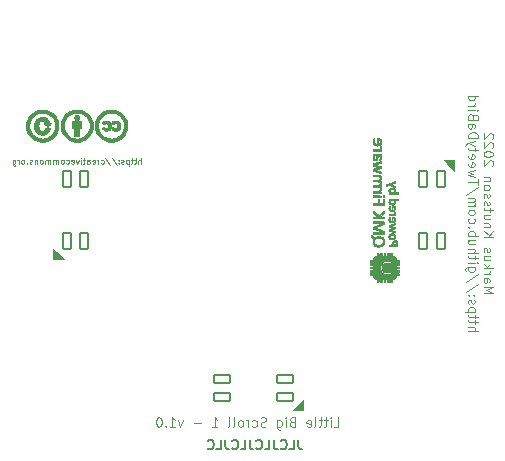
<source format=gbo>
%TF.GenerationSoftware,KiCad,Pcbnew,(6.0.4)*%
%TF.CreationDate,2022-04-07T13:26:34+02:00*%
%TF.ProjectId,Little Big Scroll 1,4c697474-6c65-4204-9269-67205363726f,v1.0*%
%TF.SameCoordinates,Original*%
%TF.FileFunction,Legend,Bot*%
%TF.FilePolarity,Positive*%
%FSLAX46Y46*%
G04 Gerber Fmt 4.6, Leading zero omitted, Abs format (unit mm)*
G04 Created by KiCad (PCBNEW (6.0.4)) date 2022-04-07 13:26:34*
%MOMM*%
%LPD*%
G01*
G04 APERTURE LIST*
G04 Aperture macros list*
%AMRoundRect*
0 Rectangle with rounded corners*
0 $1 Rounding radius*
0 $2 $3 $4 $5 $6 $7 $8 $9 X,Y pos of 4 corners*
0 Add a 4 corners polygon primitive as box body*
4,1,4,$2,$3,$4,$5,$6,$7,$8,$9,$2,$3,0*
0 Add four circle primitives for the rounded corners*
1,1,$1+$1,$2,$3*
1,1,$1+$1,$4,$5*
1,1,$1+$1,$6,$7*
1,1,$1+$1,$8,$9*
0 Add four rect primitives between the rounded corners*
20,1,$1+$1,$2,$3,$4,$5,0*
20,1,$1+$1,$4,$5,$6,$7,0*
20,1,$1+$1,$6,$7,$8,$9,0*
20,1,$1+$1,$8,$9,$2,$3,0*%
G04 Aperture macros list end*
%ADD10C,0.150000*%
%ADD11C,0.100000*%
%ADD12C,0.010000*%
%ADD13C,1.752600*%
%ADD14R,1.752600X1.752600*%
%ADD15RoundRect,0.082000X-0.328000X-0.668000X0.328000X-0.668000X0.328000X0.668000X-0.328000X0.668000X0*%
%ADD16RoundRect,0.082000X-0.668000X0.328000X-0.668000X-0.328000X0.668000X-0.328000X0.668000X0.328000X0*%
%ADD17RoundRect,0.082000X0.328000X0.668000X-0.328000X0.668000X-0.328000X-0.668000X0.328000X-0.668000X0*%
%ADD18C,3.700000*%
%ADD19C,2.000000*%
%ADD20O,1.400000X2.600000*%
%ADD21R,2.000000X2.000000*%
%ADD22O,1.400000X1.400000*%
%ADD23C,1.400000*%
G04 APERTURE END LIST*
D10*
X58895238Y-80161904D02*
X58895238Y-80733333D01*
X58933333Y-80847619D01*
X59009523Y-80923809D01*
X59123809Y-80961904D01*
X59200000Y-80961904D01*
X58133333Y-80961904D02*
X58514285Y-80961904D01*
X58514285Y-80161904D01*
X57409523Y-80885714D02*
X57447619Y-80923809D01*
X57561904Y-80961904D01*
X57638095Y-80961904D01*
X57752380Y-80923809D01*
X57828571Y-80847619D01*
X57866666Y-80771428D01*
X57904761Y-80619047D01*
X57904761Y-80504761D01*
X57866666Y-80352380D01*
X57828571Y-80276190D01*
X57752380Y-80200000D01*
X57638095Y-80161904D01*
X57561904Y-80161904D01*
X57447619Y-80200000D01*
X57409523Y-80238095D01*
X56838095Y-80161904D02*
X56838095Y-80733333D01*
X56876190Y-80847619D01*
X56952380Y-80923809D01*
X57066666Y-80961904D01*
X57142857Y-80961904D01*
X56076190Y-80961904D02*
X56457142Y-80961904D01*
X56457142Y-80161904D01*
X55352380Y-80885714D02*
X55390476Y-80923809D01*
X55504761Y-80961904D01*
X55580952Y-80961904D01*
X55695238Y-80923809D01*
X55771428Y-80847619D01*
X55809523Y-80771428D01*
X55847619Y-80619047D01*
X55847619Y-80504761D01*
X55809523Y-80352380D01*
X55771428Y-80276190D01*
X55695238Y-80200000D01*
X55580952Y-80161904D01*
X55504761Y-80161904D01*
X55390476Y-80200000D01*
X55352380Y-80238095D01*
X54780952Y-80161904D02*
X54780952Y-80733333D01*
X54819047Y-80847619D01*
X54895238Y-80923809D01*
X55009523Y-80961904D01*
X55085714Y-80961904D01*
X54019047Y-80961904D02*
X54400000Y-80961904D01*
X54400000Y-80161904D01*
X53295238Y-80885714D02*
X53333333Y-80923809D01*
X53447619Y-80961904D01*
X53523809Y-80961904D01*
X53638095Y-80923809D01*
X53714285Y-80847619D01*
X53752380Y-80771428D01*
X53790476Y-80619047D01*
X53790476Y-80504761D01*
X53752380Y-80352380D01*
X53714285Y-80276190D01*
X53638095Y-80200000D01*
X53523809Y-80161904D01*
X53447619Y-80161904D01*
X53333333Y-80200000D01*
X53295238Y-80238095D01*
X52723809Y-80161904D02*
X52723809Y-80733333D01*
X52761904Y-80847619D01*
X52838095Y-80923809D01*
X52952380Y-80961904D01*
X53028571Y-80961904D01*
X51961904Y-80961904D02*
X52342857Y-80961904D01*
X52342857Y-80161904D01*
X51238095Y-80885714D02*
X51276190Y-80923809D01*
X51390476Y-80961904D01*
X51466666Y-80961904D01*
X51580952Y-80923809D01*
X51657142Y-80847619D01*
X51695238Y-80771428D01*
X51733333Y-80619047D01*
X51733333Y-80504761D01*
X51695238Y-80352380D01*
X51657142Y-80276190D01*
X51580952Y-80200000D01*
X51466666Y-80161904D01*
X51390476Y-80161904D01*
X51276190Y-80200000D01*
X51238095Y-80238095D01*
D11*
X74582095Y-67742857D02*
X75382095Y-67742857D01*
X74810666Y-67476190D01*
X75382095Y-67209523D01*
X74582095Y-67209523D01*
X74582095Y-66485714D02*
X75001142Y-66485714D01*
X75077333Y-66523809D01*
X75115428Y-66600000D01*
X75115428Y-66752380D01*
X75077333Y-66828571D01*
X74620190Y-66485714D02*
X74582095Y-66561904D01*
X74582095Y-66752380D01*
X74620190Y-66828571D01*
X74696380Y-66866666D01*
X74772571Y-66866666D01*
X74848761Y-66828571D01*
X74886857Y-66752380D01*
X74886857Y-66561904D01*
X74924952Y-66485714D01*
X74582095Y-66104761D02*
X75115428Y-66104761D01*
X74963047Y-66104761D02*
X75039238Y-66066666D01*
X75077333Y-66028571D01*
X75115428Y-65952380D01*
X75115428Y-65876190D01*
X74582095Y-65609523D02*
X75382095Y-65609523D01*
X74886857Y-65533333D02*
X74582095Y-65304761D01*
X75115428Y-65304761D02*
X74810666Y-65609523D01*
X75115428Y-64619047D02*
X74582095Y-64619047D01*
X75115428Y-64961904D02*
X74696380Y-64961904D01*
X74620190Y-64923809D01*
X74582095Y-64847619D01*
X74582095Y-64733333D01*
X74620190Y-64657142D01*
X74658285Y-64619047D01*
X74620190Y-64276190D02*
X74582095Y-64200000D01*
X74582095Y-64047619D01*
X74620190Y-63971428D01*
X74696380Y-63933333D01*
X74734476Y-63933333D01*
X74810666Y-63971428D01*
X74848761Y-64047619D01*
X74848761Y-64161904D01*
X74886857Y-64238095D01*
X74963047Y-64276190D01*
X75001142Y-64276190D01*
X75077333Y-64238095D01*
X75115428Y-64161904D01*
X75115428Y-64047619D01*
X75077333Y-63971428D01*
X74582095Y-62980952D02*
X75382095Y-62980952D01*
X74582095Y-62523809D02*
X75039238Y-62866666D01*
X75382095Y-62523809D02*
X74924952Y-62980952D01*
X75115428Y-62180952D02*
X74582095Y-62180952D01*
X75039238Y-62180952D02*
X75077333Y-62142857D01*
X75115428Y-62066666D01*
X75115428Y-61952380D01*
X75077333Y-61876190D01*
X75001142Y-61838095D01*
X74582095Y-61838095D01*
X75115428Y-61114285D02*
X74582095Y-61114285D01*
X75115428Y-61457142D02*
X74696380Y-61457142D01*
X74620190Y-61419047D01*
X74582095Y-61342857D01*
X74582095Y-61228571D01*
X74620190Y-61152380D01*
X74658285Y-61114285D01*
X75115428Y-60847619D02*
X75115428Y-60542857D01*
X75382095Y-60733333D02*
X74696380Y-60733333D01*
X74620190Y-60695238D01*
X74582095Y-60619047D01*
X74582095Y-60542857D01*
X74620190Y-60314285D02*
X74582095Y-60238095D01*
X74582095Y-60085714D01*
X74620190Y-60009523D01*
X74696380Y-59971428D01*
X74734476Y-59971428D01*
X74810666Y-60009523D01*
X74848761Y-60085714D01*
X74848761Y-60200000D01*
X74886857Y-60276190D01*
X74963047Y-60314285D01*
X75001142Y-60314285D01*
X75077333Y-60276190D01*
X75115428Y-60200000D01*
X75115428Y-60085714D01*
X75077333Y-60009523D01*
X74620190Y-59666666D02*
X74582095Y-59590476D01*
X74582095Y-59438095D01*
X74620190Y-59361904D01*
X74696380Y-59323809D01*
X74734476Y-59323809D01*
X74810666Y-59361904D01*
X74848761Y-59438095D01*
X74848761Y-59552380D01*
X74886857Y-59628571D01*
X74963047Y-59666666D01*
X75001142Y-59666666D01*
X75077333Y-59628571D01*
X75115428Y-59552380D01*
X75115428Y-59438095D01*
X75077333Y-59361904D01*
X74582095Y-58866666D02*
X74620190Y-58942857D01*
X74658285Y-58980952D01*
X74734476Y-59019047D01*
X74963047Y-59019047D01*
X75039238Y-58980952D01*
X75077333Y-58942857D01*
X75115428Y-58866666D01*
X75115428Y-58752380D01*
X75077333Y-58676190D01*
X75039238Y-58638095D01*
X74963047Y-58600000D01*
X74734476Y-58600000D01*
X74658285Y-58638095D01*
X74620190Y-58676190D01*
X74582095Y-58752380D01*
X74582095Y-58866666D01*
X75115428Y-58257142D02*
X74582095Y-58257142D01*
X75039238Y-58257142D02*
X75077333Y-58219047D01*
X75115428Y-58142857D01*
X75115428Y-58028571D01*
X75077333Y-57952380D01*
X75001142Y-57914285D01*
X74582095Y-57914285D01*
X75305904Y-56961904D02*
X75344000Y-56923809D01*
X75382095Y-56847619D01*
X75382095Y-56657142D01*
X75344000Y-56580952D01*
X75305904Y-56542857D01*
X75229714Y-56504761D01*
X75153523Y-56504761D01*
X75039238Y-56542857D01*
X74582095Y-57000000D01*
X74582095Y-56504761D01*
X75382095Y-56009523D02*
X75382095Y-55933333D01*
X75344000Y-55857142D01*
X75305904Y-55819047D01*
X75229714Y-55780952D01*
X75077333Y-55742857D01*
X74886857Y-55742857D01*
X74734476Y-55780952D01*
X74658285Y-55819047D01*
X74620190Y-55857142D01*
X74582095Y-55933333D01*
X74582095Y-56009523D01*
X74620190Y-56085714D01*
X74658285Y-56123809D01*
X74734476Y-56161904D01*
X74886857Y-56200000D01*
X75077333Y-56200000D01*
X75229714Y-56161904D01*
X75305904Y-56123809D01*
X75344000Y-56085714D01*
X75382095Y-56009523D01*
X75305904Y-55438095D02*
X75344000Y-55400000D01*
X75382095Y-55323809D01*
X75382095Y-55133333D01*
X75344000Y-55057142D01*
X75305904Y-55019047D01*
X75229714Y-54980952D01*
X75153523Y-54980952D01*
X75039238Y-55019047D01*
X74582095Y-55476190D01*
X74582095Y-54980952D01*
X75305904Y-54676190D02*
X75344000Y-54638095D01*
X75382095Y-54561904D01*
X75382095Y-54371428D01*
X75344000Y-54295238D01*
X75305904Y-54257142D01*
X75229714Y-54219047D01*
X75153523Y-54219047D01*
X75039238Y-54257142D01*
X74582095Y-54714285D01*
X74582095Y-54219047D01*
X73294095Y-70961904D02*
X74094095Y-70961904D01*
X73294095Y-70619047D02*
X73713142Y-70619047D01*
X73789333Y-70657142D01*
X73827428Y-70733333D01*
X73827428Y-70847619D01*
X73789333Y-70923809D01*
X73751238Y-70961904D01*
X73827428Y-70352380D02*
X73827428Y-70047619D01*
X74094095Y-70238095D02*
X73408380Y-70238095D01*
X73332190Y-70200000D01*
X73294095Y-70123809D01*
X73294095Y-70047619D01*
X73827428Y-69895238D02*
X73827428Y-69590476D01*
X74094095Y-69780952D02*
X73408380Y-69780952D01*
X73332190Y-69742857D01*
X73294095Y-69666666D01*
X73294095Y-69590476D01*
X73827428Y-69323809D02*
X73027428Y-69323809D01*
X73789333Y-69323809D02*
X73827428Y-69247619D01*
X73827428Y-69095238D01*
X73789333Y-69019047D01*
X73751238Y-68980952D01*
X73675047Y-68942857D01*
X73446476Y-68942857D01*
X73370285Y-68980952D01*
X73332190Y-69019047D01*
X73294095Y-69095238D01*
X73294095Y-69247619D01*
X73332190Y-69323809D01*
X73332190Y-68638095D02*
X73294095Y-68561904D01*
X73294095Y-68409523D01*
X73332190Y-68333333D01*
X73408380Y-68295238D01*
X73446476Y-68295238D01*
X73522666Y-68333333D01*
X73560761Y-68409523D01*
X73560761Y-68523809D01*
X73598857Y-68600000D01*
X73675047Y-68638095D01*
X73713142Y-68638095D01*
X73789333Y-68600000D01*
X73827428Y-68523809D01*
X73827428Y-68409523D01*
X73789333Y-68333333D01*
X73370285Y-67952380D02*
X73332190Y-67914285D01*
X73294095Y-67952380D01*
X73332190Y-67990476D01*
X73370285Y-67952380D01*
X73294095Y-67952380D01*
X73789333Y-67952380D02*
X73751238Y-67914285D01*
X73713142Y-67952380D01*
X73751238Y-67990476D01*
X73789333Y-67952380D01*
X73713142Y-67952380D01*
X74132190Y-67000000D02*
X73103619Y-67685714D01*
X74132190Y-66161904D02*
X73103619Y-66847619D01*
X73827428Y-65552380D02*
X73179809Y-65552380D01*
X73103619Y-65590476D01*
X73065523Y-65628571D01*
X73027428Y-65704761D01*
X73027428Y-65819047D01*
X73065523Y-65895238D01*
X73332190Y-65552380D02*
X73294095Y-65628571D01*
X73294095Y-65780952D01*
X73332190Y-65857142D01*
X73370285Y-65895238D01*
X73446476Y-65933333D01*
X73675047Y-65933333D01*
X73751238Y-65895238D01*
X73789333Y-65857142D01*
X73827428Y-65780952D01*
X73827428Y-65628571D01*
X73789333Y-65552380D01*
X73294095Y-65171428D02*
X73827428Y-65171428D01*
X74094095Y-65171428D02*
X74056000Y-65209523D01*
X74017904Y-65171428D01*
X74056000Y-65133333D01*
X74094095Y-65171428D01*
X74017904Y-65171428D01*
X73827428Y-64904761D02*
X73827428Y-64600000D01*
X74094095Y-64790476D02*
X73408380Y-64790476D01*
X73332190Y-64752380D01*
X73294095Y-64676190D01*
X73294095Y-64600000D01*
X73294095Y-64333333D02*
X74094095Y-64333333D01*
X73294095Y-63990476D02*
X73713142Y-63990476D01*
X73789333Y-64028571D01*
X73827428Y-64104761D01*
X73827428Y-64219047D01*
X73789333Y-64295238D01*
X73751238Y-64333333D01*
X73827428Y-63266666D02*
X73294095Y-63266666D01*
X73827428Y-63609523D02*
X73408380Y-63609523D01*
X73332190Y-63571428D01*
X73294095Y-63495238D01*
X73294095Y-63380952D01*
X73332190Y-63304761D01*
X73370285Y-63266666D01*
X73294095Y-62885714D02*
X74094095Y-62885714D01*
X73789333Y-62885714D02*
X73827428Y-62809523D01*
X73827428Y-62657142D01*
X73789333Y-62580952D01*
X73751238Y-62542857D01*
X73675047Y-62504761D01*
X73446476Y-62504761D01*
X73370285Y-62542857D01*
X73332190Y-62580952D01*
X73294095Y-62657142D01*
X73294095Y-62809523D01*
X73332190Y-62885714D01*
X73370285Y-62161904D02*
X73332190Y-62123809D01*
X73294095Y-62161904D01*
X73332190Y-62200000D01*
X73370285Y-62161904D01*
X73294095Y-62161904D01*
X73332190Y-61438095D02*
X73294095Y-61514285D01*
X73294095Y-61666666D01*
X73332190Y-61742857D01*
X73370285Y-61780952D01*
X73446476Y-61819047D01*
X73675047Y-61819047D01*
X73751238Y-61780952D01*
X73789333Y-61742857D01*
X73827428Y-61666666D01*
X73827428Y-61514285D01*
X73789333Y-61438095D01*
X73294095Y-60980952D02*
X73332190Y-61057142D01*
X73370285Y-61095238D01*
X73446476Y-61133333D01*
X73675047Y-61133333D01*
X73751238Y-61095238D01*
X73789333Y-61057142D01*
X73827428Y-60980952D01*
X73827428Y-60866666D01*
X73789333Y-60790476D01*
X73751238Y-60752380D01*
X73675047Y-60714285D01*
X73446476Y-60714285D01*
X73370285Y-60752380D01*
X73332190Y-60790476D01*
X73294095Y-60866666D01*
X73294095Y-60980952D01*
X73294095Y-60371428D02*
X73827428Y-60371428D01*
X73751238Y-60371428D02*
X73789333Y-60333333D01*
X73827428Y-60257142D01*
X73827428Y-60142857D01*
X73789333Y-60066666D01*
X73713142Y-60028571D01*
X73294095Y-60028571D01*
X73713142Y-60028571D02*
X73789333Y-59990476D01*
X73827428Y-59914285D01*
X73827428Y-59800000D01*
X73789333Y-59723809D01*
X73713142Y-59685714D01*
X73294095Y-59685714D01*
X74132190Y-58733333D02*
X73103619Y-59419047D01*
X74094095Y-58580952D02*
X74094095Y-58123809D01*
X73294095Y-58352380D02*
X74094095Y-58352380D01*
X73827428Y-57933333D02*
X73294095Y-57780952D01*
X73675047Y-57628571D01*
X73294095Y-57476190D01*
X73827428Y-57323809D01*
X73332190Y-56714285D02*
X73294095Y-56790476D01*
X73294095Y-56942857D01*
X73332190Y-57019047D01*
X73408380Y-57057142D01*
X73713142Y-57057142D01*
X73789333Y-57019047D01*
X73827428Y-56942857D01*
X73827428Y-56790476D01*
X73789333Y-56714285D01*
X73713142Y-56676190D01*
X73636952Y-56676190D01*
X73560761Y-57057142D01*
X73332190Y-56028571D02*
X73294095Y-56104761D01*
X73294095Y-56257142D01*
X73332190Y-56333333D01*
X73408380Y-56371428D01*
X73713142Y-56371428D01*
X73789333Y-56333333D01*
X73827428Y-56257142D01*
X73827428Y-56104761D01*
X73789333Y-56028571D01*
X73713142Y-55990476D01*
X73636952Y-55990476D01*
X73560761Y-56371428D01*
X73827428Y-55761904D02*
X73827428Y-55457142D01*
X74094095Y-55647619D02*
X73408380Y-55647619D01*
X73332190Y-55609523D01*
X73294095Y-55533333D01*
X73294095Y-55457142D01*
X73827428Y-55266666D02*
X73294095Y-55076190D01*
X73827428Y-54885714D02*
X73294095Y-55076190D01*
X73103619Y-55152380D01*
X73065523Y-55190476D01*
X73027428Y-55266666D01*
X73294095Y-54580952D02*
X74094095Y-54580952D01*
X74094095Y-54390476D01*
X74056000Y-54276190D01*
X73979809Y-54200000D01*
X73903619Y-54161904D01*
X73751238Y-54123809D01*
X73636952Y-54123809D01*
X73484571Y-54161904D01*
X73408380Y-54200000D01*
X73332190Y-54276190D01*
X73294095Y-54390476D01*
X73294095Y-54580952D01*
X73294095Y-53438095D02*
X73713142Y-53438095D01*
X73789333Y-53476190D01*
X73827428Y-53552380D01*
X73827428Y-53704761D01*
X73789333Y-53780952D01*
X73332190Y-53438095D02*
X73294095Y-53514285D01*
X73294095Y-53704761D01*
X73332190Y-53780952D01*
X73408380Y-53819047D01*
X73484571Y-53819047D01*
X73560761Y-53780952D01*
X73598857Y-53704761D01*
X73598857Y-53514285D01*
X73636952Y-53438095D01*
X73713142Y-52790476D02*
X73675047Y-52676190D01*
X73636952Y-52638095D01*
X73560761Y-52600000D01*
X73446476Y-52600000D01*
X73370285Y-52638095D01*
X73332190Y-52676190D01*
X73294095Y-52752380D01*
X73294095Y-53057142D01*
X74094095Y-53057142D01*
X74094095Y-52790476D01*
X74056000Y-52714285D01*
X74017904Y-52676190D01*
X73941714Y-52638095D01*
X73865523Y-52638095D01*
X73789333Y-52676190D01*
X73751238Y-52714285D01*
X73713142Y-52790476D01*
X73713142Y-53057142D01*
X73294095Y-52257142D02*
X73827428Y-52257142D01*
X74094095Y-52257142D02*
X74056000Y-52295238D01*
X74017904Y-52257142D01*
X74056000Y-52219047D01*
X74094095Y-52257142D01*
X74017904Y-52257142D01*
X73294095Y-51876190D02*
X73827428Y-51876190D01*
X73675047Y-51876190D02*
X73751238Y-51838095D01*
X73789333Y-51800000D01*
X73827428Y-51723809D01*
X73827428Y-51647619D01*
X73294095Y-51038095D02*
X74094095Y-51038095D01*
X73332190Y-51038095D02*
X73294095Y-51114285D01*
X73294095Y-51266666D01*
X73332190Y-51342857D01*
X73370285Y-51380952D01*
X73446476Y-51419047D01*
X73675047Y-51419047D01*
X73751238Y-51380952D01*
X73789333Y-51342857D01*
X73827428Y-51266666D01*
X73827428Y-51114285D01*
X73789333Y-51038095D01*
X61914285Y-79061904D02*
X62295238Y-79061904D01*
X62295238Y-78261904D01*
X61647619Y-79061904D02*
X61647619Y-78528571D01*
X61647619Y-78261904D02*
X61685714Y-78300000D01*
X61647619Y-78338095D01*
X61609523Y-78300000D01*
X61647619Y-78261904D01*
X61647619Y-78338095D01*
X61380952Y-78528571D02*
X61076190Y-78528571D01*
X61266666Y-78261904D02*
X61266666Y-78947619D01*
X61228571Y-79023809D01*
X61152380Y-79061904D01*
X61076190Y-79061904D01*
X60923809Y-78528571D02*
X60619047Y-78528571D01*
X60809523Y-78261904D02*
X60809523Y-78947619D01*
X60771428Y-79023809D01*
X60695238Y-79061904D01*
X60619047Y-79061904D01*
X60238095Y-79061904D02*
X60314285Y-79023809D01*
X60352380Y-78947619D01*
X60352380Y-78261904D01*
X59628571Y-79023809D02*
X59704761Y-79061904D01*
X59857142Y-79061904D01*
X59933333Y-79023809D01*
X59971428Y-78947619D01*
X59971428Y-78642857D01*
X59933333Y-78566666D01*
X59857142Y-78528571D01*
X59704761Y-78528571D01*
X59628571Y-78566666D01*
X59590476Y-78642857D01*
X59590476Y-78719047D01*
X59971428Y-78795238D01*
X58371428Y-78642857D02*
X58257142Y-78680952D01*
X58219047Y-78719047D01*
X58180952Y-78795238D01*
X58180952Y-78909523D01*
X58219047Y-78985714D01*
X58257142Y-79023809D01*
X58333333Y-79061904D01*
X58638095Y-79061904D01*
X58638095Y-78261904D01*
X58371428Y-78261904D01*
X58295238Y-78300000D01*
X58257142Y-78338095D01*
X58219047Y-78414285D01*
X58219047Y-78490476D01*
X58257142Y-78566666D01*
X58295238Y-78604761D01*
X58371428Y-78642857D01*
X58638095Y-78642857D01*
X57838095Y-79061904D02*
X57838095Y-78528571D01*
X57838095Y-78261904D02*
X57876190Y-78300000D01*
X57838095Y-78338095D01*
X57800000Y-78300000D01*
X57838095Y-78261904D01*
X57838095Y-78338095D01*
X57114285Y-78528571D02*
X57114285Y-79176190D01*
X57152380Y-79252380D01*
X57190476Y-79290476D01*
X57266666Y-79328571D01*
X57380952Y-79328571D01*
X57457142Y-79290476D01*
X57114285Y-79023809D02*
X57190476Y-79061904D01*
X57342857Y-79061904D01*
X57419047Y-79023809D01*
X57457142Y-78985714D01*
X57495238Y-78909523D01*
X57495238Y-78680952D01*
X57457142Y-78604761D01*
X57419047Y-78566666D01*
X57342857Y-78528571D01*
X57190476Y-78528571D01*
X57114285Y-78566666D01*
X56161904Y-79023809D02*
X56047619Y-79061904D01*
X55857142Y-79061904D01*
X55780952Y-79023809D01*
X55742857Y-78985714D01*
X55704761Y-78909523D01*
X55704761Y-78833333D01*
X55742857Y-78757142D01*
X55780952Y-78719047D01*
X55857142Y-78680952D01*
X56009523Y-78642857D01*
X56085714Y-78604761D01*
X56123809Y-78566666D01*
X56161904Y-78490476D01*
X56161904Y-78414285D01*
X56123809Y-78338095D01*
X56085714Y-78300000D01*
X56009523Y-78261904D01*
X55819047Y-78261904D01*
X55704761Y-78300000D01*
X55019047Y-79023809D02*
X55095238Y-79061904D01*
X55247619Y-79061904D01*
X55323809Y-79023809D01*
X55361904Y-78985714D01*
X55400000Y-78909523D01*
X55400000Y-78680952D01*
X55361904Y-78604761D01*
X55323809Y-78566666D01*
X55247619Y-78528571D01*
X55095238Y-78528571D01*
X55019047Y-78566666D01*
X54676190Y-79061904D02*
X54676190Y-78528571D01*
X54676190Y-78680952D02*
X54638095Y-78604761D01*
X54600000Y-78566666D01*
X54523809Y-78528571D01*
X54447619Y-78528571D01*
X54066666Y-79061904D02*
X54142857Y-79023809D01*
X54180952Y-78985714D01*
X54219047Y-78909523D01*
X54219047Y-78680952D01*
X54180952Y-78604761D01*
X54142857Y-78566666D01*
X54066666Y-78528571D01*
X53952380Y-78528571D01*
X53876190Y-78566666D01*
X53838095Y-78604761D01*
X53800000Y-78680952D01*
X53800000Y-78909523D01*
X53838095Y-78985714D01*
X53876190Y-79023809D01*
X53952380Y-79061904D01*
X54066666Y-79061904D01*
X53342857Y-79061904D02*
X53419047Y-79023809D01*
X53457142Y-78947619D01*
X53457142Y-78261904D01*
X52923809Y-79061904D02*
X53000000Y-79023809D01*
X53038095Y-78947619D01*
X53038095Y-78261904D01*
X51590476Y-79061904D02*
X52047619Y-79061904D01*
X51819047Y-79061904D02*
X51819047Y-78261904D01*
X51895238Y-78376190D01*
X51971428Y-78452380D01*
X52047619Y-78490476D01*
X50638095Y-78757142D02*
X50028571Y-78757142D01*
X49114285Y-78528571D02*
X48923809Y-79061904D01*
X48733333Y-78528571D01*
X48009523Y-79061904D02*
X48466666Y-79061904D01*
X48238095Y-79061904D02*
X48238095Y-78261904D01*
X48314285Y-78376190D01*
X48390476Y-78452380D01*
X48466666Y-78490476D01*
X47666666Y-78985714D02*
X47628571Y-79023809D01*
X47666666Y-79061904D01*
X47704761Y-79023809D01*
X47666666Y-78985714D01*
X47666666Y-79061904D01*
X47133333Y-78261904D02*
X47057142Y-78261904D01*
X46980952Y-78300000D01*
X46942857Y-78338095D01*
X46904761Y-78414285D01*
X46866666Y-78566666D01*
X46866666Y-78757142D01*
X46904761Y-78909523D01*
X46942857Y-78985714D01*
X46980952Y-79023809D01*
X47057142Y-79061904D01*
X47133333Y-79061904D01*
X47209523Y-79023809D01*
X47247619Y-78985714D01*
X47285714Y-78909523D01*
X47323809Y-78757142D01*
X47323809Y-78566666D01*
X47285714Y-78414285D01*
X47247619Y-78338095D01*
X47209523Y-78300000D01*
X47133333Y-78261904D01*
X45570126Y-56796190D02*
X45570126Y-56296190D01*
X45355840Y-56796190D02*
X45355840Y-56534285D01*
X45379650Y-56486666D01*
X45427269Y-56462857D01*
X45498697Y-56462857D01*
X45546316Y-56486666D01*
X45570126Y-56510476D01*
X45189174Y-56462857D02*
X44998697Y-56462857D01*
X45117745Y-56296190D02*
X45117745Y-56724761D01*
X45093935Y-56772380D01*
X45046316Y-56796190D01*
X44998697Y-56796190D01*
X44903459Y-56462857D02*
X44712983Y-56462857D01*
X44832031Y-56296190D02*
X44832031Y-56724761D01*
X44808221Y-56772380D01*
X44760602Y-56796190D01*
X44712983Y-56796190D01*
X44546316Y-56462857D02*
X44546316Y-56962857D01*
X44546316Y-56486666D02*
X44498697Y-56462857D01*
X44403459Y-56462857D01*
X44355840Y-56486666D01*
X44332031Y-56510476D01*
X44308221Y-56558095D01*
X44308221Y-56700952D01*
X44332031Y-56748571D01*
X44355840Y-56772380D01*
X44403459Y-56796190D01*
X44498697Y-56796190D01*
X44546316Y-56772380D01*
X44117745Y-56772380D02*
X44070126Y-56796190D01*
X43974888Y-56796190D01*
X43927269Y-56772380D01*
X43903459Y-56724761D01*
X43903459Y-56700952D01*
X43927269Y-56653333D01*
X43974888Y-56629523D01*
X44046316Y-56629523D01*
X44093935Y-56605714D01*
X44117745Y-56558095D01*
X44117745Y-56534285D01*
X44093935Y-56486666D01*
X44046316Y-56462857D01*
X43974888Y-56462857D01*
X43927269Y-56486666D01*
X43689174Y-56748571D02*
X43665364Y-56772380D01*
X43689174Y-56796190D01*
X43712983Y-56772380D01*
X43689174Y-56748571D01*
X43689174Y-56796190D01*
X43689174Y-56486666D02*
X43665364Y-56510476D01*
X43689174Y-56534285D01*
X43712983Y-56510476D01*
X43689174Y-56486666D01*
X43689174Y-56534285D01*
X43093935Y-56272380D02*
X43522507Y-56915238D01*
X42570126Y-56272380D02*
X42998697Y-56915238D01*
X42189174Y-56772380D02*
X42236793Y-56796190D01*
X42332031Y-56796190D01*
X42379650Y-56772380D01*
X42403459Y-56748571D01*
X42427269Y-56700952D01*
X42427269Y-56558095D01*
X42403459Y-56510476D01*
X42379650Y-56486666D01*
X42332031Y-56462857D01*
X42236793Y-56462857D01*
X42189174Y-56486666D01*
X41974888Y-56796190D02*
X41974888Y-56462857D01*
X41974888Y-56558095D02*
X41951078Y-56510476D01*
X41927269Y-56486666D01*
X41879650Y-56462857D01*
X41832031Y-56462857D01*
X41474888Y-56772380D02*
X41522507Y-56796190D01*
X41617745Y-56796190D01*
X41665364Y-56772380D01*
X41689174Y-56724761D01*
X41689174Y-56534285D01*
X41665364Y-56486666D01*
X41617745Y-56462857D01*
X41522507Y-56462857D01*
X41474888Y-56486666D01*
X41451078Y-56534285D01*
X41451078Y-56581904D01*
X41689174Y-56629523D01*
X41022507Y-56796190D02*
X41022507Y-56534285D01*
X41046316Y-56486666D01*
X41093935Y-56462857D01*
X41189174Y-56462857D01*
X41236793Y-56486666D01*
X41022507Y-56772380D02*
X41070126Y-56796190D01*
X41189174Y-56796190D01*
X41236793Y-56772380D01*
X41260602Y-56724761D01*
X41260602Y-56677142D01*
X41236793Y-56629523D01*
X41189174Y-56605714D01*
X41070126Y-56605714D01*
X41022507Y-56581904D01*
X40855840Y-56462857D02*
X40665364Y-56462857D01*
X40784412Y-56296190D02*
X40784412Y-56724761D01*
X40760602Y-56772380D01*
X40712983Y-56796190D01*
X40665364Y-56796190D01*
X40498697Y-56796190D02*
X40498697Y-56462857D01*
X40498697Y-56296190D02*
X40522507Y-56320000D01*
X40498697Y-56343809D01*
X40474888Y-56320000D01*
X40498697Y-56296190D01*
X40498697Y-56343809D01*
X40308221Y-56462857D02*
X40189174Y-56796190D01*
X40070126Y-56462857D01*
X39689174Y-56772380D02*
X39736793Y-56796190D01*
X39832031Y-56796190D01*
X39879650Y-56772380D01*
X39903459Y-56724761D01*
X39903459Y-56534285D01*
X39879650Y-56486666D01*
X39832031Y-56462857D01*
X39736793Y-56462857D01*
X39689174Y-56486666D01*
X39665364Y-56534285D01*
X39665364Y-56581904D01*
X39903459Y-56629523D01*
X39236793Y-56772380D02*
X39284412Y-56796190D01*
X39379650Y-56796190D01*
X39427269Y-56772380D01*
X39451078Y-56748571D01*
X39474888Y-56700952D01*
X39474888Y-56558095D01*
X39451078Y-56510476D01*
X39427269Y-56486666D01*
X39379650Y-56462857D01*
X39284412Y-56462857D01*
X39236793Y-56486666D01*
X38951078Y-56796190D02*
X38998697Y-56772380D01*
X39022507Y-56748571D01*
X39046316Y-56700952D01*
X39046316Y-56558095D01*
X39022507Y-56510476D01*
X38998697Y-56486666D01*
X38951078Y-56462857D01*
X38879650Y-56462857D01*
X38832031Y-56486666D01*
X38808221Y-56510476D01*
X38784412Y-56558095D01*
X38784412Y-56700952D01*
X38808221Y-56748571D01*
X38832031Y-56772380D01*
X38879650Y-56796190D01*
X38951078Y-56796190D01*
X38570126Y-56796190D02*
X38570126Y-56462857D01*
X38570126Y-56510476D02*
X38546316Y-56486666D01*
X38498697Y-56462857D01*
X38427269Y-56462857D01*
X38379650Y-56486666D01*
X38355840Y-56534285D01*
X38355840Y-56796190D01*
X38355840Y-56534285D02*
X38332031Y-56486666D01*
X38284412Y-56462857D01*
X38212983Y-56462857D01*
X38165364Y-56486666D01*
X38141555Y-56534285D01*
X38141555Y-56796190D01*
X37903459Y-56796190D02*
X37903459Y-56462857D01*
X37903459Y-56510476D02*
X37879650Y-56486666D01*
X37832031Y-56462857D01*
X37760602Y-56462857D01*
X37712983Y-56486666D01*
X37689174Y-56534285D01*
X37689174Y-56796190D01*
X37689174Y-56534285D02*
X37665364Y-56486666D01*
X37617745Y-56462857D01*
X37546316Y-56462857D01*
X37498697Y-56486666D01*
X37474888Y-56534285D01*
X37474888Y-56796190D01*
X37165364Y-56796190D02*
X37212983Y-56772380D01*
X37236793Y-56748571D01*
X37260602Y-56700952D01*
X37260602Y-56558095D01*
X37236793Y-56510476D01*
X37212983Y-56486666D01*
X37165364Y-56462857D01*
X37093935Y-56462857D01*
X37046316Y-56486666D01*
X37022507Y-56510476D01*
X36998697Y-56558095D01*
X36998697Y-56700952D01*
X37022507Y-56748571D01*
X37046316Y-56772380D01*
X37093935Y-56796190D01*
X37165364Y-56796190D01*
X36784412Y-56462857D02*
X36784412Y-56796190D01*
X36784412Y-56510476D02*
X36760602Y-56486666D01*
X36712983Y-56462857D01*
X36641555Y-56462857D01*
X36593935Y-56486666D01*
X36570126Y-56534285D01*
X36570126Y-56796190D01*
X36355840Y-56772380D02*
X36308221Y-56796190D01*
X36212983Y-56796190D01*
X36165364Y-56772380D01*
X36141555Y-56724761D01*
X36141555Y-56700952D01*
X36165364Y-56653333D01*
X36212983Y-56629523D01*
X36284412Y-56629523D01*
X36332031Y-56605714D01*
X36355840Y-56558095D01*
X36355840Y-56534285D01*
X36332031Y-56486666D01*
X36284412Y-56462857D01*
X36212983Y-56462857D01*
X36165364Y-56486666D01*
X35927269Y-56748571D02*
X35903459Y-56772380D01*
X35927269Y-56796190D01*
X35951078Y-56772380D01*
X35927269Y-56748571D01*
X35927269Y-56796190D01*
X35617745Y-56796190D02*
X35665364Y-56772380D01*
X35689174Y-56748571D01*
X35712983Y-56700952D01*
X35712983Y-56558095D01*
X35689174Y-56510476D01*
X35665364Y-56486666D01*
X35617745Y-56462857D01*
X35546316Y-56462857D01*
X35498697Y-56486666D01*
X35474888Y-56510476D01*
X35451078Y-56558095D01*
X35451078Y-56700952D01*
X35474888Y-56748571D01*
X35498697Y-56772380D01*
X35546316Y-56796190D01*
X35617745Y-56796190D01*
X35236793Y-56796190D02*
X35236793Y-56462857D01*
X35236793Y-56558095D02*
X35212983Y-56510476D01*
X35189174Y-56486666D01*
X35141555Y-56462857D01*
X35093935Y-56462857D01*
X34712983Y-56462857D02*
X34712983Y-56867619D01*
X34736793Y-56915238D01*
X34760602Y-56939047D01*
X34808221Y-56962857D01*
X34879650Y-56962857D01*
X34927269Y-56939047D01*
X34712983Y-56772380D02*
X34760602Y-56796190D01*
X34855840Y-56796190D01*
X34903459Y-56772380D01*
X34927269Y-56748571D01*
X34951078Y-56700952D01*
X34951078Y-56558095D01*
X34927269Y-56510476D01*
X34903459Y-56486666D01*
X34855840Y-56462857D01*
X34760602Y-56462857D01*
X34712983Y-56486666D01*
G36*
X72097999Y-57406000D02*
G01*
X71197999Y-56506000D01*
X72097999Y-56506000D01*
X72097999Y-57406000D01*
G37*
X72097999Y-57406000D02*
X71197999Y-56506000D01*
X72097999Y-56506000D01*
X72097999Y-57406000D01*
G36*
X59318000Y-77685999D02*
G01*
X58418000Y-77685999D01*
X59318000Y-76785999D01*
X59318000Y-77685999D01*
G37*
X59318000Y-77685999D02*
X58418000Y-77685999D01*
X59318000Y-76785999D01*
X59318000Y-77685999D01*
G36*
X39038001Y-64906000D02*
G01*
X38138001Y-64906000D01*
X38138001Y-64006000D01*
X39038001Y-64906000D01*
G37*
X39038001Y-64906000D02*
X38138001Y-64906000D01*
X38138001Y-64006000D01*
X39038001Y-64906000D01*
G36*
X66549088Y-66682230D02*
G01*
X66548668Y-66714075D01*
X66546826Y-66756707D01*
X66543866Y-66788590D01*
X66540169Y-66804516D01*
X66535180Y-66809110D01*
X66511433Y-66814995D01*
X66468893Y-66815099D01*
X66406375Y-66811875D01*
X66403382Y-66692813D01*
X66400390Y-66573750D01*
X66263500Y-66573750D01*
X66263338Y-66682230D01*
X66262918Y-66714075D01*
X66261076Y-66756707D01*
X66258116Y-66788590D01*
X66254419Y-66804516D01*
X66249430Y-66809110D01*
X66225683Y-66814995D01*
X66183143Y-66815099D01*
X66120625Y-66811875D01*
X66117632Y-66692813D01*
X66114640Y-66573750D01*
X65978443Y-66573750D01*
X65975451Y-66692813D01*
X65972458Y-66811875D01*
X65909940Y-66815099D01*
X65888387Y-66815752D01*
X65854498Y-66813080D01*
X65838664Y-66804516D01*
X65836134Y-66795919D01*
X65832887Y-66768769D01*
X65830630Y-66729137D01*
X65829745Y-66682230D01*
X65829583Y-66573750D01*
X65692693Y-66573750D01*
X65689701Y-66692813D01*
X65686708Y-66811875D01*
X65628821Y-66815155D01*
X65600310Y-66815837D01*
X65574698Y-66811737D01*
X65558224Y-66799184D01*
X65548909Y-66775009D01*
X65544772Y-66736041D01*
X65543833Y-66679112D01*
X65543833Y-66576852D01*
X65467104Y-66564341D01*
X65388685Y-66542869D01*
X65321990Y-66505310D01*
X65269985Y-66452666D01*
X65233282Y-66385561D01*
X65212494Y-66304620D01*
X65200951Y-66224500D01*
X65087168Y-66224500D01*
X65047359Y-66224266D01*
X65008711Y-66222901D01*
X64984343Y-66219790D01*
X64970293Y-66214346D01*
X64962598Y-66205980D01*
X64953832Y-66179828D01*
X64952708Y-66141335D01*
X64962122Y-66107388D01*
X64962522Y-66106653D01*
X64969607Y-66097823D01*
X64981795Y-66092081D01*
X65003101Y-66088781D01*
X65037538Y-66087275D01*
X65089122Y-66086917D01*
X65205166Y-66086917D01*
X65205166Y-65949334D01*
X65096687Y-65949172D01*
X65064865Y-65948747D01*
X65022173Y-65946877D01*
X64990203Y-65943871D01*
X64974177Y-65940114D01*
X64970388Y-65936765D01*
X64959959Y-65914707D01*
X64954256Y-65882828D01*
X64954256Y-65849691D01*
X64960933Y-65823859D01*
X64962788Y-65820561D01*
X64970263Y-65811649D01*
X64982544Y-65805977D01*
X65003722Y-65802822D01*
X65037885Y-65801460D01*
X65089122Y-65801167D01*
X65205166Y-65801167D01*
X65205166Y-65663584D01*
X65096687Y-65663422D01*
X65064821Y-65663007D01*
X65022244Y-65661190D01*
X64990440Y-65658272D01*
X64974604Y-65654628D01*
X64963597Y-65639864D01*
X64955773Y-65610420D01*
X64955139Y-65594106D01*
X65597767Y-65594106D01*
X65599461Y-65627693D01*
X65603759Y-65650355D01*
X65608812Y-65654885D01*
X65629131Y-65659869D01*
X65666475Y-65662693D01*
X65722882Y-65663584D01*
X65836666Y-65663584D01*
X65852898Y-65761480D01*
X65855156Y-65774228D01*
X65867318Y-65828227D01*
X65882451Y-65879772D01*
X65897909Y-65919572D01*
X65919906Y-65958150D01*
X65970540Y-66020046D01*
X66032499Y-66072154D01*
X66099726Y-66108792D01*
X66113013Y-66113944D01*
X66131868Y-66120306D01*
X66151974Y-66125240D01*
X66176176Y-66128974D01*
X66207319Y-66131736D01*
X66248247Y-66133757D01*
X66301806Y-66135265D01*
X66370842Y-66136490D01*
X66458198Y-66137659D01*
X66531936Y-66138597D01*
X66606042Y-66139320D01*
X66663034Y-66139121D01*
X66705158Y-66137537D01*
X66734657Y-66134104D01*
X66753777Y-66128360D01*
X66764760Y-66119840D01*
X66769852Y-66108081D01*
X66771297Y-66092619D01*
X66771338Y-66072992D01*
X66771393Y-66064958D01*
X66771211Y-66042398D01*
X66768668Y-66025012D01*
X66761413Y-66012127D01*
X66747095Y-66003071D01*
X66723364Y-65997171D01*
X66687869Y-65993754D01*
X66638260Y-65992146D01*
X66572187Y-65991675D01*
X66487298Y-65991667D01*
X66474852Y-65991662D01*
X66382559Y-65991161D01*
X66308298Y-65989559D01*
X66249280Y-65986459D01*
X66202716Y-65981467D01*
X66165817Y-65974187D01*
X66135794Y-65964224D01*
X66109859Y-65951183D01*
X66085221Y-65934668D01*
X66041698Y-65893071D01*
X66002410Y-65833087D01*
X65976507Y-65765375D01*
X65967166Y-65696351D01*
X65967166Y-65663584D01*
X66370029Y-65663584D01*
X66469285Y-65663531D01*
X66549657Y-65663316D01*
X66613210Y-65662833D01*
X66662007Y-65661976D01*
X66698113Y-65660641D01*
X66723593Y-65658723D01*
X66740512Y-65656116D01*
X66750934Y-65652715D01*
X66756923Y-65648416D01*
X66760544Y-65643113D01*
X66760840Y-65642546D01*
X66768379Y-65617311D01*
X66771500Y-65585770D01*
X66771634Y-65576089D01*
X66771906Y-65559951D01*
X66770555Y-65546947D01*
X66765627Y-65536741D01*
X66755167Y-65528995D01*
X66737221Y-65523374D01*
X66709836Y-65519541D01*
X66671056Y-65517159D01*
X66618927Y-65515892D01*
X66551496Y-65515404D01*
X66466808Y-65515358D01*
X66362909Y-65515417D01*
X65967166Y-65515417D01*
X65967166Y-65480296D01*
X65968153Y-65458117D01*
X65983341Y-65388405D01*
X66014572Y-65323123D01*
X66058871Y-65267440D01*
X66113264Y-65226523D01*
X66113929Y-65226162D01*
X66146044Y-65211279D01*
X66182965Y-65199548D01*
X66227413Y-65190647D01*
X66282108Y-65184258D01*
X66349772Y-65180060D01*
X66433125Y-65177734D01*
X66534888Y-65176960D01*
X66581230Y-65176938D01*
X66646894Y-65176692D01*
X66695441Y-65175506D01*
X66729444Y-65172589D01*
X66751475Y-65167154D01*
X66764107Y-65158412D01*
X66769913Y-65145572D01*
X66771466Y-65127847D01*
X66771338Y-65104447D01*
X66771336Y-65090744D01*
X66770473Y-65074381D01*
X66766561Y-65061819D01*
X66757335Y-65052594D01*
X66740530Y-65046242D01*
X66713883Y-65042299D01*
X66675127Y-65040299D01*
X66621999Y-65039778D01*
X66552234Y-65040271D01*
X66463567Y-65041315D01*
X66418662Y-65041861D01*
X66341323Y-65042982D01*
X66280886Y-65044303D01*
X66234487Y-65046049D01*
X66199262Y-65048448D01*
X66172350Y-65051726D01*
X66150886Y-65056110D01*
X66132008Y-65061828D01*
X66112852Y-65069105D01*
X66033058Y-65111268D01*
X65965268Y-65169863D01*
X65911960Y-65243785D01*
X65873252Y-65332864D01*
X65849266Y-65436933D01*
X65837593Y-65515417D01*
X65723596Y-65515417D01*
X65692152Y-65515563D01*
X65650368Y-65516758D01*
X65624044Y-65519584D01*
X65609529Y-65524548D01*
X65603174Y-65532158D01*
X65602391Y-65534505D01*
X65598727Y-65559681D01*
X65597767Y-65594106D01*
X64955139Y-65594106D01*
X64954430Y-65575843D01*
X64960632Y-65544521D01*
X64971809Y-65515417D01*
X65205166Y-65515417D01*
X65205166Y-65377834D01*
X64971809Y-65377834D01*
X64960632Y-65348730D01*
X64954841Y-65322392D01*
X64955147Y-65287768D01*
X64962089Y-65257049D01*
X64974604Y-65238623D01*
X64983155Y-65236127D01*
X65010232Y-65232926D01*
X65049808Y-65230702D01*
X65096687Y-65229829D01*
X65205166Y-65229667D01*
X65205166Y-65092084D01*
X65089122Y-65092084D01*
X65072247Y-65092066D01*
X65026388Y-65091537D01*
X64996417Y-65089729D01*
X64978243Y-65085918D01*
X64967778Y-65079380D01*
X64960933Y-65069392D01*
X64958241Y-65063122D01*
X64953610Y-65034278D01*
X64955372Y-65000623D01*
X64962553Y-64970722D01*
X64974177Y-64953137D01*
X64982367Y-64950647D01*
X65009223Y-64947310D01*
X65048600Y-64944989D01*
X65095230Y-64944079D01*
X65202252Y-64943917D01*
X65209306Y-64883900D01*
X65213168Y-64858167D01*
X65237161Y-64779808D01*
X65277314Y-64714659D01*
X65332535Y-64663812D01*
X65401733Y-64628358D01*
X65483816Y-64609390D01*
X65543833Y-64602336D01*
X65543995Y-64495314D01*
X65544396Y-64464870D01*
X65546255Y-64422282D01*
X65549272Y-64390323D01*
X65553053Y-64374261D01*
X65556402Y-64370472D01*
X65578460Y-64360043D01*
X65610339Y-64354340D01*
X65643476Y-64354340D01*
X65669308Y-64361017D01*
X65672606Y-64362872D01*
X65681518Y-64370347D01*
X65687190Y-64382628D01*
X65690345Y-64403806D01*
X65691707Y-64437969D01*
X65692000Y-64489206D01*
X65692000Y-64605250D01*
X65829583Y-64605250D01*
X65829583Y-64494881D01*
X65829861Y-64461924D01*
X65832530Y-64413622D01*
X65839309Y-64381576D01*
X65851751Y-64362614D01*
X65871406Y-64353563D01*
X65899827Y-64351250D01*
X65928244Y-64352168D01*
X65951126Y-64357429D01*
X65965620Y-64370404D01*
X65973624Y-64394453D01*
X65977035Y-64432933D01*
X65977750Y-64489206D01*
X65977750Y-64605250D01*
X66115333Y-64605250D01*
X66115333Y-64489206D01*
X66115796Y-64441597D01*
X66118604Y-64400135D01*
X66125571Y-64373721D01*
X66138495Y-64359003D01*
X66159177Y-64352630D01*
X66189416Y-64351251D01*
X66214983Y-64352112D01*
X66237248Y-64357342D01*
X66251433Y-64370315D01*
X66259337Y-64394383D01*
X66262759Y-64432896D01*
X66263500Y-64489206D01*
X66263500Y-64605250D01*
X66401083Y-64605250D01*
X66401083Y-64489206D01*
X66401601Y-64438896D01*
X66404573Y-64398385D01*
X66411902Y-64372724D01*
X66425486Y-64358555D01*
X66447221Y-64352517D01*
X66479006Y-64351250D01*
X66495124Y-64351819D01*
X66518747Y-64357276D01*
X66534419Y-64371138D01*
X66543693Y-64396579D01*
X66548119Y-64436769D01*
X66549250Y-64494881D01*
X66549250Y-64605250D01*
X66686833Y-64605250D01*
X66686833Y-64489206D01*
X66686851Y-64472331D01*
X66687380Y-64426472D01*
X66689188Y-64396501D01*
X66692999Y-64378327D01*
X66699537Y-64367862D01*
X66709525Y-64361017D01*
X66714039Y-64359066D01*
X66740413Y-64354505D01*
X66773430Y-64354651D01*
X66803903Y-64359011D01*
X66822645Y-64367090D01*
X66825159Y-64375747D01*
X66828355Y-64402042D01*
X66831190Y-64441130D01*
X66833254Y-64488337D01*
X66836801Y-64602548D01*
X66895918Y-64609496D01*
X66920322Y-64613113D01*
X66998530Y-64636729D01*
X67063430Y-64676495D01*
X67114064Y-64731447D01*
X67149472Y-64800624D01*
X67168694Y-64883063D01*
X67176105Y-64943917D01*
X67283365Y-64944079D01*
X67314057Y-64944479D01*
X67356602Y-64946312D01*
X67388476Y-64949281D01*
X67404432Y-64952998D01*
X67409026Y-64957987D01*
X67414911Y-64981734D01*
X67415015Y-65024274D01*
X67411791Y-65086792D01*
X67292729Y-65089785D01*
X67173666Y-65092777D01*
X67173666Y-65229667D01*
X67282146Y-65229829D01*
X67313991Y-65230249D01*
X67356623Y-65232091D01*
X67388506Y-65235051D01*
X67404432Y-65238748D01*
X67409026Y-65243737D01*
X67414911Y-65267484D01*
X67415015Y-65310024D01*
X67411791Y-65372542D01*
X67292729Y-65375535D01*
X67173666Y-65378527D01*
X67173666Y-65514724D01*
X67292729Y-65517716D01*
X67411791Y-65520709D01*
X67415015Y-65583227D01*
X67415668Y-65604780D01*
X67412996Y-65638669D01*
X67404432Y-65654503D01*
X67395835Y-65657033D01*
X67368685Y-65660280D01*
X67329053Y-65662537D01*
X67282146Y-65663422D01*
X67173666Y-65663584D01*
X67173667Y-65732029D01*
X67173667Y-65800474D01*
X67292729Y-65803466D01*
X67411791Y-65806459D01*
X67415015Y-65868977D01*
X67415668Y-65890530D01*
X67412996Y-65924419D01*
X67404432Y-65940253D01*
X67395835Y-65942783D01*
X67368685Y-65946030D01*
X67329053Y-65948287D01*
X67282146Y-65949172D01*
X67173666Y-65949334D01*
X67173667Y-66017779D01*
X67173667Y-66086224D01*
X67292729Y-66089216D01*
X67411791Y-66092209D01*
X67411791Y-66219209D01*
X67177787Y-66225155D01*
X67166292Y-66304947D01*
X67146367Y-66383511D01*
X67110086Y-66450985D01*
X67058462Y-66504046D01*
X66992131Y-66542048D01*
X66911729Y-66564341D01*
X66835000Y-66576852D01*
X66835000Y-66679112D01*
X66834437Y-66726334D01*
X66831087Y-66768593D01*
X66822950Y-66795436D01*
X66808046Y-66810030D01*
X66784393Y-66815547D01*
X66750012Y-66815155D01*
X66692125Y-66811875D01*
X66689132Y-66692813D01*
X66686140Y-66573750D01*
X66549250Y-66573750D01*
X66549088Y-66682230D01*
G37*
D12*
X66549088Y-66682230D02*
X66548668Y-66714075D01*
X66546826Y-66756707D01*
X66543866Y-66788590D01*
X66540169Y-66804516D01*
X66535180Y-66809110D01*
X66511433Y-66814995D01*
X66468893Y-66815099D01*
X66406375Y-66811875D01*
X66403382Y-66692813D01*
X66400390Y-66573750D01*
X66263500Y-66573750D01*
X66263338Y-66682230D01*
X66262918Y-66714075D01*
X66261076Y-66756707D01*
X66258116Y-66788590D01*
X66254419Y-66804516D01*
X66249430Y-66809110D01*
X66225683Y-66814995D01*
X66183143Y-66815099D01*
X66120625Y-66811875D01*
X66117632Y-66692813D01*
X66114640Y-66573750D01*
X65978443Y-66573750D01*
X65975451Y-66692813D01*
X65972458Y-66811875D01*
X65909940Y-66815099D01*
X65888387Y-66815752D01*
X65854498Y-66813080D01*
X65838664Y-66804516D01*
X65836134Y-66795919D01*
X65832887Y-66768769D01*
X65830630Y-66729137D01*
X65829745Y-66682230D01*
X65829583Y-66573750D01*
X65692693Y-66573750D01*
X65689701Y-66692813D01*
X65686708Y-66811875D01*
X65628821Y-66815155D01*
X65600310Y-66815837D01*
X65574698Y-66811737D01*
X65558224Y-66799184D01*
X65548909Y-66775009D01*
X65544772Y-66736041D01*
X65543833Y-66679112D01*
X65543833Y-66576852D01*
X65467104Y-66564341D01*
X65388685Y-66542869D01*
X65321990Y-66505310D01*
X65269985Y-66452666D01*
X65233282Y-66385561D01*
X65212494Y-66304620D01*
X65200951Y-66224500D01*
X65087168Y-66224500D01*
X65047359Y-66224266D01*
X65008711Y-66222901D01*
X64984343Y-66219790D01*
X64970293Y-66214346D01*
X64962598Y-66205980D01*
X64953832Y-66179828D01*
X64952708Y-66141335D01*
X64962122Y-66107388D01*
X64962522Y-66106653D01*
X64969607Y-66097823D01*
X64981795Y-66092081D01*
X65003101Y-66088781D01*
X65037538Y-66087275D01*
X65089122Y-66086917D01*
X65205166Y-66086917D01*
X65205166Y-65949334D01*
X65096687Y-65949172D01*
X65064865Y-65948747D01*
X65022173Y-65946877D01*
X64990203Y-65943871D01*
X64974177Y-65940114D01*
X64970388Y-65936765D01*
X64959959Y-65914707D01*
X64954256Y-65882828D01*
X64954256Y-65849691D01*
X64960933Y-65823859D01*
X64962788Y-65820561D01*
X64970263Y-65811649D01*
X64982544Y-65805977D01*
X65003722Y-65802822D01*
X65037885Y-65801460D01*
X65089122Y-65801167D01*
X65205166Y-65801167D01*
X65205166Y-65663584D01*
X65096687Y-65663422D01*
X65064821Y-65663007D01*
X65022244Y-65661190D01*
X64990440Y-65658272D01*
X64974604Y-65654628D01*
X64963597Y-65639864D01*
X64955773Y-65610420D01*
X64955139Y-65594106D01*
X65597767Y-65594106D01*
X65599461Y-65627693D01*
X65603759Y-65650355D01*
X65608812Y-65654885D01*
X65629131Y-65659869D01*
X65666475Y-65662693D01*
X65722882Y-65663584D01*
X65836666Y-65663584D01*
X65852898Y-65761480D01*
X65855156Y-65774228D01*
X65867318Y-65828227D01*
X65882451Y-65879772D01*
X65897909Y-65919572D01*
X65919906Y-65958150D01*
X65970540Y-66020046D01*
X66032499Y-66072154D01*
X66099726Y-66108792D01*
X66113013Y-66113944D01*
X66131868Y-66120306D01*
X66151974Y-66125240D01*
X66176176Y-66128974D01*
X66207319Y-66131736D01*
X66248247Y-66133757D01*
X66301806Y-66135265D01*
X66370842Y-66136490D01*
X66458198Y-66137659D01*
X66531936Y-66138597D01*
X66606042Y-66139320D01*
X66663034Y-66139121D01*
X66705158Y-66137537D01*
X66734657Y-66134104D01*
X66753777Y-66128360D01*
X66764760Y-66119840D01*
X66769852Y-66108081D01*
X66771297Y-66092619D01*
X66771338Y-66072992D01*
X66771393Y-66064958D01*
X66771211Y-66042398D01*
X66768668Y-66025012D01*
X66761413Y-66012127D01*
X66747095Y-66003071D01*
X66723364Y-65997171D01*
X66687869Y-65993754D01*
X66638260Y-65992146D01*
X66572187Y-65991675D01*
X66487298Y-65991667D01*
X66474852Y-65991662D01*
X66382559Y-65991161D01*
X66308298Y-65989559D01*
X66249280Y-65986459D01*
X66202716Y-65981467D01*
X66165817Y-65974187D01*
X66135794Y-65964224D01*
X66109859Y-65951183D01*
X66085221Y-65934668D01*
X66041698Y-65893071D01*
X66002410Y-65833087D01*
X65976507Y-65765375D01*
X65967166Y-65696351D01*
X65967166Y-65663584D01*
X66370029Y-65663584D01*
X66469285Y-65663531D01*
X66549657Y-65663316D01*
X66613210Y-65662833D01*
X66662007Y-65661976D01*
X66698113Y-65660641D01*
X66723593Y-65658723D01*
X66740512Y-65656116D01*
X66750934Y-65652715D01*
X66756923Y-65648416D01*
X66760544Y-65643113D01*
X66760840Y-65642546D01*
X66768379Y-65617311D01*
X66771500Y-65585770D01*
X66771634Y-65576089D01*
X66771906Y-65559951D01*
X66770555Y-65546947D01*
X66765627Y-65536741D01*
X66755167Y-65528995D01*
X66737221Y-65523374D01*
X66709836Y-65519541D01*
X66671056Y-65517159D01*
X66618927Y-65515892D01*
X66551496Y-65515404D01*
X66466808Y-65515358D01*
X66362909Y-65515417D01*
X65967166Y-65515417D01*
X65967166Y-65480296D01*
X65968153Y-65458117D01*
X65983341Y-65388405D01*
X66014572Y-65323123D01*
X66058871Y-65267440D01*
X66113264Y-65226523D01*
X66113929Y-65226162D01*
X66146044Y-65211279D01*
X66182965Y-65199548D01*
X66227413Y-65190647D01*
X66282108Y-65184258D01*
X66349772Y-65180060D01*
X66433125Y-65177734D01*
X66534888Y-65176960D01*
X66581230Y-65176938D01*
X66646894Y-65176692D01*
X66695441Y-65175506D01*
X66729444Y-65172589D01*
X66751475Y-65167154D01*
X66764107Y-65158412D01*
X66769913Y-65145572D01*
X66771466Y-65127847D01*
X66771338Y-65104447D01*
X66771336Y-65090744D01*
X66770473Y-65074381D01*
X66766561Y-65061819D01*
X66757335Y-65052594D01*
X66740530Y-65046242D01*
X66713883Y-65042299D01*
X66675127Y-65040299D01*
X66621999Y-65039778D01*
X66552234Y-65040271D01*
X66463567Y-65041315D01*
X66418662Y-65041861D01*
X66341323Y-65042982D01*
X66280886Y-65044303D01*
X66234487Y-65046049D01*
X66199262Y-65048448D01*
X66172350Y-65051726D01*
X66150886Y-65056110D01*
X66132008Y-65061828D01*
X66112852Y-65069105D01*
X66033058Y-65111268D01*
X65965268Y-65169863D01*
X65911960Y-65243785D01*
X65873252Y-65332864D01*
X65849266Y-65436933D01*
X65837593Y-65515417D01*
X65723596Y-65515417D01*
X65692152Y-65515563D01*
X65650368Y-65516758D01*
X65624044Y-65519584D01*
X65609529Y-65524548D01*
X65603174Y-65532158D01*
X65602391Y-65534505D01*
X65598727Y-65559681D01*
X65597767Y-65594106D01*
X64955139Y-65594106D01*
X64954430Y-65575843D01*
X64960632Y-65544521D01*
X64971809Y-65515417D01*
X65205166Y-65515417D01*
X65205166Y-65377834D01*
X64971809Y-65377834D01*
X64960632Y-65348730D01*
X64954841Y-65322392D01*
X64955147Y-65287768D01*
X64962089Y-65257049D01*
X64974604Y-65238623D01*
X64983155Y-65236127D01*
X65010232Y-65232926D01*
X65049808Y-65230702D01*
X65096687Y-65229829D01*
X65205166Y-65229667D01*
X65205166Y-65092084D01*
X65089122Y-65092084D01*
X65072247Y-65092066D01*
X65026388Y-65091537D01*
X64996417Y-65089729D01*
X64978243Y-65085918D01*
X64967778Y-65079380D01*
X64960933Y-65069392D01*
X64958241Y-65063122D01*
X64953610Y-65034278D01*
X64955372Y-65000623D01*
X64962553Y-64970722D01*
X64974177Y-64953137D01*
X64982367Y-64950647D01*
X65009223Y-64947310D01*
X65048600Y-64944989D01*
X65095230Y-64944079D01*
X65202252Y-64943917D01*
X65209306Y-64883900D01*
X65213168Y-64858167D01*
X65237161Y-64779808D01*
X65277314Y-64714659D01*
X65332535Y-64663812D01*
X65401733Y-64628358D01*
X65483816Y-64609390D01*
X65543833Y-64602336D01*
X65543995Y-64495314D01*
X65544396Y-64464870D01*
X65546255Y-64422282D01*
X65549272Y-64390323D01*
X65553053Y-64374261D01*
X65556402Y-64370472D01*
X65578460Y-64360043D01*
X65610339Y-64354340D01*
X65643476Y-64354340D01*
X65669308Y-64361017D01*
X65672606Y-64362872D01*
X65681518Y-64370347D01*
X65687190Y-64382628D01*
X65690345Y-64403806D01*
X65691707Y-64437969D01*
X65692000Y-64489206D01*
X65692000Y-64605250D01*
X65829583Y-64605250D01*
X65829583Y-64494881D01*
X65829861Y-64461924D01*
X65832530Y-64413622D01*
X65839309Y-64381576D01*
X65851751Y-64362614D01*
X65871406Y-64353563D01*
X65899827Y-64351250D01*
X65928244Y-64352168D01*
X65951126Y-64357429D01*
X65965620Y-64370404D01*
X65973624Y-64394453D01*
X65977035Y-64432933D01*
X65977750Y-64489206D01*
X65977750Y-64605250D01*
X66115333Y-64605250D01*
X66115333Y-64489206D01*
X66115796Y-64441597D01*
X66118604Y-64400135D01*
X66125571Y-64373721D01*
X66138495Y-64359003D01*
X66159177Y-64352630D01*
X66189416Y-64351251D01*
X66214983Y-64352112D01*
X66237248Y-64357342D01*
X66251433Y-64370315D01*
X66259337Y-64394383D01*
X66262759Y-64432896D01*
X66263500Y-64489206D01*
X66263500Y-64605250D01*
X66401083Y-64605250D01*
X66401083Y-64489206D01*
X66401601Y-64438896D01*
X66404573Y-64398385D01*
X66411902Y-64372724D01*
X66425486Y-64358555D01*
X66447221Y-64352517D01*
X66479006Y-64351250D01*
X66495124Y-64351819D01*
X66518747Y-64357276D01*
X66534419Y-64371138D01*
X66543693Y-64396579D01*
X66548119Y-64436769D01*
X66549250Y-64494881D01*
X66549250Y-64605250D01*
X66686833Y-64605250D01*
X66686833Y-64489206D01*
X66686851Y-64472331D01*
X66687380Y-64426472D01*
X66689188Y-64396501D01*
X66692999Y-64378327D01*
X66699537Y-64367862D01*
X66709525Y-64361017D01*
X66714039Y-64359066D01*
X66740413Y-64354505D01*
X66773430Y-64354651D01*
X66803903Y-64359011D01*
X66822645Y-64367090D01*
X66825159Y-64375747D01*
X66828355Y-64402042D01*
X66831190Y-64441130D01*
X66833254Y-64488337D01*
X66836801Y-64602548D01*
X66895918Y-64609496D01*
X66920322Y-64613113D01*
X66998530Y-64636729D01*
X67063430Y-64676495D01*
X67114064Y-64731447D01*
X67149472Y-64800624D01*
X67168694Y-64883063D01*
X67176105Y-64943917D01*
X67283365Y-64944079D01*
X67314057Y-64944479D01*
X67356602Y-64946312D01*
X67388476Y-64949281D01*
X67404432Y-64952998D01*
X67409026Y-64957987D01*
X67414911Y-64981734D01*
X67415015Y-65024274D01*
X67411791Y-65086792D01*
X67292729Y-65089785D01*
X67173666Y-65092777D01*
X67173666Y-65229667D01*
X67282146Y-65229829D01*
X67313991Y-65230249D01*
X67356623Y-65232091D01*
X67388506Y-65235051D01*
X67404432Y-65238748D01*
X67409026Y-65243737D01*
X67414911Y-65267484D01*
X67415015Y-65310024D01*
X67411791Y-65372542D01*
X67292729Y-65375535D01*
X67173666Y-65378527D01*
X67173666Y-65514724D01*
X67292729Y-65517716D01*
X67411791Y-65520709D01*
X67415015Y-65583227D01*
X67415668Y-65604780D01*
X67412996Y-65638669D01*
X67404432Y-65654503D01*
X67395835Y-65657033D01*
X67368685Y-65660280D01*
X67329053Y-65662537D01*
X67282146Y-65663422D01*
X67173666Y-65663584D01*
X67173667Y-65732029D01*
X67173667Y-65800474D01*
X67292729Y-65803466D01*
X67411791Y-65806459D01*
X67415015Y-65868977D01*
X67415668Y-65890530D01*
X67412996Y-65924419D01*
X67404432Y-65940253D01*
X67395835Y-65942783D01*
X67368685Y-65946030D01*
X67329053Y-65948287D01*
X67282146Y-65949172D01*
X67173666Y-65949334D01*
X67173667Y-66017779D01*
X67173667Y-66086224D01*
X67292729Y-66089216D01*
X67411791Y-66092209D01*
X67411791Y-66219209D01*
X67177787Y-66225155D01*
X67166292Y-66304947D01*
X67146367Y-66383511D01*
X67110086Y-66450985D01*
X67058462Y-66504046D01*
X66992131Y-66542048D01*
X66911729Y-66564341D01*
X66835000Y-66576852D01*
X66835000Y-66679112D01*
X66834437Y-66726334D01*
X66831087Y-66768593D01*
X66822950Y-66795436D01*
X66808046Y-66810030D01*
X66784393Y-66815547D01*
X66750012Y-66815155D01*
X66692125Y-66811875D01*
X66689132Y-66692813D01*
X66686140Y-66573750D01*
X66549250Y-66573750D01*
X66549088Y-66682230D01*
G36*
X65670833Y-63810972D02*
G01*
X65624520Y-63809881D01*
X65513078Y-63797454D01*
X65417613Y-63771165D01*
X65338096Y-63730997D01*
X65274496Y-63676933D01*
X65226784Y-63608955D01*
X65194932Y-63527044D01*
X65188601Y-63496681D01*
X65182615Y-63430884D01*
X65183282Y-63376281D01*
X65304641Y-63376281D01*
X65305344Y-63430387D01*
X65312421Y-63475075D01*
X65329163Y-63513770D01*
X65365354Y-63561854D01*
X65413198Y-63603189D01*
X65467447Y-63632445D01*
X65488020Y-63639314D01*
X65549472Y-63652473D01*
X65621322Y-63660351D01*
X65696336Y-63662616D01*
X65767277Y-63658935D01*
X65826909Y-63648975D01*
X65883382Y-63630379D01*
X65952633Y-63592079D01*
X66005718Y-63541086D01*
X66041781Y-63478079D01*
X66049573Y-63445802D01*
X66053474Y-63398026D01*
X66052610Y-63345556D01*
X66047153Y-63296708D01*
X66037274Y-63259799D01*
X66007626Y-63207590D01*
X65960724Y-63160517D01*
X65898907Y-63126245D01*
X65821153Y-63104228D01*
X65726438Y-63093919D01*
X65672283Y-63092839D01*
X65571546Y-63099908D01*
X65487125Y-63119769D01*
X65418488Y-63152640D01*
X65365103Y-63198742D01*
X65326437Y-63258293D01*
X65320105Y-63274658D01*
X65309749Y-63321467D01*
X65304641Y-63376281D01*
X65183282Y-63376281D01*
X65183496Y-63358801D01*
X65190953Y-63289188D01*
X65204700Y-63230802D01*
X65226912Y-63164866D01*
X65180323Y-63104538D01*
X65130380Y-63034528D01*
X65088395Y-62962059D01*
X65062477Y-62898307D01*
X65060554Y-62891704D01*
X65053273Y-62857055D01*
X65057934Y-62837507D01*
X65077202Y-62829479D01*
X65113740Y-62829389D01*
X65139657Y-62831417D01*
X65161723Y-62837417D01*
X65176800Y-62851935D01*
X65192997Y-62880167D01*
X65210243Y-62910816D01*
X65235368Y-62952467D01*
X65261349Y-62993194D01*
X65304531Y-63058596D01*
X65333711Y-63037817D01*
X65339298Y-63033917D01*
X65418285Y-62991790D01*
X65512040Y-62962791D01*
X65618499Y-62947390D01*
X65735600Y-62946059D01*
X65758185Y-62947414D01*
X65865029Y-62962511D01*
X65955860Y-62991307D01*
X66030926Y-63033979D01*
X66090475Y-63090699D01*
X66134753Y-63161641D01*
X66164010Y-63246981D01*
X66173616Y-63306360D01*
X66175865Y-63391092D01*
X66166826Y-63475297D01*
X66147005Y-63549987D01*
X66143578Y-63558804D01*
X66102382Y-63633626D01*
X66044722Y-63696112D01*
X65971669Y-63745675D01*
X65884290Y-63781730D01*
X65783655Y-63803691D01*
X65696336Y-63809327D01*
X65670833Y-63810972D01*
G37*
X65670833Y-63810972D02*
X65624520Y-63809881D01*
X65513078Y-63797454D01*
X65417613Y-63771165D01*
X65338096Y-63730997D01*
X65274496Y-63676933D01*
X65226784Y-63608955D01*
X65194932Y-63527044D01*
X65188601Y-63496681D01*
X65182615Y-63430884D01*
X65183282Y-63376281D01*
X65304641Y-63376281D01*
X65305344Y-63430387D01*
X65312421Y-63475075D01*
X65329163Y-63513770D01*
X65365354Y-63561854D01*
X65413198Y-63603189D01*
X65467447Y-63632445D01*
X65488020Y-63639314D01*
X65549472Y-63652473D01*
X65621322Y-63660351D01*
X65696336Y-63662616D01*
X65767277Y-63658935D01*
X65826909Y-63648975D01*
X65883382Y-63630379D01*
X65952633Y-63592079D01*
X66005718Y-63541086D01*
X66041781Y-63478079D01*
X66049573Y-63445802D01*
X66053474Y-63398026D01*
X66052610Y-63345556D01*
X66047153Y-63296708D01*
X66037274Y-63259799D01*
X66007626Y-63207590D01*
X65960724Y-63160517D01*
X65898907Y-63126245D01*
X65821153Y-63104228D01*
X65726438Y-63093919D01*
X65672283Y-63092839D01*
X65571546Y-63099908D01*
X65487125Y-63119769D01*
X65418488Y-63152640D01*
X65365103Y-63198742D01*
X65326437Y-63258293D01*
X65320105Y-63274658D01*
X65309749Y-63321467D01*
X65304641Y-63376281D01*
X65183282Y-63376281D01*
X65183496Y-63358801D01*
X65190953Y-63289188D01*
X65204700Y-63230802D01*
X65226912Y-63164866D01*
X65180323Y-63104538D01*
X65130380Y-63034528D01*
X65088395Y-62962059D01*
X65062477Y-62898307D01*
X65060554Y-62891704D01*
X65053273Y-62857055D01*
X65057934Y-62837507D01*
X65077202Y-62829479D01*
X65113740Y-62829389D01*
X65139657Y-62831417D01*
X65161723Y-62837417D01*
X65176800Y-62851935D01*
X65192997Y-62880167D01*
X65210243Y-62910816D01*
X65235368Y-62952467D01*
X65261349Y-62993194D01*
X65304531Y-63058596D01*
X65333711Y-63037817D01*
X65339298Y-63033917D01*
X65418285Y-62991790D01*
X65512040Y-62962791D01*
X65618499Y-62947390D01*
X65735600Y-62946059D01*
X65758185Y-62947414D01*
X65865029Y-62962511D01*
X65955860Y-62991307D01*
X66030926Y-63033979D01*
X66090475Y-63090699D01*
X66134753Y-63161641D01*
X66164010Y-63246981D01*
X66173616Y-63306360D01*
X66175865Y-63391092D01*
X66166826Y-63475297D01*
X66147005Y-63549987D01*
X66143578Y-63558804D01*
X66102382Y-63633626D01*
X66044722Y-63696112D01*
X65971669Y-63745675D01*
X65884290Y-63781730D01*
X65783655Y-63803691D01*
X65696336Y-63809327D01*
X65670833Y-63810972D01*
G36*
X65291599Y-56477651D02*
G01*
X65244158Y-56447768D01*
X65226849Y-56428679D01*
X65200143Y-56378123D01*
X65184942Y-56313618D01*
X65183453Y-56300319D01*
X65184100Y-56246249D01*
X65289873Y-56246249D01*
X65291610Y-56276038D01*
X65300977Y-56302591D01*
X65322397Y-56328270D01*
X65345251Y-56346488D01*
X65385525Y-56360740D01*
X65425692Y-56355939D01*
X65462015Y-56332882D01*
X65490760Y-56292365D01*
X65491881Y-56290013D01*
X65503863Y-56256515D01*
X65510218Y-56216069D01*
X65512083Y-56161701D01*
X65512083Y-56075084D01*
X65445136Y-56075084D01*
X65421076Y-56075586D01*
X65387267Y-56080543D01*
X65361645Y-56093802D01*
X65338507Y-56118994D01*
X65312151Y-56159750D01*
X65298006Y-56191998D01*
X65289873Y-56246249D01*
X65184100Y-56246249D01*
X65184418Y-56219617D01*
X65203939Y-56148871D01*
X65242108Y-56087716D01*
X65270548Y-56053917D01*
X65233407Y-56053917D01*
X65212503Y-56052671D01*
X65197243Y-56044457D01*
X65189695Y-56024006D01*
X65188086Y-55997716D01*
X65194176Y-55965030D01*
X65205226Y-55935965D01*
X65488301Y-55939379D01*
X65543849Y-55940101D01*
X65618960Y-55941380D01*
X65677126Y-55942945D01*
X65720967Y-55944977D01*
X65753100Y-55947657D01*
X65776144Y-55951168D01*
X65792715Y-55955692D01*
X65805432Y-55961410D01*
X65819879Y-55969993D01*
X65869251Y-56013880D01*
X65902979Y-56071404D01*
X65920853Y-56141845D01*
X65922668Y-56224483D01*
X65908215Y-56318595D01*
X65894731Y-56368151D01*
X65872425Y-56419226D01*
X65844915Y-56451210D01*
X65811204Y-56465140D01*
X65770298Y-56462051D01*
X65757136Y-56457470D01*
X65747881Y-56447665D01*
X65747981Y-56430201D01*
X65757678Y-56401427D01*
X65777214Y-56357692D01*
X65795178Y-56314767D01*
X65806485Y-56270642D01*
X65809827Y-56222601D01*
X65808483Y-56192325D01*
X65795597Y-56140311D01*
X65768584Y-56103879D01*
X65726844Y-56082399D01*
X65669778Y-56075240D01*
X65621098Y-56075084D01*
X65614309Y-56178682D01*
X65611994Y-56209007D01*
X65600919Y-56292200D01*
X65583258Y-56358156D01*
X65557877Y-56409386D01*
X65523643Y-56448402D01*
X65479423Y-56477715D01*
X65466063Y-56483743D01*
X65409619Y-56496538D01*
X65385525Y-56495609D01*
X65349108Y-56494207D01*
X65291599Y-56477651D01*
G37*
X65291599Y-56477651D02*
X65244158Y-56447768D01*
X65226849Y-56428679D01*
X65200143Y-56378123D01*
X65184942Y-56313618D01*
X65183453Y-56300319D01*
X65184100Y-56246249D01*
X65289873Y-56246249D01*
X65291610Y-56276038D01*
X65300977Y-56302591D01*
X65322397Y-56328270D01*
X65345251Y-56346488D01*
X65385525Y-56360740D01*
X65425692Y-56355939D01*
X65462015Y-56332882D01*
X65490760Y-56292365D01*
X65491881Y-56290013D01*
X65503863Y-56256515D01*
X65510218Y-56216069D01*
X65512083Y-56161701D01*
X65512083Y-56075084D01*
X65445136Y-56075084D01*
X65421076Y-56075586D01*
X65387267Y-56080543D01*
X65361645Y-56093802D01*
X65338507Y-56118994D01*
X65312151Y-56159750D01*
X65298006Y-56191998D01*
X65289873Y-56246249D01*
X65184100Y-56246249D01*
X65184418Y-56219617D01*
X65203939Y-56148871D01*
X65242108Y-56087716D01*
X65270548Y-56053917D01*
X65233407Y-56053917D01*
X65212503Y-56052671D01*
X65197243Y-56044457D01*
X65189695Y-56024006D01*
X65188086Y-55997716D01*
X65194176Y-55965030D01*
X65205226Y-55935965D01*
X65488301Y-55939379D01*
X65543849Y-55940101D01*
X65618960Y-55941380D01*
X65677126Y-55942945D01*
X65720967Y-55944977D01*
X65753100Y-55947657D01*
X65776144Y-55951168D01*
X65792715Y-55955692D01*
X65805432Y-55961410D01*
X65819879Y-55969993D01*
X65869251Y-56013880D01*
X65902979Y-56071404D01*
X65920853Y-56141845D01*
X65922668Y-56224483D01*
X65908215Y-56318595D01*
X65894731Y-56368151D01*
X65872425Y-56419226D01*
X65844915Y-56451210D01*
X65811204Y-56465140D01*
X65770298Y-56462051D01*
X65757136Y-56457470D01*
X65747881Y-56447665D01*
X65747981Y-56430201D01*
X65757678Y-56401427D01*
X65777214Y-56357692D01*
X65795178Y-56314767D01*
X65806485Y-56270642D01*
X65809827Y-56222601D01*
X65808483Y-56192325D01*
X65795597Y-56140311D01*
X65768584Y-56103879D01*
X65726844Y-56082399D01*
X65669778Y-56075240D01*
X65621098Y-56075084D01*
X65614309Y-56178682D01*
X65611994Y-56209007D01*
X65600919Y-56292200D01*
X65583258Y-56358156D01*
X65557877Y-56409386D01*
X65523643Y-56448402D01*
X65479423Y-56477715D01*
X65466063Y-56483743D01*
X65409619Y-56496538D01*
X65385525Y-56495609D01*
X65349108Y-56494207D01*
X65291599Y-56477651D01*
G36*
X65599638Y-55254064D02*
G01*
X65533228Y-55257315D01*
X65464041Y-55250873D01*
X65426780Y-55244125D01*
X65346508Y-55218686D01*
X65282825Y-55180387D01*
X65235196Y-55128711D01*
X65203082Y-55063141D01*
X65185950Y-54983163D01*
X65184153Y-54964002D01*
X65182649Y-54900158D01*
X65187075Y-54836505D01*
X65196613Y-54777221D01*
X65210446Y-54726486D01*
X65227756Y-54688480D01*
X65247726Y-54667380D01*
X65278146Y-54658094D01*
X65309065Y-54659371D01*
X65330693Y-54671017D01*
X65335415Y-54684647D01*
X65331928Y-54708963D01*
X65319191Y-54747746D01*
X65307834Y-54783784D01*
X65298568Y-54836652D01*
X65295556Y-54901109D01*
X65295530Y-54915047D01*
X65296578Y-54957212D01*
X65300414Y-54986312D01*
X65308322Y-55008745D01*
X65321583Y-55030912D01*
X65358756Y-55069308D01*
X65412578Y-55099426D01*
X65477687Y-55117318D01*
X65522666Y-55124444D01*
X65522666Y-55122055D01*
X65617916Y-55122055D01*
X65652312Y-55115746D01*
X65705918Y-55098648D01*
X65755592Y-55066023D01*
X65792125Y-55022265D01*
X65812854Y-54970664D01*
X65815117Y-54914512D01*
X65800363Y-54861533D01*
X65769489Y-54817985D01*
X65722175Y-54786975D01*
X65657604Y-54767741D01*
X65617916Y-54760395D01*
X65617916Y-55122055D01*
X65522666Y-55122055D01*
X65522666Y-54892797D01*
X65522690Y-54870407D01*
X65523298Y-54790584D01*
X65524790Y-54730009D01*
X65527245Y-54687151D01*
X65530744Y-54660475D01*
X65535366Y-54648450D01*
X65538847Y-54645846D01*
X65563118Y-54638866D01*
X65600700Y-54636199D01*
X65645767Y-54637717D01*
X65692495Y-54643292D01*
X65735058Y-54652799D01*
X65758342Y-54660953D01*
X65818895Y-54696212D01*
X65867049Y-54746456D01*
X65901218Y-54809060D01*
X65919816Y-54881400D01*
X65921255Y-54960850D01*
X65913585Y-55011317D01*
X65887917Y-55086212D01*
X65846206Y-55147461D01*
X65788290Y-55195225D01*
X65714001Y-55229664D01*
X65623177Y-55250939D01*
X65617916Y-55251638D01*
X65599638Y-55254064D01*
G37*
X65599638Y-55254064D02*
X65533228Y-55257315D01*
X65464041Y-55250873D01*
X65426780Y-55244125D01*
X65346508Y-55218686D01*
X65282825Y-55180387D01*
X65235196Y-55128711D01*
X65203082Y-55063141D01*
X65185950Y-54983163D01*
X65184153Y-54964002D01*
X65182649Y-54900158D01*
X65187075Y-54836505D01*
X65196613Y-54777221D01*
X65210446Y-54726486D01*
X65227756Y-54688480D01*
X65247726Y-54667380D01*
X65278146Y-54658094D01*
X65309065Y-54659371D01*
X65330693Y-54671017D01*
X65335415Y-54684647D01*
X65331928Y-54708963D01*
X65319191Y-54747746D01*
X65307834Y-54783784D01*
X65298568Y-54836652D01*
X65295556Y-54901109D01*
X65295530Y-54915047D01*
X65296578Y-54957212D01*
X65300414Y-54986312D01*
X65308322Y-55008745D01*
X65321583Y-55030912D01*
X65358756Y-55069308D01*
X65412578Y-55099426D01*
X65477687Y-55117318D01*
X65522666Y-55124444D01*
X65522666Y-55122055D01*
X65617916Y-55122055D01*
X65652312Y-55115746D01*
X65705918Y-55098648D01*
X65755592Y-55066023D01*
X65792125Y-55022265D01*
X65812854Y-54970664D01*
X65815117Y-54914512D01*
X65800363Y-54861533D01*
X65769489Y-54817985D01*
X65722175Y-54786975D01*
X65657604Y-54767741D01*
X65617916Y-54760395D01*
X65617916Y-55122055D01*
X65522666Y-55122055D01*
X65522666Y-54892797D01*
X65522690Y-54870407D01*
X65523298Y-54790584D01*
X65524790Y-54730009D01*
X65527245Y-54687151D01*
X65530744Y-54660475D01*
X65535366Y-54648450D01*
X65538847Y-54645846D01*
X65563118Y-54638866D01*
X65600700Y-54636199D01*
X65645767Y-54637717D01*
X65692495Y-54643292D01*
X65735058Y-54652799D01*
X65758342Y-54660953D01*
X65818895Y-54696212D01*
X65867049Y-54746456D01*
X65901218Y-54809060D01*
X65919816Y-54881400D01*
X65921255Y-54960850D01*
X65913585Y-55011317D01*
X65887917Y-55086212D01*
X65846206Y-55147461D01*
X65788290Y-55195225D01*
X65714001Y-55229664D01*
X65623177Y-55250939D01*
X65617916Y-55251638D01*
X65599638Y-55254064D01*
G36*
X65955340Y-61679118D02*
G01*
X66020242Y-61680259D01*
X66070765Y-61682609D01*
X66108648Y-61686567D01*
X66135631Y-61692532D01*
X66153454Y-61700905D01*
X66163857Y-61712083D01*
X66168579Y-61726466D01*
X66169362Y-61744455D01*
X66167943Y-61766446D01*
X66166064Y-61792841D01*
X66164613Y-61814982D01*
X66159854Y-61848905D01*
X66151055Y-61871585D01*
X66136148Y-61889722D01*
X66131807Y-61893048D01*
X66108016Y-61906424D01*
X66067540Y-61926178D01*
X66012537Y-61951335D01*
X65945166Y-61980923D01*
X65867587Y-62013967D01*
X65781958Y-62049493D01*
X65728588Y-62071399D01*
X65652624Y-62102705D01*
X65583765Y-62131233D01*
X65524509Y-62155940D01*
X65477355Y-62175782D01*
X65444803Y-62189716D01*
X65429350Y-62196698D01*
X65428770Y-62197007D01*
X65423960Y-62201082D01*
X65424776Y-62206186D01*
X65432981Y-62213145D01*
X65450343Y-62222781D01*
X65478625Y-62235919D01*
X65519594Y-62253383D01*
X65575013Y-62275997D01*
X65646649Y-62304584D01*
X65736267Y-62339970D01*
X65790611Y-62361363D01*
X65881226Y-62397087D01*
X65954938Y-62426400D01*
X66013571Y-62450229D01*
X66058945Y-62469502D01*
X66092882Y-62485145D01*
X66117205Y-62498084D01*
X66133735Y-62509246D01*
X66144293Y-62519557D01*
X66150702Y-62529945D01*
X66154784Y-62541335D01*
X66158359Y-62554655D01*
X66164707Y-62591240D01*
X66166394Y-62633313D01*
X66163554Y-62673373D01*
X66156646Y-62705114D01*
X66146132Y-62722229D01*
X66138911Y-62723614D01*
X66112088Y-62725501D01*
X66067868Y-62727224D01*
X66008474Y-62728739D01*
X65936131Y-62730003D01*
X65853060Y-62730970D01*
X65761486Y-62731597D01*
X65663632Y-62731838D01*
X65196055Y-62732000D01*
X65191469Y-62708188D01*
X65186651Y-62677593D01*
X65186796Y-62648758D01*
X65194273Y-62621691D01*
X65204547Y-62594669D01*
X65606104Y-62591897D01*
X66007662Y-62589125D01*
X65613526Y-62437417D01*
X65586317Y-62426936D01*
X65501131Y-62394017D01*
X65422525Y-62363487D01*
X65352699Y-62336209D01*
X65293849Y-62313047D01*
X65248173Y-62294865D01*
X65217868Y-62282527D01*
X65205132Y-62276896D01*
X65204609Y-62276535D01*
X65196825Y-62260800D01*
X65191638Y-62232602D01*
X65189586Y-62200071D01*
X65191205Y-62171339D01*
X65197035Y-62154535D01*
X65200771Y-62152489D01*
X65221709Y-62143105D01*
X65259105Y-62127179D01*
X65310883Y-62105566D01*
X65374972Y-62079125D01*
X65449298Y-62048713D01*
X65531788Y-62015188D01*
X65620369Y-61979408D01*
X66035958Y-61812040D01*
X65616448Y-61811645D01*
X65196939Y-61811250D01*
X65190580Y-61776855D01*
X65188562Y-61744956D01*
X65192813Y-61710709D01*
X65201406Y-61678959D01*
X65669810Y-61678959D01*
X65775439Y-61678867D01*
X65874319Y-61678787D01*
X65955340Y-61679118D01*
G37*
X65955340Y-61679118D02*
X66020242Y-61680259D01*
X66070765Y-61682609D01*
X66108648Y-61686567D01*
X66135631Y-61692532D01*
X66153454Y-61700905D01*
X66163857Y-61712083D01*
X66168579Y-61726466D01*
X66169362Y-61744455D01*
X66167943Y-61766446D01*
X66166064Y-61792841D01*
X66164613Y-61814982D01*
X66159854Y-61848905D01*
X66151055Y-61871585D01*
X66136148Y-61889722D01*
X66131807Y-61893048D01*
X66108016Y-61906424D01*
X66067540Y-61926178D01*
X66012537Y-61951335D01*
X65945166Y-61980923D01*
X65867587Y-62013967D01*
X65781958Y-62049493D01*
X65728588Y-62071399D01*
X65652624Y-62102705D01*
X65583765Y-62131233D01*
X65524509Y-62155940D01*
X65477355Y-62175782D01*
X65444803Y-62189716D01*
X65429350Y-62196698D01*
X65428770Y-62197007D01*
X65423960Y-62201082D01*
X65424776Y-62206186D01*
X65432981Y-62213145D01*
X65450343Y-62222781D01*
X65478625Y-62235919D01*
X65519594Y-62253383D01*
X65575013Y-62275997D01*
X65646649Y-62304584D01*
X65736267Y-62339970D01*
X65790611Y-62361363D01*
X65881226Y-62397087D01*
X65954938Y-62426400D01*
X66013571Y-62450229D01*
X66058945Y-62469502D01*
X66092882Y-62485145D01*
X66117205Y-62498084D01*
X66133735Y-62509246D01*
X66144293Y-62519557D01*
X66150702Y-62529945D01*
X66154784Y-62541335D01*
X66158359Y-62554655D01*
X66164707Y-62591240D01*
X66166394Y-62633313D01*
X66163554Y-62673373D01*
X66156646Y-62705114D01*
X66146132Y-62722229D01*
X66138911Y-62723614D01*
X66112088Y-62725501D01*
X66067868Y-62727224D01*
X66008474Y-62728739D01*
X65936131Y-62730003D01*
X65853060Y-62730970D01*
X65761486Y-62731597D01*
X65663632Y-62731838D01*
X65196055Y-62732000D01*
X65191469Y-62708188D01*
X65186651Y-62677593D01*
X65186796Y-62648758D01*
X65194273Y-62621691D01*
X65204547Y-62594669D01*
X65606104Y-62591897D01*
X66007662Y-62589125D01*
X65613526Y-62437417D01*
X65586317Y-62426936D01*
X65501131Y-62394017D01*
X65422525Y-62363487D01*
X65352699Y-62336209D01*
X65293849Y-62313047D01*
X65248173Y-62294865D01*
X65217868Y-62282527D01*
X65205132Y-62276896D01*
X65204609Y-62276535D01*
X65196825Y-62260800D01*
X65191638Y-62232602D01*
X65189586Y-62200071D01*
X65191205Y-62171339D01*
X65197035Y-62154535D01*
X65200771Y-62152489D01*
X65221709Y-62143105D01*
X65259105Y-62127179D01*
X65310883Y-62105566D01*
X65374972Y-62079125D01*
X65449298Y-62048713D01*
X65531788Y-62015188D01*
X65620369Y-61979408D01*
X66035958Y-61812040D01*
X65616448Y-61811645D01*
X65196939Y-61811250D01*
X65190580Y-61776855D01*
X65188562Y-61744956D01*
X65192813Y-61710709D01*
X65201406Y-61678959D01*
X65669810Y-61678959D01*
X65775439Y-61678867D01*
X65874319Y-61678787D01*
X65955340Y-61679118D01*
G36*
X65214959Y-60795313D02*
G01*
X65225355Y-60797089D01*
X65238539Y-60802319D01*
X65256506Y-60812359D01*
X65281253Y-60828561D01*
X65314774Y-60852280D01*
X65359067Y-60884867D01*
X65416126Y-60927678D01*
X65487948Y-60982065D01*
X65537239Y-61019293D01*
X65591488Y-61059791D01*
X65638374Y-61094277D01*
X65675540Y-61121035D01*
X65700624Y-61138348D01*
X65711269Y-61144500D01*
X65714837Y-61142699D01*
X65732719Y-61129820D01*
X65763067Y-61106177D01*
X65803463Y-61073698D01*
X65851493Y-61034315D01*
X65904738Y-60989958D01*
X65965211Y-60939405D01*
X66018070Y-60895913D01*
X66058811Y-60863576D01*
X66089476Y-60840994D01*
X66112109Y-60826764D01*
X66128751Y-60819488D01*
X66141445Y-60817763D01*
X66152232Y-60820190D01*
X66153958Y-60820929D01*
X66163008Y-60830538D01*
X66166728Y-60851153D01*
X66166136Y-60887727D01*
X66162958Y-60948709D01*
X65948798Y-61120469D01*
X65734638Y-61292230D01*
X65948798Y-61295094D01*
X66162958Y-61297959D01*
X66162958Y-61424959D01*
X65679521Y-61427711D01*
X65196083Y-61430463D01*
X65191483Y-61406544D01*
X65186639Y-61375722D01*
X65186797Y-61346974D01*
X65194244Y-61320018D01*
X65204488Y-61293074D01*
X65437409Y-61290225D01*
X65670330Y-61287375D01*
X65433474Y-61113301D01*
X65394068Y-61084309D01*
X65332422Y-61038668D01*
X65284961Y-61002862D01*
X65249762Y-60975204D01*
X65224901Y-60954007D01*
X65208454Y-60937582D01*
X65198497Y-60924243D01*
X65193106Y-60912302D01*
X65190357Y-60900071D01*
X65187605Y-60864656D01*
X65190821Y-60829770D01*
X65199499Y-60804799D01*
X65212477Y-60795250D01*
X65214959Y-60795313D01*
G37*
X65214959Y-60795313D02*
X65225355Y-60797089D01*
X65238539Y-60802319D01*
X65256506Y-60812359D01*
X65281253Y-60828561D01*
X65314774Y-60852280D01*
X65359067Y-60884867D01*
X65416126Y-60927678D01*
X65487948Y-60982065D01*
X65537239Y-61019293D01*
X65591488Y-61059791D01*
X65638374Y-61094277D01*
X65675540Y-61121035D01*
X65700624Y-61138348D01*
X65711269Y-61144500D01*
X65714837Y-61142699D01*
X65732719Y-61129820D01*
X65763067Y-61106177D01*
X65803463Y-61073698D01*
X65851493Y-61034315D01*
X65904738Y-60989958D01*
X65965211Y-60939405D01*
X66018070Y-60895913D01*
X66058811Y-60863576D01*
X66089476Y-60840994D01*
X66112109Y-60826764D01*
X66128751Y-60819488D01*
X66141445Y-60817763D01*
X66152232Y-60820190D01*
X66153958Y-60820929D01*
X66163008Y-60830538D01*
X66166728Y-60851153D01*
X66166136Y-60887727D01*
X66162958Y-60948709D01*
X65948798Y-61120469D01*
X65734638Y-61292230D01*
X65948798Y-61295094D01*
X66162958Y-61297959D01*
X66162958Y-61424959D01*
X65679521Y-61427711D01*
X65196083Y-61430463D01*
X65191483Y-61406544D01*
X65186639Y-61375722D01*
X65186797Y-61346974D01*
X65194244Y-61320018D01*
X65204488Y-61293074D01*
X65437409Y-61290225D01*
X65670330Y-61287375D01*
X65433474Y-61113301D01*
X65394068Y-61084309D01*
X65332422Y-61038668D01*
X65284961Y-61002862D01*
X65249762Y-60975204D01*
X65224901Y-60954007D01*
X65208454Y-60937582D01*
X65198497Y-60924243D01*
X65193106Y-60912302D01*
X65190357Y-60900071D01*
X65187605Y-60864656D01*
X65190821Y-60829770D01*
X65199499Y-60804799D01*
X65212477Y-60795250D01*
X65214959Y-60795313D01*
G36*
X66134657Y-59782619D02*
G01*
X66155550Y-59791950D01*
X66156655Y-59793395D01*
X66161043Y-59808519D01*
X66164316Y-59838672D01*
X66166555Y-59885384D01*
X66167839Y-59950187D01*
X66168250Y-60034611D01*
X66168162Y-60089390D01*
X66167626Y-60153957D01*
X66166444Y-60201890D01*
X66164434Y-60235885D01*
X66161414Y-60258638D01*
X66157203Y-60272845D01*
X66151619Y-60281203D01*
X66145851Y-60285109D01*
X66135495Y-60288464D01*
X66118838Y-60291184D01*
X66094023Y-60293333D01*
X66059191Y-60294975D01*
X66012483Y-60296175D01*
X65952042Y-60296997D01*
X65876009Y-60297505D01*
X65782527Y-60297762D01*
X65669736Y-60297834D01*
X65204484Y-60297834D01*
X65194913Y-60274021D01*
X65194494Y-60272976D01*
X65186534Y-60248445D01*
X65185436Y-60225568D01*
X65190614Y-60193323D01*
X65197229Y-60160250D01*
X65617405Y-60160250D01*
X65620306Y-59982980D01*
X65623208Y-59805709D01*
X65663634Y-59802380D01*
X65668675Y-59801981D01*
X65692232Y-59801369D01*
X65709358Y-59805442D01*
X65721077Y-59816947D01*
X65728411Y-59838630D01*
X65732383Y-59873237D01*
X65734016Y-59923516D01*
X65734333Y-59992213D01*
X65734333Y-60160250D01*
X66041250Y-60160250D01*
X66041250Y-59982450D01*
X66041326Y-59953574D01*
X66042396Y-59885468D01*
X66044798Y-59836710D01*
X66048620Y-59805977D01*
X66053950Y-59791950D01*
X66073269Y-59782985D01*
X66103816Y-59779630D01*
X66134657Y-59782619D01*
G37*
X66134657Y-59782619D02*
X66155550Y-59791950D01*
X66156655Y-59793395D01*
X66161043Y-59808519D01*
X66164316Y-59838672D01*
X66166555Y-59885384D01*
X66167839Y-59950187D01*
X66168250Y-60034611D01*
X66168162Y-60089390D01*
X66167626Y-60153957D01*
X66166444Y-60201890D01*
X66164434Y-60235885D01*
X66161414Y-60258638D01*
X66157203Y-60272845D01*
X66151619Y-60281203D01*
X66145851Y-60285109D01*
X66135495Y-60288464D01*
X66118838Y-60291184D01*
X66094023Y-60293333D01*
X66059191Y-60294975D01*
X66012483Y-60296175D01*
X65952042Y-60296997D01*
X65876009Y-60297505D01*
X65782527Y-60297762D01*
X65669736Y-60297834D01*
X65204484Y-60297834D01*
X65194913Y-60274021D01*
X65194494Y-60272976D01*
X65186534Y-60248445D01*
X65185436Y-60225568D01*
X65190614Y-60193323D01*
X65197229Y-60160250D01*
X65617405Y-60160250D01*
X65620306Y-59982980D01*
X65623208Y-59805709D01*
X65663634Y-59802380D01*
X65668675Y-59801981D01*
X65692232Y-59801369D01*
X65709358Y-59805442D01*
X65721077Y-59816947D01*
X65728411Y-59838630D01*
X65732383Y-59873237D01*
X65734016Y-59923516D01*
X65734333Y-59992213D01*
X65734333Y-60160250D01*
X66041250Y-60160250D01*
X66041250Y-59982450D01*
X66041326Y-59953574D01*
X66042396Y-59885468D01*
X66044798Y-59836710D01*
X66048620Y-59805977D01*
X66053950Y-59791950D01*
X66073269Y-59782985D01*
X66103816Y-59779630D01*
X66134657Y-59782619D01*
G36*
X65553041Y-59485424D02*
G01*
X65908958Y-59488209D01*
X65908958Y-59604625D01*
X65552574Y-59607411D01*
X65515511Y-59607695D01*
X65426151Y-59608275D01*
X65355074Y-59608479D01*
X65300157Y-59608213D01*
X65259282Y-59607385D01*
X65230329Y-59605900D01*
X65211176Y-59603666D01*
X65199704Y-59600589D01*
X65193793Y-59596577D01*
X65191322Y-59591536D01*
X65186219Y-59562034D01*
X65190707Y-59506590D01*
X65197125Y-59482639D01*
X65553041Y-59485424D01*
G37*
X65553041Y-59485424D02*
X65908958Y-59488209D01*
X65908958Y-59604625D01*
X65552574Y-59607411D01*
X65515511Y-59607695D01*
X65426151Y-59608275D01*
X65355074Y-59608479D01*
X65300157Y-59608213D01*
X65259282Y-59607385D01*
X65230329Y-59605900D01*
X65211176Y-59603666D01*
X65199704Y-59600589D01*
X65193793Y-59596577D01*
X65191322Y-59591536D01*
X65186219Y-59562034D01*
X65190707Y-59506590D01*
X65197125Y-59482639D01*
X65553041Y-59485424D01*
G36*
X65857561Y-58859826D02*
G01*
X65886469Y-58865444D01*
X65903958Y-58874727D01*
X65908099Y-58881675D01*
X65916672Y-58908010D01*
X65922296Y-58941652D01*
X65922851Y-58949151D01*
X65915767Y-59008058D01*
X65889374Y-59062666D01*
X65845320Y-59109383D01*
X65808089Y-59138959D01*
X65858523Y-59144250D01*
X65908958Y-59149542D01*
X65908958Y-59255375D01*
X65552574Y-59258161D01*
X65515511Y-59258445D01*
X65426151Y-59259025D01*
X65355074Y-59259229D01*
X65300157Y-59258963D01*
X65259282Y-59258135D01*
X65230329Y-59256650D01*
X65211176Y-59254416D01*
X65199704Y-59251339D01*
X65193793Y-59247327D01*
X65191322Y-59242286D01*
X65186205Y-59212622D01*
X65190670Y-59157480D01*
X65193122Y-59149888D01*
X65197745Y-59143898D01*
X65207170Y-59139601D01*
X65224123Y-59136715D01*
X65251332Y-59134960D01*
X65291524Y-59134054D01*
X65347428Y-59133717D01*
X65421771Y-59133667D01*
X65646491Y-59133667D01*
X65687766Y-59103487D01*
X65700124Y-59094246D01*
X65746101Y-59055227D01*
X65778102Y-59019746D01*
X65793547Y-58990556D01*
X65794484Y-58984954D01*
X65793747Y-58956473D01*
X65787567Y-58923178D01*
X65784860Y-58912085D01*
X65780710Y-58884703D01*
X65782109Y-58868840D01*
X65782120Y-58868822D01*
X65797405Y-58861130D01*
X65825213Y-58858260D01*
X65857561Y-58859826D01*
G37*
X65857561Y-58859826D02*
X65886469Y-58865444D01*
X65903958Y-58874727D01*
X65908099Y-58881675D01*
X65916672Y-58908010D01*
X65922296Y-58941652D01*
X65922851Y-58949151D01*
X65915767Y-59008058D01*
X65889374Y-59062666D01*
X65845320Y-59109383D01*
X65808089Y-59138959D01*
X65858523Y-59144250D01*
X65908958Y-59149542D01*
X65908958Y-59255375D01*
X65552574Y-59258161D01*
X65515511Y-59258445D01*
X65426151Y-59259025D01*
X65355074Y-59259229D01*
X65300157Y-59258963D01*
X65259282Y-59258135D01*
X65230329Y-59256650D01*
X65211176Y-59254416D01*
X65199704Y-59251339D01*
X65193793Y-59247327D01*
X65191322Y-59242286D01*
X65186205Y-59212622D01*
X65190670Y-59157480D01*
X65193122Y-59149888D01*
X65197745Y-59143898D01*
X65207170Y-59139601D01*
X65224123Y-59136715D01*
X65251332Y-59134960D01*
X65291524Y-59134054D01*
X65347428Y-59133717D01*
X65421771Y-59133667D01*
X65646491Y-59133667D01*
X65687766Y-59103487D01*
X65700124Y-59094246D01*
X65746101Y-59055227D01*
X65778102Y-59019746D01*
X65793547Y-58990556D01*
X65794484Y-58984954D01*
X65793747Y-58956473D01*
X65787567Y-58923178D01*
X65784860Y-58912085D01*
X65780710Y-58884703D01*
X65782109Y-58868840D01*
X65782120Y-58868822D01*
X65797405Y-58861130D01*
X65825213Y-58858260D01*
X65857561Y-58859826D01*
G36*
X65445675Y-57726249D02*
G01*
X65486843Y-57726370D01*
X65576741Y-57727599D01*
X65649225Y-57730455D01*
X65706961Y-57735312D01*
X65752613Y-57742544D01*
X65788846Y-57752528D01*
X65818326Y-57765637D01*
X65843717Y-57782247D01*
X65853429Y-57790107D01*
X65890904Y-57834318D01*
X65912460Y-57889813D01*
X65919089Y-57958917D01*
X65915564Y-58009318D01*
X65903076Y-58054065D01*
X65878688Y-58096570D01*
X65839448Y-58143679D01*
X65798192Y-58188436D01*
X65837646Y-58213968D01*
X65851610Y-58223954D01*
X65889606Y-58266638D01*
X65911941Y-58322640D01*
X65919014Y-58392834D01*
X65918696Y-58407506D01*
X65910051Y-58468189D01*
X65887342Y-58519843D01*
X65847489Y-58570105D01*
X65814848Y-58604500D01*
X65852670Y-58604500D01*
X65870290Y-58605556D01*
X65897365Y-58616112D01*
X65910651Y-58640183D01*
X65912251Y-58680448D01*
X65908958Y-58726209D01*
X65552525Y-58728995D01*
X65196092Y-58731780D01*
X65191487Y-58707828D01*
X65186622Y-58676784D01*
X65186825Y-58648089D01*
X65194321Y-58621064D01*
X65204643Y-58593917D01*
X65689876Y-58593917D01*
X65743452Y-58535296D01*
X65778767Y-58491702D01*
X65800666Y-58449470D01*
X65805212Y-58410918D01*
X65793299Y-58373132D01*
X65787190Y-58361913D01*
X65774764Y-58343982D01*
X65759108Y-58330018D01*
X65737662Y-58319450D01*
X65707862Y-58311707D01*
X65667146Y-58306219D01*
X65612951Y-58302417D01*
X65542715Y-58299728D01*
X65453875Y-58297584D01*
X65199875Y-58292292D01*
X65190946Y-58255250D01*
X65187392Y-58228371D01*
X65193330Y-58189105D01*
X65204643Y-58160000D01*
X65689103Y-58160000D01*
X65737352Y-58108419D01*
X65738995Y-58106653D01*
X65779803Y-58053679D01*
X65800827Y-58004811D01*
X65802038Y-57960832D01*
X65783410Y-57922521D01*
X65744916Y-57890659D01*
X65736540Y-57886077D01*
X65722228Y-57880153D01*
X65704025Y-57875582D01*
X65679052Y-57872097D01*
X65644429Y-57869429D01*
X65597278Y-57867313D01*
X65534719Y-57865482D01*
X65453875Y-57863667D01*
X65199875Y-57858375D01*
X65190946Y-57821334D01*
X65187392Y-57794454D01*
X65193330Y-57755188D01*
X65204643Y-57726084D01*
X65445675Y-57726249D01*
G37*
X65445675Y-57726249D02*
X65486843Y-57726370D01*
X65576741Y-57727599D01*
X65649225Y-57730455D01*
X65706961Y-57735312D01*
X65752613Y-57742544D01*
X65788846Y-57752528D01*
X65818326Y-57765637D01*
X65843717Y-57782247D01*
X65853429Y-57790107D01*
X65890904Y-57834318D01*
X65912460Y-57889813D01*
X65919089Y-57958917D01*
X65915564Y-58009318D01*
X65903076Y-58054065D01*
X65878688Y-58096570D01*
X65839448Y-58143679D01*
X65798192Y-58188436D01*
X65837646Y-58213968D01*
X65851610Y-58223954D01*
X65889606Y-58266638D01*
X65911941Y-58322640D01*
X65919014Y-58392834D01*
X65918696Y-58407506D01*
X65910051Y-58468189D01*
X65887342Y-58519843D01*
X65847489Y-58570105D01*
X65814848Y-58604500D01*
X65852670Y-58604500D01*
X65870290Y-58605556D01*
X65897365Y-58616112D01*
X65910651Y-58640183D01*
X65912251Y-58680448D01*
X65908958Y-58726209D01*
X65552525Y-58728995D01*
X65196092Y-58731780D01*
X65191487Y-58707828D01*
X65186622Y-58676784D01*
X65186825Y-58648089D01*
X65194321Y-58621064D01*
X65204643Y-58593917D01*
X65689876Y-58593917D01*
X65743452Y-58535296D01*
X65778767Y-58491702D01*
X65800666Y-58449470D01*
X65805212Y-58410918D01*
X65793299Y-58373132D01*
X65787190Y-58361913D01*
X65774764Y-58343982D01*
X65759108Y-58330018D01*
X65737662Y-58319450D01*
X65707862Y-58311707D01*
X65667146Y-58306219D01*
X65612951Y-58302417D01*
X65542715Y-58299728D01*
X65453875Y-58297584D01*
X65199875Y-58292292D01*
X65190946Y-58255250D01*
X65187392Y-58228371D01*
X65193330Y-58189105D01*
X65204643Y-58160000D01*
X65689103Y-58160000D01*
X65737352Y-58108419D01*
X65738995Y-58106653D01*
X65779803Y-58053679D01*
X65800827Y-58004811D01*
X65802038Y-57960832D01*
X65783410Y-57922521D01*
X65744916Y-57890659D01*
X65736540Y-57886077D01*
X65722228Y-57880153D01*
X65704025Y-57875582D01*
X65679052Y-57872097D01*
X65644429Y-57869429D01*
X65597278Y-57867313D01*
X65534719Y-57865482D01*
X65453875Y-57863667D01*
X65199875Y-57858375D01*
X65190946Y-57821334D01*
X65187392Y-57794454D01*
X65193330Y-57755188D01*
X65204643Y-57726084D01*
X65445675Y-57726249D01*
G36*
X65890009Y-56586671D02*
G01*
X65902718Y-56592895D01*
X65909085Y-56608797D01*
X65912244Y-56640123D01*
X65912821Y-56657567D01*
X65911159Y-56685793D01*
X65906513Y-56700888D01*
X65895444Y-56705716D01*
X65866530Y-56715641D01*
X65822652Y-56729665D01*
X65766582Y-56746923D01*
X65701096Y-56766547D01*
X65628966Y-56787670D01*
X65558685Y-56808305D01*
X65495411Y-56827437D01*
X65442387Y-56844046D01*
X65402144Y-56857323D01*
X65377210Y-56866457D01*
X65370114Y-56870637D01*
X65378207Y-56873474D01*
X65404540Y-56881604D01*
X65446134Y-56893998D01*
X65500121Y-56909809D01*
X65563630Y-56928192D01*
X65633791Y-56948301D01*
X65688260Y-56963983D01*
X65754022Y-56983326D01*
X65811106Y-57000578D01*
X65856584Y-57014837D01*
X65887531Y-57025198D01*
X65901021Y-57030760D01*
X65910196Y-57046627D01*
X65914647Y-57075479D01*
X65913483Y-57108276D01*
X65907058Y-57136812D01*
X65895729Y-57152882D01*
X65886958Y-57156153D01*
X65859192Y-57164746D01*
X65816154Y-57177222D01*
X65760888Y-57192717D01*
X65696440Y-57210369D01*
X65625854Y-57229317D01*
X65572907Y-57243543D01*
X65508863Y-57261200D01*
X65454232Y-57276778D01*
X65411782Y-57289466D01*
X65384282Y-57298454D01*
X65374500Y-57302932D01*
X65378985Y-57305538D01*
X65400851Y-57313670D01*
X65438403Y-57326107D01*
X65488851Y-57341958D01*
X65549403Y-57360333D01*
X65617271Y-57380344D01*
X65651537Y-57390286D01*
X65730386Y-57413067D01*
X65791905Y-57431058D01*
X65838193Y-57445345D01*
X65871351Y-57457014D01*
X65893477Y-57467151D01*
X65906672Y-57476842D01*
X65913036Y-57487175D01*
X65914667Y-57499234D01*
X65913667Y-57514106D01*
X65912134Y-57532878D01*
X65910973Y-57551400D01*
X65907199Y-57578480D01*
X65900117Y-57591773D01*
X65887791Y-57596328D01*
X65880628Y-57595499D01*
X65854345Y-57589428D01*
X65812039Y-57578156D01*
X65756264Y-57562409D01*
X65689576Y-57542914D01*
X65614530Y-57520399D01*
X65533681Y-57495590D01*
X65530364Y-57494561D01*
X65439632Y-57466312D01*
X65367026Y-57443386D01*
X65310480Y-57424999D01*
X65267930Y-57410367D01*
X65237310Y-57398705D01*
X65216556Y-57389227D01*
X65203603Y-57381149D01*
X65196385Y-57373686D01*
X65192839Y-57366054D01*
X65189250Y-57342757D01*
X65188670Y-57308963D01*
X65190985Y-57273535D01*
X65195681Y-57244059D01*
X65202239Y-57228122D01*
X65206499Y-57226161D01*
X65228549Y-57218911D01*
X65266463Y-57207677D01*
X65317243Y-57193316D01*
X65377888Y-57176684D01*
X65445399Y-57158640D01*
X65485515Y-57147906D01*
X65546970Y-57130847D01*
X65598576Y-57115742D01*
X65637669Y-57103410D01*
X65661581Y-57094670D01*
X65667649Y-57090341D01*
X65665292Y-57089404D01*
X65645733Y-57083075D01*
X65610034Y-57072260D01*
X65561386Y-57057903D01*
X65502978Y-57040949D01*
X65438000Y-57022343D01*
X65416998Y-57016322D01*
X65353397Y-56997520D01*
X65297197Y-56980073D01*
X65251653Y-56965040D01*
X65220015Y-56953485D01*
X65205538Y-56946469D01*
X65201965Y-56941732D01*
X65194302Y-56917392D01*
X65190178Y-56882745D01*
X65189813Y-56845540D01*
X65193425Y-56813532D01*
X65201235Y-56794473D01*
X65205232Y-56791998D01*
X65227340Y-56782830D01*
X65265418Y-56769179D01*
X65316474Y-56751965D01*
X65377515Y-56732104D01*
X65445549Y-56710513D01*
X65517583Y-56688110D01*
X65590627Y-56665812D01*
X65661687Y-56644537D01*
X65727770Y-56625202D01*
X65785886Y-56608725D01*
X65833041Y-56596022D01*
X65866243Y-56588011D01*
X65882500Y-56585610D01*
X65890009Y-56586671D01*
G37*
X65890009Y-56586671D02*
X65902718Y-56592895D01*
X65909085Y-56608797D01*
X65912244Y-56640123D01*
X65912821Y-56657567D01*
X65911159Y-56685793D01*
X65906513Y-56700888D01*
X65895444Y-56705716D01*
X65866530Y-56715641D01*
X65822652Y-56729665D01*
X65766582Y-56746923D01*
X65701096Y-56766547D01*
X65628966Y-56787670D01*
X65558685Y-56808305D01*
X65495411Y-56827437D01*
X65442387Y-56844046D01*
X65402144Y-56857323D01*
X65377210Y-56866457D01*
X65370114Y-56870637D01*
X65378207Y-56873474D01*
X65404540Y-56881604D01*
X65446134Y-56893998D01*
X65500121Y-56909809D01*
X65563630Y-56928192D01*
X65633791Y-56948301D01*
X65688260Y-56963983D01*
X65754022Y-56983326D01*
X65811106Y-57000578D01*
X65856584Y-57014837D01*
X65887531Y-57025198D01*
X65901021Y-57030760D01*
X65910196Y-57046627D01*
X65914647Y-57075479D01*
X65913483Y-57108276D01*
X65907058Y-57136812D01*
X65895729Y-57152882D01*
X65886958Y-57156153D01*
X65859192Y-57164746D01*
X65816154Y-57177222D01*
X65760888Y-57192717D01*
X65696440Y-57210369D01*
X65625854Y-57229317D01*
X65572907Y-57243543D01*
X65508863Y-57261200D01*
X65454232Y-57276778D01*
X65411782Y-57289466D01*
X65384282Y-57298454D01*
X65374500Y-57302932D01*
X65378985Y-57305538D01*
X65400851Y-57313670D01*
X65438403Y-57326107D01*
X65488851Y-57341958D01*
X65549403Y-57360333D01*
X65617271Y-57380344D01*
X65651537Y-57390286D01*
X65730386Y-57413067D01*
X65791905Y-57431058D01*
X65838193Y-57445345D01*
X65871351Y-57457014D01*
X65893477Y-57467151D01*
X65906672Y-57476842D01*
X65913036Y-57487175D01*
X65914667Y-57499234D01*
X65913667Y-57514106D01*
X65912134Y-57532878D01*
X65910973Y-57551400D01*
X65907199Y-57578480D01*
X65900117Y-57591773D01*
X65887791Y-57596328D01*
X65880628Y-57595499D01*
X65854345Y-57589428D01*
X65812039Y-57578156D01*
X65756264Y-57562409D01*
X65689576Y-57542914D01*
X65614530Y-57520399D01*
X65533681Y-57495590D01*
X65530364Y-57494561D01*
X65439632Y-57466312D01*
X65367026Y-57443386D01*
X65310480Y-57424999D01*
X65267930Y-57410367D01*
X65237310Y-57398705D01*
X65216556Y-57389227D01*
X65203603Y-57381149D01*
X65196385Y-57373686D01*
X65192839Y-57366054D01*
X65189250Y-57342757D01*
X65188670Y-57308963D01*
X65190985Y-57273535D01*
X65195681Y-57244059D01*
X65202239Y-57228122D01*
X65206499Y-57226161D01*
X65228549Y-57218911D01*
X65266463Y-57207677D01*
X65317243Y-57193316D01*
X65377888Y-57176684D01*
X65445399Y-57158640D01*
X65485515Y-57147906D01*
X65546970Y-57130847D01*
X65598576Y-57115742D01*
X65637669Y-57103410D01*
X65661581Y-57094670D01*
X65667649Y-57090341D01*
X65665292Y-57089404D01*
X65645733Y-57083075D01*
X65610034Y-57072260D01*
X65561386Y-57057903D01*
X65502978Y-57040949D01*
X65438000Y-57022343D01*
X65416998Y-57016322D01*
X65353397Y-56997520D01*
X65297197Y-56980073D01*
X65251653Y-56965040D01*
X65220015Y-56953485D01*
X65205538Y-56946469D01*
X65201965Y-56941732D01*
X65194302Y-56917392D01*
X65190178Y-56882745D01*
X65189813Y-56845540D01*
X65193425Y-56813532D01*
X65201235Y-56794473D01*
X65205232Y-56791998D01*
X65227340Y-56782830D01*
X65265418Y-56769179D01*
X65316474Y-56751965D01*
X65377515Y-56732104D01*
X65445549Y-56710513D01*
X65517583Y-56688110D01*
X65590627Y-56665812D01*
X65661687Y-56644537D01*
X65727770Y-56625202D01*
X65785886Y-56608725D01*
X65833041Y-56596022D01*
X65866243Y-56588011D01*
X65882500Y-56585610D01*
X65890009Y-56586671D01*
G36*
X65895204Y-55327651D02*
G01*
X65905308Y-55337384D01*
X65913043Y-55356504D01*
X65923591Y-55404542D01*
X65918546Y-55463572D01*
X65892999Y-55518897D01*
X65847283Y-55569445D01*
X65813708Y-55598264D01*
X65852100Y-55598549D01*
X65870200Y-55599761D01*
X65897381Y-55610482D01*
X65910668Y-55634565D01*
X65912251Y-55674781D01*
X65908958Y-55720542D01*
X65204590Y-55726120D01*
X65194966Y-55702164D01*
X65192463Y-55695613D01*
X65185200Y-55656143D01*
X65194321Y-55615398D01*
X65204643Y-55588250D01*
X65657074Y-55588250D01*
X65698349Y-55557935D01*
X65710731Y-55548740D01*
X65750655Y-55515873D01*
X65775534Y-55486002D01*
X65787896Y-55453232D01*
X65790269Y-55411669D01*
X65785178Y-55355417D01*
X65784596Y-55341358D01*
X65790482Y-55332565D01*
X65807877Y-55328229D01*
X65841605Y-55325821D01*
X65843184Y-55325738D01*
X65876555Y-55324654D01*
X65895204Y-55327651D01*
G37*
X65895204Y-55327651D02*
X65905308Y-55337384D01*
X65913043Y-55356504D01*
X65923591Y-55404542D01*
X65918546Y-55463572D01*
X65892999Y-55518897D01*
X65847283Y-55569445D01*
X65813708Y-55598264D01*
X65852100Y-55598549D01*
X65870200Y-55599761D01*
X65897381Y-55610482D01*
X65910668Y-55634565D01*
X65912251Y-55674781D01*
X65908958Y-55720542D01*
X65204590Y-55726120D01*
X65194966Y-55702164D01*
X65192463Y-55695613D01*
X65185200Y-55656143D01*
X65194321Y-55615398D01*
X65204643Y-55588250D01*
X65657074Y-55588250D01*
X65698349Y-55557935D01*
X65710731Y-55548740D01*
X65750655Y-55515873D01*
X65775534Y-55486002D01*
X65787896Y-55453232D01*
X65790269Y-55411669D01*
X65785178Y-55355417D01*
X65784596Y-55341358D01*
X65790482Y-55332565D01*
X65807877Y-55328229D01*
X65841605Y-55325821D01*
X65843184Y-55325738D01*
X65876555Y-55324654D01*
X65895204Y-55327651D01*
G36*
X66160242Y-59474956D02*
G01*
X66181985Y-59501974D01*
X66189416Y-59544394D01*
X66187585Y-59572528D01*
X66176092Y-59602223D01*
X66151296Y-59617770D01*
X66110041Y-59622264D01*
X66093550Y-59621855D01*
X66062127Y-59616398D01*
X66044399Y-59603485D01*
X66037169Y-59588709D01*
X66031315Y-59554263D01*
X66033677Y-59517581D01*
X66044267Y-59489530D01*
X66047672Y-59485863D01*
X66070381Y-59473145D01*
X66101247Y-59465111D01*
X66125015Y-59464085D01*
X66160242Y-59474956D01*
G37*
X66160242Y-59474956D02*
X66181985Y-59501974D01*
X66189416Y-59544394D01*
X66187585Y-59572528D01*
X66176092Y-59602223D01*
X66151296Y-59617770D01*
X66110041Y-59622264D01*
X66093550Y-59621855D01*
X66062127Y-59616398D01*
X66044399Y-59603485D01*
X66037169Y-59588709D01*
X66031315Y-59554263D01*
X66033677Y-59517581D01*
X66044267Y-59489530D01*
X66047672Y-59485863D01*
X66070381Y-59473145D01*
X66101247Y-59465111D01*
X66125015Y-59464085D01*
X66160242Y-59474956D01*
G36*
X67081136Y-58292174D02*
G01*
X67090641Y-58311904D01*
X67093740Y-58339373D01*
X67088756Y-58367017D01*
X67083065Y-58375338D01*
X67068920Y-58385689D01*
X67044277Y-58398012D01*
X67006704Y-58413377D01*
X66953771Y-58432853D01*
X66883046Y-58457511D01*
X66836969Y-58473548D01*
X66772766Y-58497021D01*
X66728416Y-58515000D01*
X66704096Y-58527413D01*
X66699981Y-58534186D01*
X66712843Y-58539986D01*
X66742658Y-58551694D01*
X66785766Y-58567868D01*
X66838728Y-58587219D01*
X66898107Y-58608459D01*
X66940443Y-58623528D01*
X66995071Y-58643497D01*
X67034105Y-58658877D01*
X67060315Y-58671012D01*
X67076470Y-58681246D01*
X67085341Y-58690921D01*
X67089697Y-58701381D01*
X67093159Y-58722462D01*
X67092185Y-58752099D01*
X67085541Y-58775141D01*
X67074537Y-58784412D01*
X67065987Y-58782169D01*
X67039986Y-58773525D01*
X67000098Y-58759530D01*
X66949620Y-58741403D01*
X66891846Y-58720364D01*
X66830072Y-58697633D01*
X66767595Y-58674429D01*
X66707708Y-58651972D01*
X66653709Y-58631481D01*
X66608893Y-58614176D01*
X66576556Y-58601277D01*
X66559992Y-58594002D01*
X66553353Y-58591803D01*
X66532209Y-58592922D01*
X66498616Y-58602390D01*
X66449438Y-58620972D01*
X66427289Y-58629608D01*
X66389409Y-58642879D01*
X66361225Y-58650763D01*
X66347615Y-58651785D01*
X66344935Y-58648428D01*
X66339674Y-58628657D01*
X66337583Y-58598957D01*
X66338113Y-58581845D01*
X66343873Y-58555629D01*
X66357598Y-58541617D01*
X66373274Y-58534867D01*
X66405779Y-58522257D01*
X66452109Y-58504896D01*
X66509457Y-58483785D01*
X66575013Y-58459928D01*
X66645970Y-58434327D01*
X66719517Y-58407983D01*
X66792848Y-58381900D01*
X66863154Y-58357079D01*
X66927625Y-58334524D01*
X66983454Y-58315236D01*
X67027832Y-58300218D01*
X67057951Y-58290472D01*
X67071001Y-58287000D01*
X67081136Y-58292174D01*
G37*
X67081136Y-58292174D02*
X67090641Y-58311904D01*
X67093740Y-58339373D01*
X67088756Y-58367017D01*
X67083065Y-58375338D01*
X67068920Y-58385689D01*
X67044277Y-58398012D01*
X67006704Y-58413377D01*
X66953771Y-58432853D01*
X66883046Y-58457511D01*
X66836969Y-58473548D01*
X66772766Y-58497021D01*
X66728416Y-58515000D01*
X66704096Y-58527413D01*
X66699981Y-58534186D01*
X66712843Y-58539986D01*
X66742658Y-58551694D01*
X66785766Y-58567868D01*
X66838728Y-58587219D01*
X66898107Y-58608459D01*
X66940443Y-58623528D01*
X66995071Y-58643497D01*
X67034105Y-58658877D01*
X67060315Y-58671012D01*
X67076470Y-58681246D01*
X67085341Y-58690921D01*
X67089697Y-58701381D01*
X67093159Y-58722462D01*
X67092185Y-58752099D01*
X67085541Y-58775141D01*
X67074537Y-58784412D01*
X67065987Y-58782169D01*
X67039986Y-58773525D01*
X67000098Y-58759530D01*
X66949620Y-58741403D01*
X66891846Y-58720364D01*
X66830072Y-58697633D01*
X66767595Y-58674429D01*
X66707708Y-58651972D01*
X66653709Y-58631481D01*
X66608893Y-58614176D01*
X66576556Y-58601277D01*
X66559992Y-58594002D01*
X66553353Y-58591803D01*
X66532209Y-58592922D01*
X66498616Y-58602390D01*
X66449438Y-58620972D01*
X66427289Y-58629608D01*
X66389409Y-58642879D01*
X66361225Y-58650763D01*
X66347615Y-58651785D01*
X66344935Y-58648428D01*
X66339674Y-58628657D01*
X66337583Y-58598957D01*
X66338113Y-58581845D01*
X66343873Y-58555629D01*
X66357598Y-58541617D01*
X66373274Y-58534867D01*
X66405779Y-58522257D01*
X66452109Y-58504896D01*
X66509457Y-58483785D01*
X66575013Y-58459928D01*
X66645970Y-58434327D01*
X66719517Y-58407983D01*
X66792848Y-58381900D01*
X66863154Y-58357079D01*
X66927625Y-58334524D01*
X66983454Y-58315236D01*
X67027832Y-58300218D01*
X67057951Y-58290472D01*
X67071001Y-58287000D01*
X67081136Y-58292174D01*
G36*
X66808541Y-63202362D02*
G01*
X66794736Y-63202344D01*
X66745968Y-63201195D01*
X66711188Y-63197656D01*
X66684591Y-63190846D01*
X66660375Y-63179883D01*
X66615721Y-63150553D01*
X66569935Y-63101190D01*
X66542533Y-63042052D01*
X66540238Y-63032984D01*
X66533282Y-62982114D01*
X66533449Y-62943665D01*
X66625867Y-62943665D01*
X66631670Y-62998922D01*
X66653802Y-63041376D01*
X66692581Y-63071289D01*
X66748327Y-63088925D01*
X66821359Y-63094544D01*
X66852025Y-63093221D01*
X66915493Y-63080098D01*
X66963361Y-63053130D01*
X66995294Y-63012559D01*
X67010954Y-62958626D01*
X67010782Y-62920547D01*
X66994439Y-62874294D01*
X66960807Y-62837489D01*
X66911510Y-62811728D01*
X66848169Y-62798606D01*
X66777364Y-62799509D01*
X66714082Y-62815875D01*
X66663624Y-62847159D01*
X66660888Y-62849635D01*
X66641478Y-62871490D01*
X66631259Y-62896624D01*
X66626408Y-62933952D01*
X66625867Y-62943665D01*
X66533449Y-62943665D01*
X66533515Y-62928378D01*
X66533878Y-62924277D01*
X66549398Y-62849069D01*
X66580377Y-62788239D01*
X66626598Y-62741947D01*
X66687844Y-62710355D01*
X66763898Y-62693621D01*
X66854542Y-62691905D01*
X66907287Y-62697967D01*
X66977117Y-62718640D01*
X67030995Y-62753158D01*
X67069182Y-62801785D01*
X67091938Y-62864790D01*
X67099524Y-62942439D01*
X67099513Y-62946123D01*
X67090772Y-63023302D01*
X67065610Y-63087276D01*
X67023760Y-63138511D01*
X66964956Y-63177470D01*
X66956453Y-63181511D01*
X66929092Y-63192081D01*
X66899526Y-63198410D01*
X66861445Y-63201502D01*
X66821359Y-63202154D01*
X66808541Y-63202362D01*
G37*
X66808541Y-63202362D02*
X66794736Y-63202344D01*
X66745968Y-63201195D01*
X66711188Y-63197656D01*
X66684591Y-63190846D01*
X66660375Y-63179883D01*
X66615721Y-63150553D01*
X66569935Y-63101190D01*
X66542533Y-63042052D01*
X66540238Y-63032984D01*
X66533282Y-62982114D01*
X66533449Y-62943665D01*
X66625867Y-62943665D01*
X66631670Y-62998922D01*
X66653802Y-63041376D01*
X66692581Y-63071289D01*
X66748327Y-63088925D01*
X66821359Y-63094544D01*
X66852025Y-63093221D01*
X66915493Y-63080098D01*
X66963361Y-63053130D01*
X66995294Y-63012559D01*
X67010954Y-62958626D01*
X67010782Y-62920547D01*
X66994439Y-62874294D01*
X66960807Y-62837489D01*
X66911510Y-62811728D01*
X66848169Y-62798606D01*
X66777364Y-62799509D01*
X66714082Y-62815875D01*
X66663624Y-62847159D01*
X66660888Y-62849635D01*
X66641478Y-62871490D01*
X66631259Y-62896624D01*
X66626408Y-62933952D01*
X66625867Y-62943665D01*
X66533449Y-62943665D01*
X66533515Y-62928378D01*
X66533878Y-62924277D01*
X66549398Y-62849069D01*
X66580377Y-62788239D01*
X66626598Y-62741947D01*
X66687844Y-62710355D01*
X66763898Y-62693621D01*
X66854542Y-62691905D01*
X66907287Y-62697967D01*
X66977117Y-62718640D01*
X67030995Y-62753158D01*
X67069182Y-62801785D01*
X67091938Y-62864790D01*
X67099524Y-62942439D01*
X67099513Y-62946123D01*
X67090772Y-63023302D01*
X67065610Y-63087276D01*
X67023760Y-63138511D01*
X66964956Y-63177470D01*
X66956453Y-63181511D01*
X66929092Y-63192081D01*
X66899526Y-63198410D01*
X66861445Y-63201502D01*
X66821359Y-63202154D01*
X66808541Y-63202362D01*
G36*
X66819125Y-61772348D02*
G01*
X66800894Y-61772184D01*
X66717291Y-61763367D01*
X66649641Y-61740963D01*
X66597447Y-61704650D01*
X66560212Y-61654103D01*
X66537440Y-61589000D01*
X66533428Y-61560282D01*
X66532629Y-61509710D01*
X66537083Y-61454726D01*
X66545919Y-61401706D01*
X66558264Y-61357026D01*
X66573248Y-61327063D01*
X66587803Y-61317925D01*
X66612740Y-61314208D01*
X66636979Y-61317877D01*
X66650878Y-61328724D01*
X66651793Y-61336698D01*
X66648314Y-61362060D01*
X66639401Y-61394248D01*
X66633407Y-61414618D01*
X66624416Y-61466085D01*
X66622328Y-61517876D01*
X66627159Y-61563221D01*
X66638925Y-61595345D01*
X66641075Y-61598499D01*
X66673787Y-61630952D01*
X66715827Y-61654155D01*
X66758271Y-61663044D01*
X66792666Y-61663084D01*
X66792666Y-61529645D01*
X66866750Y-61529645D01*
X66866874Y-61578620D01*
X66867651Y-61618172D01*
X66869639Y-61642965D01*
X66873395Y-61656428D01*
X66879477Y-61661992D01*
X66888442Y-61663084D01*
X66901724Y-61662120D01*
X66943817Y-61646922D01*
X66980015Y-61617159D01*
X67005366Y-61577879D01*
X67014916Y-61534131D01*
X67014882Y-61529782D01*
X67007937Y-61481864D01*
X66987323Y-61446457D01*
X66950732Y-61421020D01*
X66895854Y-61403009D01*
X66866750Y-61396206D01*
X66866750Y-61529645D01*
X66792666Y-61529645D01*
X66792666Y-61489755D01*
X66792712Y-61444228D01*
X66793530Y-61385641D01*
X66796377Y-61343963D01*
X66802521Y-61316556D01*
X66813231Y-61300783D01*
X66829775Y-61294007D01*
X66853422Y-61293590D01*
X66885441Y-61296895D01*
X66955700Y-61311414D01*
X67015260Y-61339466D01*
X67058525Y-61380787D01*
X67085907Y-61435779D01*
X67097814Y-61504844D01*
X67098264Y-61541227D01*
X67095222Y-61583789D01*
X67089019Y-61615400D01*
X67070171Y-61656761D01*
X67029017Y-61705748D01*
X66972490Y-61741905D01*
X66902043Y-61764386D01*
X66888442Y-61765693D01*
X66819125Y-61772348D01*
G37*
X66819125Y-61772348D02*
X66800894Y-61772184D01*
X66717291Y-61763367D01*
X66649641Y-61740963D01*
X66597447Y-61704650D01*
X66560212Y-61654103D01*
X66537440Y-61589000D01*
X66533428Y-61560282D01*
X66532629Y-61509710D01*
X66537083Y-61454726D01*
X66545919Y-61401706D01*
X66558264Y-61357026D01*
X66573248Y-61327063D01*
X66587803Y-61317925D01*
X66612740Y-61314208D01*
X66636979Y-61317877D01*
X66650878Y-61328724D01*
X66651793Y-61336698D01*
X66648314Y-61362060D01*
X66639401Y-61394248D01*
X66633407Y-61414618D01*
X66624416Y-61466085D01*
X66622328Y-61517876D01*
X66627159Y-61563221D01*
X66638925Y-61595345D01*
X66641075Y-61598499D01*
X66673787Y-61630952D01*
X66715827Y-61654155D01*
X66758271Y-61663044D01*
X66792666Y-61663084D01*
X66792666Y-61529645D01*
X66866750Y-61529645D01*
X66866874Y-61578620D01*
X66867651Y-61618172D01*
X66869639Y-61642965D01*
X66873395Y-61656428D01*
X66879477Y-61661992D01*
X66888442Y-61663084D01*
X66901724Y-61662120D01*
X66943817Y-61646922D01*
X66980015Y-61617159D01*
X67005366Y-61577879D01*
X67014916Y-61534131D01*
X67014882Y-61529782D01*
X67007937Y-61481864D01*
X66987323Y-61446457D01*
X66950732Y-61421020D01*
X66895854Y-61403009D01*
X66866750Y-61396206D01*
X66866750Y-61529645D01*
X66792666Y-61529645D01*
X66792666Y-61489755D01*
X66792712Y-61444228D01*
X66793530Y-61385641D01*
X66796377Y-61343963D01*
X66802521Y-61316556D01*
X66813231Y-61300783D01*
X66829775Y-61294007D01*
X66853422Y-61293590D01*
X66885441Y-61296895D01*
X66955700Y-61311414D01*
X67015260Y-61339466D01*
X67058525Y-61380787D01*
X67085907Y-61435779D01*
X67097814Y-61504844D01*
X67098264Y-61541227D01*
X67095222Y-61583789D01*
X67089019Y-61615400D01*
X67070171Y-61656761D01*
X67029017Y-61705748D01*
X66972490Y-61741905D01*
X66902043Y-61764386D01*
X66888442Y-61765693D01*
X66819125Y-61772348D01*
G36*
X66839325Y-60803609D02*
G01*
X66827808Y-60804141D01*
X66740358Y-60800373D01*
X66668111Y-60781965D01*
X66611112Y-60748943D01*
X66569406Y-60701330D01*
X66543038Y-60639153D01*
X66539353Y-60624790D01*
X66530528Y-60574199D01*
X66530396Y-60524692D01*
X66538699Y-60465966D01*
X66548566Y-60418137D01*
X66559259Y-60383378D01*
X66572200Y-60362906D01*
X66589692Y-60353203D01*
X66614034Y-60350750D01*
X66625312Y-60350937D01*
X66645635Y-60354451D01*
X66653771Y-60365504D01*
X66651022Y-60388077D01*
X66638691Y-60426149D01*
X66637460Y-60429733D01*
X66626103Y-60480189D01*
X66622492Y-60534784D01*
X66626635Y-60585575D01*
X66638537Y-60624619D01*
X66656629Y-60649921D01*
X66696144Y-60677002D01*
X66752979Y-60693774D01*
X66792666Y-60700960D01*
X66792667Y-60700404D01*
X66866750Y-60700404D01*
X66895854Y-60693425D01*
X66938458Y-60679060D01*
X66981198Y-60649584D01*
X67006553Y-60608289D01*
X67014916Y-60554714D01*
X67014839Y-60550670D01*
X67009518Y-60517119D01*
X66998399Y-60490628D01*
X66973233Y-60465587D01*
X66933892Y-60443887D01*
X66893734Y-60435417D01*
X66866750Y-60435417D01*
X66866750Y-60700404D01*
X66792667Y-60700404D01*
X66792829Y-60528501D01*
X66793099Y-60489742D01*
X66794350Y-60434609D01*
X66796435Y-60388879D01*
X66799158Y-60356473D01*
X66802318Y-60341313D01*
X66804063Y-60339030D01*
X66817405Y-60332260D01*
X66843326Y-60330039D01*
X66885966Y-60331901D01*
X66923656Y-60336019D01*
X66977453Y-60350271D01*
X67020894Y-60376036D01*
X67060144Y-60416303D01*
X67069774Y-60428908D01*
X67084142Y-60454493D01*
X67092323Y-60485014D01*
X67096977Y-60528577D01*
X67098331Y-60559736D01*
X67093318Y-60621076D01*
X67075687Y-60671812D01*
X67043902Y-60717407D01*
X67017261Y-60744055D01*
X66969636Y-60775469D01*
X66911882Y-60794663D01*
X66866750Y-60800228D01*
X66839325Y-60803609D01*
G37*
X66839325Y-60803609D02*
X66827808Y-60804141D01*
X66740358Y-60800373D01*
X66668111Y-60781965D01*
X66611112Y-60748943D01*
X66569406Y-60701330D01*
X66543038Y-60639153D01*
X66539353Y-60624790D01*
X66530528Y-60574199D01*
X66530396Y-60524692D01*
X66538699Y-60465966D01*
X66548566Y-60418137D01*
X66559259Y-60383378D01*
X66572200Y-60362906D01*
X66589692Y-60353203D01*
X66614034Y-60350750D01*
X66625312Y-60350937D01*
X66645635Y-60354451D01*
X66653771Y-60365504D01*
X66651022Y-60388077D01*
X66638691Y-60426149D01*
X66637460Y-60429733D01*
X66626103Y-60480189D01*
X66622492Y-60534784D01*
X66626635Y-60585575D01*
X66638537Y-60624619D01*
X66656629Y-60649921D01*
X66696144Y-60677002D01*
X66752979Y-60693774D01*
X66792666Y-60700960D01*
X66792667Y-60700404D01*
X66866750Y-60700404D01*
X66895854Y-60693425D01*
X66938458Y-60679060D01*
X66981198Y-60649584D01*
X67006553Y-60608289D01*
X67014916Y-60554714D01*
X67014839Y-60550670D01*
X67009518Y-60517119D01*
X66998399Y-60490628D01*
X66973233Y-60465587D01*
X66933892Y-60443887D01*
X66893734Y-60435417D01*
X66866750Y-60435417D01*
X66866750Y-60700404D01*
X66792667Y-60700404D01*
X66792829Y-60528501D01*
X66793099Y-60489742D01*
X66794350Y-60434609D01*
X66796435Y-60388879D01*
X66799158Y-60356473D01*
X66802318Y-60341313D01*
X66804063Y-60339030D01*
X66817405Y-60332260D01*
X66843326Y-60330039D01*
X66885966Y-60331901D01*
X66923656Y-60336019D01*
X66977453Y-60350271D01*
X67020894Y-60376036D01*
X67060144Y-60416303D01*
X67069774Y-60428908D01*
X67084142Y-60454493D01*
X67092323Y-60485014D01*
X67096977Y-60528577D01*
X67098331Y-60559736D01*
X67093318Y-60621076D01*
X67075687Y-60671812D01*
X67043902Y-60717407D01*
X67017261Y-60744055D01*
X66969636Y-60775469D01*
X66911882Y-60794663D01*
X66866750Y-60800228D01*
X66839325Y-60803609D01*
G36*
X66784602Y-60221681D02*
G01*
X66722724Y-60215525D01*
X66652082Y-60197441D01*
X66598252Y-60167789D01*
X66560386Y-60126056D01*
X66537631Y-60071724D01*
X66532397Y-60014548D01*
X66537750Y-59984218D01*
X66623746Y-59984218D01*
X66628965Y-60026944D01*
X66653271Y-60064817D01*
X66665784Y-60075778D01*
X66713216Y-60101213D01*
X66770553Y-60115008D01*
X66832192Y-60117301D01*
X66892527Y-60108230D01*
X66945955Y-60087935D01*
X66986871Y-60056555D01*
X66994276Y-60046818D01*
X67006843Y-60009387D01*
X67001932Y-59966424D01*
X66980403Y-59921435D01*
X66943115Y-59877930D01*
X66932136Y-59868732D01*
X66916614Y-59860540D01*
X66895184Y-59855890D01*
X66862763Y-59853811D01*
X66814268Y-59853334D01*
X66792968Y-59853419D01*
X66747006Y-59855380D01*
X66714466Y-59862039D01*
X66689693Y-59876146D01*
X66667033Y-59900453D01*
X66640831Y-59937710D01*
X66638134Y-59941947D01*
X66623746Y-59984218D01*
X66537750Y-59984218D01*
X66543416Y-59952120D01*
X66569711Y-59893645D01*
X66600517Y-59843997D01*
X66572238Y-59840728D01*
X66570289Y-59840493D01*
X66552977Y-59835638D01*
X66545542Y-59822680D01*
X66543958Y-59795125D01*
X66543958Y-59752792D01*
X66937953Y-59750018D01*
X67331949Y-59747243D01*
X67338622Y-59773830D01*
X67341284Y-59794998D01*
X67338654Y-59826875D01*
X67332013Y-59853334D01*
X67189340Y-59853334D01*
X67174832Y-59853363D01*
X67124548Y-59853962D01*
X67083853Y-59855213D01*
X67056606Y-59856962D01*
X67046666Y-59859054D01*
X67046916Y-59860229D01*
X67054638Y-59874147D01*
X67069802Y-59896066D01*
X67071130Y-59897908D01*
X67090594Y-59941061D01*
X67098672Y-59994262D01*
X67095011Y-60049885D01*
X67079259Y-60100303D01*
X67058743Y-60133906D01*
X67013685Y-60176310D01*
X66953207Y-60204979D01*
X66876961Y-60220055D01*
X66832192Y-60220844D01*
X66784602Y-60221681D01*
G37*
X66784602Y-60221681D02*
X66722724Y-60215525D01*
X66652082Y-60197441D01*
X66598252Y-60167789D01*
X66560386Y-60126056D01*
X66537631Y-60071724D01*
X66532397Y-60014548D01*
X66537750Y-59984218D01*
X66623746Y-59984218D01*
X66628965Y-60026944D01*
X66653271Y-60064817D01*
X66665784Y-60075778D01*
X66713216Y-60101213D01*
X66770553Y-60115008D01*
X66832192Y-60117301D01*
X66892527Y-60108230D01*
X66945955Y-60087935D01*
X66986871Y-60056555D01*
X66994276Y-60046818D01*
X67006843Y-60009387D01*
X67001932Y-59966424D01*
X66980403Y-59921435D01*
X66943115Y-59877930D01*
X66932136Y-59868732D01*
X66916614Y-59860540D01*
X66895184Y-59855890D01*
X66862763Y-59853811D01*
X66814268Y-59853334D01*
X66792968Y-59853419D01*
X66747006Y-59855380D01*
X66714466Y-59862039D01*
X66689693Y-59876146D01*
X66667033Y-59900453D01*
X66640831Y-59937710D01*
X66638134Y-59941947D01*
X66623746Y-59984218D01*
X66537750Y-59984218D01*
X66543416Y-59952120D01*
X66569711Y-59893645D01*
X66600517Y-59843997D01*
X66572238Y-59840728D01*
X66570289Y-59840493D01*
X66552977Y-59835638D01*
X66545542Y-59822680D01*
X66543958Y-59795125D01*
X66543958Y-59752792D01*
X66937953Y-59750018D01*
X67331949Y-59747243D01*
X67338622Y-59773830D01*
X67341284Y-59794998D01*
X67338654Y-59826875D01*
X67332013Y-59853334D01*
X67189340Y-59853334D01*
X67174832Y-59853363D01*
X67124548Y-59853962D01*
X67083853Y-59855213D01*
X67056606Y-59856962D01*
X67046666Y-59859054D01*
X67046916Y-59860229D01*
X67054638Y-59874147D01*
X67069802Y-59896066D01*
X67071130Y-59897908D01*
X67090594Y-59941061D01*
X67098672Y-59994262D01*
X67095011Y-60049885D01*
X67079259Y-60100303D01*
X67058743Y-60133906D01*
X67013685Y-60176310D01*
X66953207Y-60204979D01*
X66876961Y-60220055D01*
X66832192Y-60220844D01*
X66784602Y-60221681D01*
G36*
X66543958Y-59276542D02*
G01*
X66543969Y-59272648D01*
X66545957Y-59247032D01*
X66554269Y-59235278D01*
X66573065Y-59230860D01*
X66602171Y-59227511D01*
X66577061Y-59193818D01*
X66574849Y-59190787D01*
X66555033Y-59158814D01*
X66540853Y-59128375D01*
X66533241Y-59100096D01*
X66532402Y-59067911D01*
X66623682Y-59067911D01*
X66631738Y-59110218D01*
X66659838Y-59157265D01*
X66675769Y-59176806D01*
X66697889Y-59199965D01*
X66713620Y-59211704D01*
X66717992Y-59212849D01*
X66742174Y-59215651D01*
X66779268Y-59217602D01*
X66823206Y-59218334D01*
X66867208Y-59218001D01*
X66896744Y-59215955D01*
X66916390Y-59210636D01*
X66931845Y-59200484D01*
X66948804Y-59183938D01*
X66954565Y-59177666D01*
X66980043Y-59143554D01*
X66998988Y-59109040D01*
X67001635Y-59102617D01*
X67009870Y-59077083D01*
X67008387Y-59056872D01*
X66996878Y-59030504D01*
X66981140Y-59005714D01*
X66945800Y-58976161D01*
X66896526Y-58959182D01*
X66831101Y-58953750D01*
X66797844Y-58954554D01*
X66732741Y-58962947D01*
X66683890Y-58980993D01*
X66649165Y-59009342D01*
X66635549Y-59028653D01*
X66623682Y-59067911D01*
X66532402Y-59067911D01*
X66531619Y-59037871D01*
X66549988Y-58977449D01*
X66587657Y-58921882D01*
X66590444Y-58918851D01*
X66632414Y-58884167D01*
X66684402Y-58860686D01*
X66749584Y-58847382D01*
X66831135Y-58843231D01*
X66854983Y-58843374D01*
X66896994Y-58845090D01*
X66928521Y-58849940D01*
X66956954Y-58859404D01*
X66989682Y-58874961D01*
X66994233Y-58877321D01*
X67045332Y-58910834D01*
X67077917Y-58949824D01*
X67094375Y-58998420D01*
X67097093Y-59060752D01*
X67096485Y-59071948D01*
X67091810Y-59112153D01*
X67082126Y-59141544D01*
X67064925Y-59168525D01*
X67056729Y-59179506D01*
X67041942Y-59200926D01*
X67036083Y-59212045D01*
X67037625Y-59212890D01*
X67054752Y-59215151D01*
X67087841Y-59217348D01*
X67133140Y-59219266D01*
X67186896Y-59220689D01*
X67337708Y-59223625D01*
X67337708Y-59318875D01*
X66543958Y-59318875D01*
X66543958Y-59276542D01*
G37*
X66543958Y-59276542D02*
X66543969Y-59272648D01*
X66545957Y-59247032D01*
X66554269Y-59235278D01*
X66573065Y-59230860D01*
X66602171Y-59227511D01*
X66577061Y-59193818D01*
X66574849Y-59190787D01*
X66555033Y-59158814D01*
X66540853Y-59128375D01*
X66533241Y-59100096D01*
X66532402Y-59067911D01*
X66623682Y-59067911D01*
X66631738Y-59110218D01*
X66659838Y-59157265D01*
X66675769Y-59176806D01*
X66697889Y-59199965D01*
X66713620Y-59211704D01*
X66717992Y-59212849D01*
X66742174Y-59215651D01*
X66779268Y-59217602D01*
X66823206Y-59218334D01*
X66867208Y-59218001D01*
X66896744Y-59215955D01*
X66916390Y-59210636D01*
X66931845Y-59200484D01*
X66948804Y-59183938D01*
X66954565Y-59177666D01*
X66980043Y-59143554D01*
X66998988Y-59109040D01*
X67001635Y-59102617D01*
X67009870Y-59077083D01*
X67008387Y-59056872D01*
X66996878Y-59030504D01*
X66981140Y-59005714D01*
X66945800Y-58976161D01*
X66896526Y-58959182D01*
X66831101Y-58953750D01*
X66797844Y-58954554D01*
X66732741Y-58962947D01*
X66683890Y-58980993D01*
X66649165Y-59009342D01*
X66635549Y-59028653D01*
X66623682Y-59067911D01*
X66532402Y-59067911D01*
X66531619Y-59037871D01*
X66549988Y-58977449D01*
X66587657Y-58921882D01*
X66590444Y-58918851D01*
X66632414Y-58884167D01*
X66684402Y-58860686D01*
X66749584Y-58847382D01*
X66831135Y-58843231D01*
X66854983Y-58843374D01*
X66896994Y-58845090D01*
X66928521Y-58849940D01*
X66956954Y-58859404D01*
X66989682Y-58874961D01*
X66994233Y-58877321D01*
X67045332Y-58910834D01*
X67077917Y-58949824D01*
X67094375Y-58998420D01*
X67097093Y-59060752D01*
X67096485Y-59071948D01*
X67091810Y-59112153D01*
X67082126Y-59141544D01*
X67064925Y-59168525D01*
X67056729Y-59179506D01*
X67041942Y-59200926D01*
X67036083Y-59212045D01*
X67037625Y-59212890D01*
X67054752Y-59215151D01*
X67087841Y-59217348D01*
X67133140Y-59219266D01*
X67186896Y-59220689D01*
X67337708Y-59223625D01*
X67337708Y-59318875D01*
X66543958Y-59318875D01*
X66543958Y-59276542D01*
G36*
X66766838Y-63736784D02*
G01*
X66695220Y-63735910D01*
X66634743Y-63734730D01*
X66587914Y-63733294D01*
X66557239Y-63731655D01*
X66545224Y-63729864D01*
X66543729Y-63727375D01*
X66540541Y-63708343D01*
X66540814Y-63679593D01*
X66543958Y-63636875D01*
X66793735Y-63631584D01*
X66906239Y-63631584D01*
X67194833Y-63631584D01*
X67194817Y-63565438D01*
X67194776Y-63559986D01*
X67189510Y-63504652D01*
X67176296Y-63462250D01*
X67175961Y-63461584D01*
X67146062Y-63423319D01*
X67105782Y-63399960D01*
X67059790Y-63391600D01*
X67012757Y-63398332D01*
X66969354Y-63420248D01*
X66934252Y-63457442D01*
X66926034Y-63476151D01*
X66917075Y-63513210D01*
X66911516Y-63557836D01*
X66906239Y-63631584D01*
X66793735Y-63631584D01*
X66821918Y-63630987D01*
X66826233Y-63533390D01*
X66826827Y-63521781D01*
X66835290Y-63451500D01*
X66852525Y-63396856D01*
X66880213Y-63354009D01*
X66920035Y-63319120D01*
X66966338Y-63295710D01*
X67027564Y-63281719D01*
X67091631Y-63281223D01*
X67152131Y-63294190D01*
X67202653Y-63320586D01*
X67228537Y-63344448D01*
X67253027Y-63380962D01*
X67270244Y-63428321D01*
X67281321Y-63489844D01*
X67287394Y-63568855D01*
X67288558Y-63591133D01*
X67291095Y-63631183D01*
X67292152Y-63663243D01*
X67289761Y-63688194D01*
X67281956Y-63706915D01*
X67266769Y-63720286D01*
X67242233Y-63729186D01*
X67206381Y-63734495D01*
X67157247Y-63737093D01*
X67092862Y-63737860D01*
X67011261Y-63737674D01*
X66910475Y-63737417D01*
X66906239Y-63737409D01*
X66847091Y-63737298D01*
X66766838Y-63736784D01*
G37*
X66766838Y-63736784D02*
X66695220Y-63735910D01*
X66634743Y-63734730D01*
X66587914Y-63733294D01*
X66557239Y-63731655D01*
X66545224Y-63729864D01*
X66543729Y-63727375D01*
X66540541Y-63708343D01*
X66540814Y-63679593D01*
X66543958Y-63636875D01*
X66793735Y-63631584D01*
X66906239Y-63631584D01*
X67194833Y-63631584D01*
X67194817Y-63565438D01*
X67194776Y-63559986D01*
X67189510Y-63504652D01*
X67176296Y-63462250D01*
X67175961Y-63461584D01*
X67146062Y-63423319D01*
X67105782Y-63399960D01*
X67059790Y-63391600D01*
X67012757Y-63398332D01*
X66969354Y-63420248D01*
X66934252Y-63457442D01*
X66926034Y-63476151D01*
X66917075Y-63513210D01*
X66911516Y-63557836D01*
X66906239Y-63631584D01*
X66793735Y-63631584D01*
X66821918Y-63630987D01*
X66826233Y-63533390D01*
X66826827Y-63521781D01*
X66835290Y-63451500D01*
X66852525Y-63396856D01*
X66880213Y-63354009D01*
X66920035Y-63319120D01*
X66966338Y-63295710D01*
X67027564Y-63281719D01*
X67091631Y-63281223D01*
X67152131Y-63294190D01*
X67202653Y-63320586D01*
X67228537Y-63344448D01*
X67253027Y-63380962D01*
X67270244Y-63428321D01*
X67281321Y-63489844D01*
X67287394Y-63568855D01*
X67288558Y-63591133D01*
X67291095Y-63631183D01*
X67292152Y-63663243D01*
X67289761Y-63688194D01*
X67281956Y-63706915D01*
X67266769Y-63720286D01*
X67242233Y-63729186D01*
X67206381Y-63734495D01*
X67157247Y-63737093D01*
X67092862Y-63737860D01*
X67011261Y-63737674D01*
X66910475Y-63737417D01*
X66906239Y-63737409D01*
X66847091Y-63737298D01*
X66766838Y-63736784D01*
G36*
X67083178Y-61850146D02*
G01*
X67093660Y-61873378D01*
X67091800Y-61910692D01*
X67089934Y-61918911D01*
X67086068Y-61926982D01*
X67078127Y-61934490D01*
X67063784Y-61942340D01*
X67040710Y-61951435D01*
X67006579Y-61962679D01*
X66959064Y-61976976D01*
X66895836Y-61995230D01*
X66814569Y-62018344D01*
X66794530Y-62024128D01*
X66748208Y-62038358D01*
X66712831Y-62050494D01*
X66691563Y-62059399D01*
X66687569Y-62063938D01*
X66701608Y-62068251D01*
X66732702Y-62077435D01*
X66777239Y-62090428D01*
X66831721Y-62106210D01*
X66892653Y-62123763D01*
X66939142Y-62137206D01*
X66994459Y-62153719D01*
X67034036Y-62166601D01*
X67060699Y-62177003D01*
X67077270Y-62186078D01*
X67086575Y-62194978D01*
X67091438Y-62204856D01*
X67094849Y-62225709D01*
X67090563Y-62256930D01*
X67087385Y-62263410D01*
X67079221Y-62272171D01*
X67064475Y-62280793D01*
X67040354Y-62290328D01*
X67004068Y-62301829D01*
X66952828Y-62316350D01*
X66883841Y-62334944D01*
X66877752Y-62336568D01*
X66817362Y-62352979D01*
X66764956Y-62367750D01*
X66723658Y-62379962D01*
X66696595Y-62388691D01*
X66686892Y-62393016D01*
X66687116Y-62393344D01*
X66699566Y-62398601D01*
X66728860Y-62408460D01*
X66771918Y-62421952D01*
X66825661Y-62438108D01*
X66887007Y-62455960D01*
X66907350Y-62461797D01*
X66970987Y-62480272D01*
X67017696Y-62494501D01*
X67050203Y-62505618D01*
X67071235Y-62514760D01*
X67083518Y-62523063D01*
X67089779Y-62531664D01*
X67092744Y-62541699D01*
X67093551Y-62546057D01*
X67094501Y-62581781D01*
X67084845Y-62606407D01*
X67066151Y-62615584D01*
X67057599Y-62613976D01*
X67030842Y-62607068D01*
X66989825Y-62595656D01*
X66937988Y-62580771D01*
X66878770Y-62563441D01*
X66815614Y-62544695D01*
X66751958Y-62525564D01*
X66691244Y-62507076D01*
X66636911Y-62490260D01*
X66592400Y-62476147D01*
X66561151Y-62465764D01*
X66546604Y-62460142D01*
X66543441Y-62453509D01*
X66540002Y-62430541D01*
X66538666Y-62397774D01*
X66538607Y-62375197D01*
X66540203Y-62358016D01*
X66546132Y-62344738D01*
X66559072Y-62333768D01*
X66581697Y-62323511D01*
X66616686Y-62312369D01*
X66666714Y-62298748D01*
X66734458Y-62281052D01*
X66755860Y-62275404D01*
X66806734Y-62261540D01*
X66848715Y-62249484D01*
X66877928Y-62240369D01*
X66890500Y-62235331D01*
X66888209Y-62232625D01*
X66869888Y-62224526D01*
X66836441Y-62212668D01*
X66791087Y-62198168D01*
X66737042Y-62182140D01*
X66704695Y-62172793D01*
X66651082Y-62156928D01*
X66605883Y-62143085D01*
X66573085Y-62132499D01*
X66556678Y-62126400D01*
X66553617Y-62124698D01*
X66544034Y-62113740D01*
X66540194Y-62093127D01*
X66540803Y-62057222D01*
X66543958Y-61997566D01*
X66792666Y-61920407D01*
X66842832Y-61904982D01*
X66909056Y-61885066D01*
X66967340Y-61868051D01*
X67014625Y-61854807D01*
X67047849Y-61846208D01*
X67063953Y-61843124D01*
X67083178Y-61850146D01*
G37*
X67083178Y-61850146D02*
X67093660Y-61873378D01*
X67091800Y-61910692D01*
X67089934Y-61918911D01*
X67086068Y-61926982D01*
X67078127Y-61934490D01*
X67063784Y-61942340D01*
X67040710Y-61951435D01*
X67006579Y-61962679D01*
X66959064Y-61976976D01*
X66895836Y-61995230D01*
X66814569Y-62018344D01*
X66794530Y-62024128D01*
X66748208Y-62038358D01*
X66712831Y-62050494D01*
X66691563Y-62059399D01*
X66687569Y-62063938D01*
X66701608Y-62068251D01*
X66732702Y-62077435D01*
X66777239Y-62090428D01*
X66831721Y-62106210D01*
X66892653Y-62123763D01*
X66939142Y-62137206D01*
X66994459Y-62153719D01*
X67034036Y-62166601D01*
X67060699Y-62177003D01*
X67077270Y-62186078D01*
X67086575Y-62194978D01*
X67091438Y-62204856D01*
X67094849Y-62225709D01*
X67090563Y-62256930D01*
X67087385Y-62263410D01*
X67079221Y-62272171D01*
X67064475Y-62280793D01*
X67040354Y-62290328D01*
X67004068Y-62301829D01*
X66952828Y-62316350D01*
X66883841Y-62334944D01*
X66877752Y-62336568D01*
X66817362Y-62352979D01*
X66764956Y-62367750D01*
X66723658Y-62379962D01*
X66696595Y-62388691D01*
X66686892Y-62393016D01*
X66687116Y-62393344D01*
X66699566Y-62398601D01*
X66728860Y-62408460D01*
X66771918Y-62421952D01*
X66825661Y-62438108D01*
X66887007Y-62455960D01*
X66907350Y-62461797D01*
X66970987Y-62480272D01*
X67017696Y-62494501D01*
X67050203Y-62505618D01*
X67071235Y-62514760D01*
X67083518Y-62523063D01*
X67089779Y-62531664D01*
X67092744Y-62541699D01*
X67093551Y-62546057D01*
X67094501Y-62581781D01*
X67084845Y-62606407D01*
X67066151Y-62615584D01*
X67057599Y-62613976D01*
X67030842Y-62607068D01*
X66989825Y-62595656D01*
X66937988Y-62580771D01*
X66878770Y-62563441D01*
X66815614Y-62544695D01*
X66751958Y-62525564D01*
X66691244Y-62507076D01*
X66636911Y-62490260D01*
X66592400Y-62476147D01*
X66561151Y-62465764D01*
X66546604Y-62460142D01*
X66543441Y-62453509D01*
X66540002Y-62430541D01*
X66538666Y-62397774D01*
X66538607Y-62375197D01*
X66540203Y-62358016D01*
X66546132Y-62344738D01*
X66559072Y-62333768D01*
X66581697Y-62323511D01*
X66616686Y-62312369D01*
X66666714Y-62298748D01*
X66734458Y-62281052D01*
X66755860Y-62275404D01*
X66806734Y-62261540D01*
X66848715Y-62249484D01*
X66877928Y-62240369D01*
X66890500Y-62235331D01*
X66888209Y-62232625D01*
X66869888Y-62224526D01*
X66836441Y-62212668D01*
X66791087Y-62198168D01*
X66737042Y-62182140D01*
X66704695Y-62172793D01*
X66651082Y-62156928D01*
X66605883Y-62143085D01*
X66573085Y-62132499D01*
X66556678Y-62126400D01*
X66553617Y-62124698D01*
X66544034Y-62113740D01*
X66540194Y-62093127D01*
X66540803Y-62057222D01*
X66543958Y-61997566D01*
X66792666Y-61920407D01*
X66842832Y-61904982D01*
X66909056Y-61885066D01*
X66967340Y-61868051D01*
X67014625Y-61854807D01*
X67047849Y-61846208D01*
X67063953Y-61843124D01*
X67083178Y-61850146D01*
G36*
X67049711Y-60858818D02*
G01*
X67075693Y-60861135D01*
X67088764Y-60869093D01*
X67095398Y-60885848D01*
X67095603Y-60886674D01*
X67099267Y-60941681D01*
X67084452Y-60993349D01*
X67052767Y-61036015D01*
X67015227Y-61070417D01*
X67050879Y-61070417D01*
X67059169Y-61070729D01*
X67083985Y-61079232D01*
X67094419Y-61100980D01*
X67091791Y-61138156D01*
X67086532Y-61165667D01*
X66819655Y-61165667D01*
X66759496Y-61165474D01*
X66691883Y-61164753D01*
X66633720Y-61163576D01*
X66587937Y-61162024D01*
X66557462Y-61160176D01*
X66545224Y-61158114D01*
X66543729Y-61155625D01*
X66540541Y-61136593D01*
X66540814Y-61107843D01*
X66543958Y-61065125D01*
X66717227Y-61062211D01*
X66890495Y-61059297D01*
X66935521Y-61026962D01*
X66952447Y-61014016D01*
X66984345Y-60980264D01*
X66998660Y-60944009D01*
X66997722Y-60900512D01*
X66991045Y-60858750D01*
X67039821Y-60858750D01*
X67049711Y-60858818D01*
G37*
X67049711Y-60858818D02*
X67075693Y-60861135D01*
X67088764Y-60869093D01*
X67095398Y-60885848D01*
X67095603Y-60886674D01*
X67099267Y-60941681D01*
X67084452Y-60993349D01*
X67052767Y-61036015D01*
X67015227Y-61070417D01*
X67050879Y-61070417D01*
X67059169Y-61070729D01*
X67083985Y-61079232D01*
X67094419Y-61100980D01*
X67091791Y-61138156D01*
X67086532Y-61165667D01*
X66819655Y-61165667D01*
X66759496Y-61165474D01*
X66691883Y-61164753D01*
X66633720Y-61163576D01*
X66587937Y-61162024D01*
X66557462Y-61160176D01*
X66545224Y-61158114D01*
X66543729Y-61155625D01*
X66540541Y-61136593D01*
X66540814Y-61107843D01*
X66543958Y-61065125D01*
X66717227Y-61062211D01*
X66890495Y-61059297D01*
X66935521Y-61026962D01*
X66952447Y-61014016D01*
X66984345Y-60980264D01*
X66998660Y-60944009D01*
X66997722Y-60900512D01*
X66991045Y-60858750D01*
X67039821Y-60858750D01*
X67049711Y-60858818D01*
G36*
X41496383Y-53636193D02*
G01*
X41494486Y-53694492D01*
X41491941Y-53748640D01*
X41488799Y-53796048D01*
X41485112Y-53834126D01*
X41480933Y-53860286D01*
X41462535Y-53932002D01*
X41417243Y-54064441D01*
X41358687Y-54191445D01*
X41287232Y-54312358D01*
X41203242Y-54426524D01*
X41107082Y-54533285D01*
X41101367Y-54538982D01*
X41076194Y-54563082D01*
X41048133Y-54588723D01*
X41019430Y-54613992D01*
X40992327Y-54636976D01*
X40969070Y-54655762D01*
X40951904Y-54668436D01*
X40943071Y-54673086D01*
X40937819Y-54675357D01*
X40923498Y-54684209D01*
X40904401Y-54697459D01*
X40883897Y-54711905D01*
X40795395Y-54766605D01*
X40698166Y-54816092D01*
X40596328Y-54858599D01*
X40494000Y-54892362D01*
X40395300Y-54915617D01*
X40384271Y-54917341D01*
X40346601Y-54920991D01*
X40294510Y-54923702D01*
X40228041Y-54925472D01*
X40147240Y-54926301D01*
X40145572Y-54926307D01*
X40070876Y-54926142D01*
X40007869Y-54924784D01*
X39953806Y-54921884D01*
X39905941Y-54917090D01*
X39861529Y-54910053D01*
X39817824Y-54900421D01*
X39772082Y-54887846D01*
X39721557Y-54871976D01*
X39697719Y-54863842D01*
X39593411Y-54821164D01*
X39488007Y-54767329D01*
X39384623Y-54704355D01*
X39286371Y-54634259D01*
X39196367Y-54559058D01*
X39117723Y-54480772D01*
X39033272Y-54378957D01*
X38958856Y-54268817D01*
X38897011Y-54152584D01*
X38847039Y-54028941D01*
X38808244Y-53896572D01*
X38805652Y-53885790D01*
X38800706Y-53863573D01*
X38796818Y-53842255D01*
X38793817Y-53819633D01*
X38791536Y-53793506D01*
X38789805Y-53761673D01*
X38788454Y-53721931D01*
X38787315Y-53672079D01*
X38786218Y-53609914D01*
X38786128Y-53603394D01*
X39049082Y-53603394D01*
X39049702Y-53658109D01*
X39051475Y-53707285D01*
X39054468Y-53747800D01*
X39054752Y-53750475D01*
X39065201Y-53813646D01*
X39082810Y-53883441D01*
X39106054Y-53955129D01*
X39133406Y-54023978D01*
X39163339Y-54085257D01*
X39204299Y-54153568D01*
X39278232Y-54253814D01*
X39364537Y-54346802D01*
X39462886Y-54432154D01*
X39526215Y-54479380D01*
X39611553Y-54535026D01*
X39694908Y-54579237D01*
X39778609Y-54613058D01*
X39864987Y-54637536D01*
X39956371Y-54653717D01*
X40019477Y-54661295D01*
X40082414Y-54666748D01*
X40139944Y-54668780D01*
X40196707Y-54667401D01*
X40257341Y-54662620D01*
X40326486Y-54654446D01*
X40372175Y-54647490D01*
X40449576Y-54630146D01*
X40523026Y-54605350D01*
X40598935Y-54571144D01*
X40670043Y-54532627D01*
X40776952Y-54462149D01*
X40875030Y-54381467D01*
X40963435Y-54291570D01*
X41041328Y-54193444D01*
X41107870Y-54088080D01*
X41162221Y-53976464D01*
X41203542Y-53859585D01*
X41212556Y-53824795D01*
X41227450Y-53741235D01*
X41235808Y-53650235D01*
X41237628Y-53555579D01*
X41232910Y-53461054D01*
X41221649Y-53370443D01*
X41203845Y-53287533D01*
X41200723Y-53276438D01*
X41178047Y-53209940D01*
X41147894Y-53138344D01*
X41112462Y-53066186D01*
X41073951Y-52998000D01*
X41034558Y-52938322D01*
X40973244Y-52861033D01*
X40889085Y-52773068D01*
X40796805Y-52693960D01*
X40698257Y-52625120D01*
X40595295Y-52567957D01*
X40489771Y-52523882D01*
X40459475Y-52514362D01*
X40385853Y-52497689D01*
X40303202Y-52486195D01*
X40214610Y-52479873D01*
X40123167Y-52478715D01*
X40031961Y-52482713D01*
X39944082Y-52491861D01*
X39862619Y-52506150D01*
X39790661Y-52525574D01*
X39725959Y-52549657D01*
X39619202Y-52601172D01*
X39518231Y-52664703D01*
X39424110Y-52739049D01*
X39337906Y-52823009D01*
X39260685Y-52915385D01*
X39193512Y-53014975D01*
X39137453Y-53120579D01*
X39093576Y-53230997D01*
X39062944Y-53345029D01*
X39060993Y-53356067D01*
X39056829Y-53391621D01*
X39053490Y-53437255D01*
X39051042Y-53489844D01*
X39049551Y-53546264D01*
X39049082Y-53603394D01*
X38786128Y-53603394D01*
X38785344Y-53546321D01*
X38785091Y-53483818D01*
X38785873Y-53431263D01*
X38787914Y-53386208D01*
X38791437Y-53346206D01*
X38796666Y-53308809D01*
X38803825Y-53271570D01*
X38813138Y-53232040D01*
X38824829Y-53187772D01*
X38839749Y-53138769D01*
X38867970Y-53062691D01*
X38902019Y-52985154D01*
X38939980Y-52910122D01*
X38979942Y-52841560D01*
X39019990Y-52783431D01*
X39029460Y-52771014D01*
X39051291Y-52742226D01*
X39071451Y-52715471D01*
X39087215Y-52695733D01*
X39119886Y-52658987D01*
X39159303Y-52618158D01*
X39202493Y-52576107D01*
X39246487Y-52535696D01*
X39288312Y-52499786D01*
X39325000Y-52471240D01*
X39390046Y-52426015D01*
X39474375Y-52373419D01*
X39556171Y-52330076D01*
X39638608Y-52294346D01*
X39724861Y-52264587D01*
X39739517Y-52260137D01*
X39777194Y-52249254D01*
X39811603Y-52240528D01*
X39844968Y-52233726D01*
X39879511Y-52228616D01*
X39917455Y-52224964D01*
X39961020Y-52222538D01*
X40012430Y-52221104D01*
X40073907Y-52220431D01*
X40147673Y-52220285D01*
X40178421Y-52220328D01*
X40247324Y-52220763D01*
X40304859Y-52221880D01*
X40353284Y-52223944D01*
X40394853Y-52227222D01*
X40431822Y-52231980D01*
X40466448Y-52238483D01*
X40500986Y-52246998D01*
X40537691Y-52257790D01*
X40578820Y-52271126D01*
X40650707Y-52298011D01*
X40751374Y-52344897D01*
X40850511Y-52401216D01*
X40945523Y-52465182D01*
X41033816Y-52535007D01*
X41112793Y-52608903D01*
X41179860Y-52685084D01*
X41193155Y-52701941D01*
X41213302Y-52727204D01*
X41229829Y-52747597D01*
X41240087Y-52759831D01*
X41253018Y-52775804D01*
X41277299Y-52810594D01*
X41304544Y-52854162D01*
X41333172Y-52903647D01*
X41361604Y-52956188D01*
X41388259Y-53008925D01*
X41411559Y-53058997D01*
X41429922Y-53103545D01*
X41437886Y-53126087D01*
X41453475Y-53177084D01*
X41468503Y-53234202D01*
X41481584Y-53291998D01*
X41491334Y-53345029D01*
X41494300Y-53373046D01*
X41496433Y-53413266D01*
X41497655Y-53462279D01*
X41498019Y-53517497D01*
X41497733Y-53555579D01*
X41497578Y-53576332D01*
X41496383Y-53636193D01*
G37*
X41496383Y-53636193D02*
X41494486Y-53694492D01*
X41491941Y-53748640D01*
X41488799Y-53796048D01*
X41485112Y-53834126D01*
X41480933Y-53860286D01*
X41462535Y-53932002D01*
X41417243Y-54064441D01*
X41358687Y-54191445D01*
X41287232Y-54312358D01*
X41203242Y-54426524D01*
X41107082Y-54533285D01*
X41101367Y-54538982D01*
X41076194Y-54563082D01*
X41048133Y-54588723D01*
X41019430Y-54613992D01*
X40992327Y-54636976D01*
X40969070Y-54655762D01*
X40951904Y-54668436D01*
X40943071Y-54673086D01*
X40937819Y-54675357D01*
X40923498Y-54684209D01*
X40904401Y-54697459D01*
X40883897Y-54711905D01*
X40795395Y-54766605D01*
X40698166Y-54816092D01*
X40596328Y-54858599D01*
X40494000Y-54892362D01*
X40395300Y-54915617D01*
X40384271Y-54917341D01*
X40346601Y-54920991D01*
X40294510Y-54923702D01*
X40228041Y-54925472D01*
X40147240Y-54926301D01*
X40145572Y-54926307D01*
X40070876Y-54926142D01*
X40007869Y-54924784D01*
X39953806Y-54921884D01*
X39905941Y-54917090D01*
X39861529Y-54910053D01*
X39817824Y-54900421D01*
X39772082Y-54887846D01*
X39721557Y-54871976D01*
X39697719Y-54863842D01*
X39593411Y-54821164D01*
X39488007Y-54767329D01*
X39384623Y-54704355D01*
X39286371Y-54634259D01*
X39196367Y-54559058D01*
X39117723Y-54480772D01*
X39033272Y-54378957D01*
X38958856Y-54268817D01*
X38897011Y-54152584D01*
X38847039Y-54028941D01*
X38808244Y-53896572D01*
X38805652Y-53885790D01*
X38800706Y-53863573D01*
X38796818Y-53842255D01*
X38793817Y-53819633D01*
X38791536Y-53793506D01*
X38789805Y-53761673D01*
X38788454Y-53721931D01*
X38787315Y-53672079D01*
X38786218Y-53609914D01*
X38786128Y-53603394D01*
X39049082Y-53603394D01*
X39049702Y-53658109D01*
X39051475Y-53707285D01*
X39054468Y-53747800D01*
X39054752Y-53750475D01*
X39065201Y-53813646D01*
X39082810Y-53883441D01*
X39106054Y-53955129D01*
X39133406Y-54023978D01*
X39163339Y-54085257D01*
X39204299Y-54153568D01*
X39278232Y-54253814D01*
X39364537Y-54346802D01*
X39462886Y-54432154D01*
X39526215Y-54479380D01*
X39611553Y-54535026D01*
X39694908Y-54579237D01*
X39778609Y-54613058D01*
X39864987Y-54637536D01*
X39956371Y-54653717D01*
X40019477Y-54661295D01*
X40082414Y-54666748D01*
X40139944Y-54668780D01*
X40196707Y-54667401D01*
X40257341Y-54662620D01*
X40326486Y-54654446D01*
X40372175Y-54647490D01*
X40449576Y-54630146D01*
X40523026Y-54605350D01*
X40598935Y-54571144D01*
X40670043Y-54532627D01*
X40776952Y-54462149D01*
X40875030Y-54381467D01*
X40963435Y-54291570D01*
X41041328Y-54193444D01*
X41107870Y-54088080D01*
X41162221Y-53976464D01*
X41203542Y-53859585D01*
X41212556Y-53824795D01*
X41227450Y-53741235D01*
X41235808Y-53650235D01*
X41237628Y-53555579D01*
X41232910Y-53461054D01*
X41221649Y-53370443D01*
X41203845Y-53287533D01*
X41200723Y-53276438D01*
X41178047Y-53209940D01*
X41147894Y-53138344D01*
X41112462Y-53066186D01*
X41073951Y-52998000D01*
X41034558Y-52938322D01*
X40973244Y-52861033D01*
X40889085Y-52773068D01*
X40796805Y-52693960D01*
X40698257Y-52625120D01*
X40595295Y-52567957D01*
X40489771Y-52523882D01*
X40459475Y-52514362D01*
X40385853Y-52497689D01*
X40303202Y-52486195D01*
X40214610Y-52479873D01*
X40123167Y-52478715D01*
X40031961Y-52482713D01*
X39944082Y-52491861D01*
X39862619Y-52506150D01*
X39790661Y-52525574D01*
X39725959Y-52549657D01*
X39619202Y-52601172D01*
X39518231Y-52664703D01*
X39424110Y-52739049D01*
X39337906Y-52823009D01*
X39260685Y-52915385D01*
X39193512Y-53014975D01*
X39137453Y-53120579D01*
X39093576Y-53230997D01*
X39062944Y-53345029D01*
X39060993Y-53356067D01*
X39056829Y-53391621D01*
X39053490Y-53437255D01*
X39051042Y-53489844D01*
X39049551Y-53546264D01*
X39049082Y-53603394D01*
X38786128Y-53603394D01*
X38785344Y-53546321D01*
X38785091Y-53483818D01*
X38785873Y-53431263D01*
X38787914Y-53386208D01*
X38791437Y-53346206D01*
X38796666Y-53308809D01*
X38803825Y-53271570D01*
X38813138Y-53232040D01*
X38824829Y-53187772D01*
X38839749Y-53138769D01*
X38867970Y-53062691D01*
X38902019Y-52985154D01*
X38939980Y-52910122D01*
X38979942Y-52841560D01*
X39019990Y-52783431D01*
X39029460Y-52771014D01*
X39051291Y-52742226D01*
X39071451Y-52715471D01*
X39087215Y-52695733D01*
X39119886Y-52658987D01*
X39159303Y-52618158D01*
X39202493Y-52576107D01*
X39246487Y-52535696D01*
X39288312Y-52499786D01*
X39325000Y-52471240D01*
X39390046Y-52426015D01*
X39474375Y-52373419D01*
X39556171Y-52330076D01*
X39638608Y-52294346D01*
X39724861Y-52264587D01*
X39739517Y-52260137D01*
X39777194Y-52249254D01*
X39811603Y-52240528D01*
X39844968Y-52233726D01*
X39879511Y-52228616D01*
X39917455Y-52224964D01*
X39961020Y-52222538D01*
X40012430Y-52221104D01*
X40073907Y-52220431D01*
X40147673Y-52220285D01*
X40178421Y-52220328D01*
X40247324Y-52220763D01*
X40304859Y-52221880D01*
X40353284Y-52223944D01*
X40394853Y-52227222D01*
X40431822Y-52231980D01*
X40466448Y-52238483D01*
X40500986Y-52246998D01*
X40537691Y-52257790D01*
X40578820Y-52271126D01*
X40650707Y-52298011D01*
X40751374Y-52344897D01*
X40850511Y-52401216D01*
X40945523Y-52465182D01*
X41033816Y-52535007D01*
X41112793Y-52608903D01*
X41179860Y-52685084D01*
X41193155Y-52701941D01*
X41213302Y-52727204D01*
X41229829Y-52747597D01*
X41240087Y-52759831D01*
X41253018Y-52775804D01*
X41277299Y-52810594D01*
X41304544Y-52854162D01*
X41333172Y-52903647D01*
X41361604Y-52956188D01*
X41388259Y-53008925D01*
X41411559Y-53058997D01*
X41429922Y-53103545D01*
X41437886Y-53126087D01*
X41453475Y-53177084D01*
X41468503Y-53234202D01*
X41481584Y-53291998D01*
X41491334Y-53345029D01*
X41494300Y-53373046D01*
X41496433Y-53413266D01*
X41497655Y-53462279D01*
X41498019Y-53517497D01*
X41497733Y-53555579D01*
X41497578Y-53576332D01*
X41496383Y-53636193D01*
G36*
X38574910Y-53666539D02*
G01*
X38572991Y-53725700D01*
X38570120Y-53778251D01*
X38566297Y-53821569D01*
X38561523Y-53853029D01*
X38542399Y-53930992D01*
X38498726Y-54060962D01*
X38441330Y-54186399D01*
X38370326Y-54307064D01*
X38285831Y-54422714D01*
X38273822Y-54437315D01*
X38233074Y-54483609D01*
X38188153Y-54530622D01*
X38141646Y-54575898D01*
X38096140Y-54616977D01*
X38054223Y-54651402D01*
X38018482Y-54676714D01*
X38015272Y-54678792D01*
X38000449Y-54688742D01*
X37978591Y-54703657D01*
X37953173Y-54721172D01*
X37873150Y-54770721D01*
X37779634Y-54817680D01*
X37679102Y-54858602D01*
X37575200Y-54892008D01*
X37471571Y-54916421D01*
X37461150Y-54918055D01*
X37428391Y-54921117D01*
X37385003Y-54923311D01*
X37333500Y-54924672D01*
X37276394Y-54925230D01*
X37216200Y-54925019D01*
X37155431Y-54924071D01*
X37096599Y-54922419D01*
X37042218Y-54920095D01*
X36994801Y-54917132D01*
X36956862Y-54913562D01*
X36930914Y-54909419D01*
X36808387Y-54874416D01*
X36684859Y-54826069D01*
X36562892Y-54765438D01*
X36444686Y-54693502D01*
X36382143Y-54650123D01*
X36328164Y-54608724D01*
X36280098Y-54566771D01*
X36234236Y-54521024D01*
X36186871Y-54468243D01*
X36099584Y-54357262D01*
X36025491Y-54242168D01*
X35965298Y-54123636D01*
X35918826Y-54001314D01*
X35885896Y-53874853D01*
X35884831Y-53869551D01*
X35880876Y-53847805D01*
X35877767Y-53825767D01*
X35875404Y-53801405D01*
X35873691Y-53772687D01*
X35872529Y-53737582D01*
X35871821Y-53694058D01*
X35871467Y-53640084D01*
X35871371Y-53573629D01*
X35871373Y-53569215D01*
X36129299Y-53569215D01*
X36132185Y-53658791D01*
X36139765Y-53745975D01*
X36151852Y-53826927D01*
X36168261Y-53897806D01*
X36173924Y-53916170D01*
X36186076Y-53951140D01*
X36200468Y-53988980D01*
X36215430Y-54025518D01*
X36229293Y-54056582D01*
X36240387Y-54078000D01*
X36272988Y-54129814D01*
X36310083Y-54184390D01*
X36348245Y-54236708D01*
X36385485Y-54284139D01*
X36419811Y-54324054D01*
X36449234Y-54353826D01*
X36452231Y-54356525D01*
X36490991Y-54389683D01*
X36536261Y-54425890D01*
X36583767Y-54461899D01*
X36629237Y-54494465D01*
X36668399Y-54520341D01*
X36729707Y-54555696D01*
X36828439Y-54601222D01*
X36929772Y-54633737D01*
X37036143Y-54654126D01*
X37073193Y-54658718D01*
X37167700Y-54666591D01*
X37257499Y-54667640D01*
X37348390Y-54661792D01*
X37446171Y-54648974D01*
X37472935Y-54644160D01*
X37563176Y-54620163D01*
X37654853Y-54584748D01*
X37744815Y-54539445D01*
X37829914Y-54485781D01*
X37907000Y-54425286D01*
X37924898Y-54409892D01*
X37950001Y-54389187D01*
X37970772Y-54372983D01*
X37988127Y-54358255D01*
X38017024Y-54328620D01*
X38049963Y-54290428D01*
X38085187Y-54246069D01*
X38120935Y-54197934D01*
X38155446Y-54148414D01*
X38186962Y-54099899D01*
X38213722Y-54054780D01*
X38233967Y-54015448D01*
X38246781Y-53986212D01*
X38279473Y-53893215D01*
X38302357Y-53794046D01*
X38315778Y-53686908D01*
X38320086Y-53570000D01*
X38319332Y-53519199D01*
X38313728Y-53428956D01*
X38301980Y-53345396D01*
X38283284Y-53266351D01*
X38256834Y-53189657D01*
X38221826Y-53113146D01*
X38177454Y-53034653D01*
X38122915Y-52952011D01*
X38057401Y-52863053D01*
X38043110Y-52846206D01*
X38016026Y-52818102D01*
X37981881Y-52785358D01*
X37943247Y-52750296D01*
X37902699Y-52715238D01*
X37862811Y-52682508D01*
X37826158Y-52654426D01*
X37788791Y-52629561D01*
X37740084Y-52601288D01*
X37686745Y-52573511D01*
X37633528Y-52548700D01*
X37585189Y-52529323D01*
X37562838Y-52521885D01*
X37487506Y-52502960D01*
X37402922Y-52489392D01*
X37312282Y-52481211D01*
X37218782Y-52478450D01*
X37125619Y-52481141D01*
X37035989Y-52489316D01*
X36953089Y-52503007D01*
X36880114Y-52522246D01*
X36825956Y-52541966D01*
X36720264Y-52591667D01*
X36617142Y-52655218D01*
X36517257Y-52732232D01*
X36493255Y-52753206D01*
X36402617Y-52842961D01*
X36324356Y-52938628D01*
X36258848Y-53039572D01*
X36206468Y-53145154D01*
X36167593Y-53254736D01*
X36142598Y-53367682D01*
X36138351Y-53398245D01*
X36131292Y-53481086D01*
X36129299Y-53569215D01*
X35871373Y-53569215D01*
X35871376Y-53561558D01*
X35871721Y-53487112D01*
X35872798Y-53424584D01*
X35874872Y-53371717D01*
X35878204Y-53326252D01*
X35883059Y-53285933D01*
X35889699Y-53248500D01*
X35898387Y-53211696D01*
X35909387Y-53173263D01*
X35922961Y-53130943D01*
X35929845Y-53111325D01*
X35949380Y-53061912D01*
X35973399Y-53007034D01*
X35999718Y-52951386D01*
X36026157Y-52899664D01*
X36050531Y-52856563D01*
X36057583Y-52845235D01*
X36093047Y-52793814D01*
X36136229Y-52738006D01*
X36184600Y-52680618D01*
X36235633Y-52624457D01*
X36286797Y-52572330D01*
X36335567Y-52527044D01*
X36379413Y-52491406D01*
X36420649Y-52461699D01*
X36522916Y-52394473D01*
X36622074Y-52339161D01*
X36720150Y-52294805D01*
X36819173Y-52260445D01*
X36921168Y-52235121D01*
X36927042Y-52233946D01*
X36949393Y-52229872D01*
X36971707Y-52226677D01*
X36996061Y-52224257D01*
X37024535Y-52222510D01*
X37059207Y-52221332D01*
X37102156Y-52220618D01*
X37155460Y-52220266D01*
X37221200Y-52220172D01*
X37232827Y-52220176D01*
X37307050Y-52220529D01*
X37369359Y-52221642D01*
X37422027Y-52223790D01*
X37467323Y-52227251D01*
X37507521Y-52232300D01*
X37544891Y-52239215D01*
X37581706Y-52248271D01*
X37620236Y-52259746D01*
X37662754Y-52273915D01*
X37744010Y-52304479D01*
X37820284Y-52339093D01*
X37893837Y-52379296D01*
X37968418Y-52427141D01*
X38047776Y-52484680D01*
X38086824Y-52515630D01*
X38183498Y-52604041D01*
X38272433Y-52702649D01*
X38352499Y-52809692D01*
X38422570Y-52923408D01*
X38481517Y-53042034D01*
X38528210Y-53163810D01*
X38561523Y-53286972D01*
X38561709Y-53287858D01*
X38566449Y-53319785D01*
X38570238Y-53363476D01*
X38573075Y-53416308D01*
X38574961Y-53475655D01*
X38575896Y-53538892D01*
X38575887Y-53570000D01*
X38575879Y-53603395D01*
X38574910Y-53666539D01*
G37*
X38574910Y-53666539D02*
X38572991Y-53725700D01*
X38570120Y-53778251D01*
X38566297Y-53821569D01*
X38561523Y-53853029D01*
X38542399Y-53930992D01*
X38498726Y-54060962D01*
X38441330Y-54186399D01*
X38370326Y-54307064D01*
X38285831Y-54422714D01*
X38273822Y-54437315D01*
X38233074Y-54483609D01*
X38188153Y-54530622D01*
X38141646Y-54575898D01*
X38096140Y-54616977D01*
X38054223Y-54651402D01*
X38018482Y-54676714D01*
X38015272Y-54678792D01*
X38000449Y-54688742D01*
X37978591Y-54703657D01*
X37953173Y-54721172D01*
X37873150Y-54770721D01*
X37779634Y-54817680D01*
X37679102Y-54858602D01*
X37575200Y-54892008D01*
X37471571Y-54916421D01*
X37461150Y-54918055D01*
X37428391Y-54921117D01*
X37385003Y-54923311D01*
X37333500Y-54924672D01*
X37276394Y-54925230D01*
X37216200Y-54925019D01*
X37155431Y-54924071D01*
X37096599Y-54922419D01*
X37042218Y-54920095D01*
X36994801Y-54917132D01*
X36956862Y-54913562D01*
X36930914Y-54909419D01*
X36808387Y-54874416D01*
X36684859Y-54826069D01*
X36562892Y-54765438D01*
X36444686Y-54693502D01*
X36382143Y-54650123D01*
X36328164Y-54608724D01*
X36280098Y-54566771D01*
X36234236Y-54521024D01*
X36186871Y-54468243D01*
X36099584Y-54357262D01*
X36025491Y-54242168D01*
X35965298Y-54123636D01*
X35918826Y-54001314D01*
X35885896Y-53874853D01*
X35884831Y-53869551D01*
X35880876Y-53847805D01*
X35877767Y-53825767D01*
X35875404Y-53801405D01*
X35873691Y-53772687D01*
X35872529Y-53737582D01*
X35871821Y-53694058D01*
X35871467Y-53640084D01*
X35871371Y-53573629D01*
X35871373Y-53569215D01*
X36129299Y-53569215D01*
X36132185Y-53658791D01*
X36139765Y-53745975D01*
X36151852Y-53826927D01*
X36168261Y-53897806D01*
X36173924Y-53916170D01*
X36186076Y-53951140D01*
X36200468Y-53988980D01*
X36215430Y-54025518D01*
X36229293Y-54056582D01*
X36240387Y-54078000D01*
X36272988Y-54129814D01*
X36310083Y-54184390D01*
X36348245Y-54236708D01*
X36385485Y-54284139D01*
X36419811Y-54324054D01*
X36449234Y-54353826D01*
X36452231Y-54356525D01*
X36490991Y-54389683D01*
X36536261Y-54425890D01*
X36583767Y-54461899D01*
X36629237Y-54494465D01*
X36668399Y-54520341D01*
X36729707Y-54555696D01*
X36828439Y-54601222D01*
X36929772Y-54633737D01*
X37036143Y-54654126D01*
X37073193Y-54658718D01*
X37167700Y-54666591D01*
X37257499Y-54667640D01*
X37348390Y-54661792D01*
X37446171Y-54648974D01*
X37472935Y-54644160D01*
X37563176Y-54620163D01*
X37654853Y-54584748D01*
X37744815Y-54539445D01*
X37829914Y-54485781D01*
X37907000Y-54425286D01*
X37924898Y-54409892D01*
X37950001Y-54389187D01*
X37970772Y-54372983D01*
X37988127Y-54358255D01*
X38017024Y-54328620D01*
X38049963Y-54290428D01*
X38085187Y-54246069D01*
X38120935Y-54197934D01*
X38155446Y-54148414D01*
X38186962Y-54099899D01*
X38213722Y-54054780D01*
X38233967Y-54015448D01*
X38246781Y-53986212D01*
X38279473Y-53893215D01*
X38302357Y-53794046D01*
X38315778Y-53686908D01*
X38320086Y-53570000D01*
X38319332Y-53519199D01*
X38313728Y-53428956D01*
X38301980Y-53345396D01*
X38283284Y-53266351D01*
X38256834Y-53189657D01*
X38221826Y-53113146D01*
X38177454Y-53034653D01*
X38122915Y-52952011D01*
X38057401Y-52863053D01*
X38043110Y-52846206D01*
X38016026Y-52818102D01*
X37981881Y-52785358D01*
X37943247Y-52750296D01*
X37902699Y-52715238D01*
X37862811Y-52682508D01*
X37826158Y-52654426D01*
X37788791Y-52629561D01*
X37740084Y-52601288D01*
X37686745Y-52573511D01*
X37633528Y-52548700D01*
X37585189Y-52529323D01*
X37562838Y-52521885D01*
X37487506Y-52502960D01*
X37402922Y-52489392D01*
X37312282Y-52481211D01*
X37218782Y-52478450D01*
X37125619Y-52481141D01*
X37035989Y-52489316D01*
X36953089Y-52503007D01*
X36880114Y-52522246D01*
X36825956Y-52541966D01*
X36720264Y-52591667D01*
X36617142Y-52655218D01*
X36517257Y-52732232D01*
X36493255Y-52753206D01*
X36402617Y-52842961D01*
X36324356Y-52938628D01*
X36258848Y-53039572D01*
X36206468Y-53145154D01*
X36167593Y-53254736D01*
X36142598Y-53367682D01*
X36138351Y-53398245D01*
X36131292Y-53481086D01*
X36129299Y-53569215D01*
X35871373Y-53569215D01*
X35871376Y-53561558D01*
X35871721Y-53487112D01*
X35872798Y-53424584D01*
X35874872Y-53371717D01*
X35878204Y-53326252D01*
X35883059Y-53285933D01*
X35889699Y-53248500D01*
X35898387Y-53211696D01*
X35909387Y-53173263D01*
X35922961Y-53130943D01*
X35929845Y-53111325D01*
X35949380Y-53061912D01*
X35973399Y-53007034D01*
X35999718Y-52951386D01*
X36026157Y-52899664D01*
X36050531Y-52856563D01*
X36057583Y-52845235D01*
X36093047Y-52793814D01*
X36136229Y-52738006D01*
X36184600Y-52680618D01*
X36235633Y-52624457D01*
X36286797Y-52572330D01*
X36335567Y-52527044D01*
X36379413Y-52491406D01*
X36420649Y-52461699D01*
X36522916Y-52394473D01*
X36622074Y-52339161D01*
X36720150Y-52294805D01*
X36819173Y-52260445D01*
X36921168Y-52235121D01*
X36927042Y-52233946D01*
X36949393Y-52229872D01*
X36971707Y-52226677D01*
X36996061Y-52224257D01*
X37024535Y-52222510D01*
X37059207Y-52221332D01*
X37102156Y-52220618D01*
X37155460Y-52220266D01*
X37221200Y-52220172D01*
X37232827Y-52220176D01*
X37307050Y-52220529D01*
X37369359Y-52221642D01*
X37422027Y-52223790D01*
X37467323Y-52227251D01*
X37507521Y-52232300D01*
X37544891Y-52239215D01*
X37581706Y-52248271D01*
X37620236Y-52259746D01*
X37662754Y-52273915D01*
X37744010Y-52304479D01*
X37820284Y-52339093D01*
X37893837Y-52379296D01*
X37968418Y-52427141D01*
X38047776Y-52484680D01*
X38086824Y-52515630D01*
X38183498Y-52604041D01*
X38272433Y-52702649D01*
X38352499Y-52809692D01*
X38422570Y-52923408D01*
X38481517Y-53042034D01*
X38528210Y-53163810D01*
X38561523Y-53286972D01*
X38561709Y-53287858D01*
X38566449Y-53319785D01*
X38570238Y-53363476D01*
X38573075Y-53416308D01*
X38574961Y-53475655D01*
X38575896Y-53538892D01*
X38575887Y-53570000D01*
X38575879Y-53603395D01*
X38574910Y-53666539D01*
G36*
X43450453Y-53142634D02*
G01*
X43524419Y-53152281D01*
X43591444Y-53173871D01*
X43653499Y-53208178D01*
X43712549Y-53255978D01*
X43742086Y-53286271D01*
X43776498Y-53331809D01*
X43801717Y-53381346D01*
X43818599Y-53437213D01*
X43828003Y-53501740D01*
X43830786Y-53577257D01*
X43830736Y-53588743D01*
X43830081Y-53628374D01*
X43828326Y-53658566D01*
X43824964Y-53683396D01*
X43819487Y-53706943D01*
X43811388Y-53733286D01*
X43809992Y-53737453D01*
X43797714Y-53769953D01*
X43783983Y-53800863D01*
X43771515Y-53824000D01*
X43749108Y-53854863D01*
X43702787Y-53902433D01*
X43648195Y-53943229D01*
X43588911Y-53974741D01*
X43528513Y-53994460D01*
X43465072Y-54003838D01*
X43385610Y-54003308D01*
X43308504Y-53989188D01*
X43235623Y-53961687D01*
X43224386Y-53955728D01*
X43190197Y-53933231D01*
X43153778Y-53904240D01*
X43118873Y-53872115D01*
X43089227Y-53840212D01*
X43068585Y-53811891D01*
X43065027Y-53805877D01*
X43058306Y-53793708D01*
X43055693Y-53784117D01*
X43058661Y-53775578D01*
X43068679Y-53766563D01*
X43087219Y-53755545D01*
X43115752Y-53740995D01*
X43155748Y-53721389D01*
X43188174Y-53705988D01*
X43215467Y-53694495D01*
X43231901Y-53689844D01*
X43238348Y-53691722D01*
X43250897Y-53716149D01*
X43271947Y-53744053D01*
X43296558Y-53769054D01*
X43320168Y-53785900D01*
X43346405Y-53795626D01*
X43385836Y-53801868D01*
X43425824Y-53800825D01*
X43459990Y-53792208D01*
X43465414Y-53789662D01*
X43495724Y-53767886D01*
X43523808Y-53735827D01*
X43546471Y-53697000D01*
X43547475Y-53694798D01*
X43554367Y-53677618D01*
X43558917Y-53660087D01*
X43561591Y-53638666D01*
X43562854Y-53609817D01*
X43563171Y-53570000D01*
X43563168Y-53564373D01*
X43562759Y-53526113D01*
X43561350Y-53498384D01*
X43558473Y-53477648D01*
X43553663Y-53460366D01*
X43546454Y-53443000D01*
X43542767Y-53435264D01*
X43517197Y-53394222D01*
X43486755Y-53366187D01*
X43450018Y-53350172D01*
X43405562Y-53345188D01*
X43388835Y-53345864D01*
X43350258Y-53353756D01*
X43317052Y-53371681D01*
X43287000Y-53401112D01*
X43257887Y-53443527D01*
X43257723Y-53443799D01*
X43253686Y-53448239D01*
X43247264Y-53449446D01*
X43236385Y-53446679D01*
X43218977Y-53439194D01*
X43192968Y-53426249D01*
X43156287Y-53407101D01*
X43141634Y-53399371D01*
X43110065Y-53382632D01*
X43084334Y-53368873D01*
X43066781Y-53359348D01*
X43059743Y-53355310D01*
X43057666Y-53348681D01*
X43062815Y-53332808D01*
X43075588Y-53311255D01*
X43094178Y-53286384D01*
X43116778Y-53260555D01*
X43141582Y-53236129D01*
X43166782Y-53215467D01*
X43204734Y-53191722D01*
X43270065Y-53164261D01*
X43343366Y-53147518D01*
X43423090Y-53141936D01*
X43450453Y-53142634D01*
G37*
X43450453Y-53142634D02*
X43524419Y-53152281D01*
X43591444Y-53173871D01*
X43653499Y-53208178D01*
X43712549Y-53255978D01*
X43742086Y-53286271D01*
X43776498Y-53331809D01*
X43801717Y-53381346D01*
X43818599Y-53437213D01*
X43828003Y-53501740D01*
X43830786Y-53577257D01*
X43830736Y-53588743D01*
X43830081Y-53628374D01*
X43828326Y-53658566D01*
X43824964Y-53683396D01*
X43819487Y-53706943D01*
X43811388Y-53733286D01*
X43809992Y-53737453D01*
X43797714Y-53769953D01*
X43783983Y-53800863D01*
X43771515Y-53824000D01*
X43749108Y-53854863D01*
X43702787Y-53902433D01*
X43648195Y-53943229D01*
X43588911Y-53974741D01*
X43528513Y-53994460D01*
X43465072Y-54003838D01*
X43385610Y-54003308D01*
X43308504Y-53989188D01*
X43235623Y-53961687D01*
X43224386Y-53955728D01*
X43190197Y-53933231D01*
X43153778Y-53904240D01*
X43118873Y-53872115D01*
X43089227Y-53840212D01*
X43068585Y-53811891D01*
X43065027Y-53805877D01*
X43058306Y-53793708D01*
X43055693Y-53784117D01*
X43058661Y-53775578D01*
X43068679Y-53766563D01*
X43087219Y-53755545D01*
X43115752Y-53740995D01*
X43155748Y-53721389D01*
X43188174Y-53705988D01*
X43215467Y-53694495D01*
X43231901Y-53689844D01*
X43238348Y-53691722D01*
X43250897Y-53716149D01*
X43271947Y-53744053D01*
X43296558Y-53769054D01*
X43320168Y-53785900D01*
X43346405Y-53795626D01*
X43385836Y-53801868D01*
X43425824Y-53800825D01*
X43459990Y-53792208D01*
X43465414Y-53789662D01*
X43495724Y-53767886D01*
X43523808Y-53735827D01*
X43546471Y-53697000D01*
X43547475Y-53694798D01*
X43554367Y-53677618D01*
X43558917Y-53660087D01*
X43561591Y-53638666D01*
X43562854Y-53609817D01*
X43563171Y-53570000D01*
X43563168Y-53564373D01*
X43562759Y-53526113D01*
X43561350Y-53498384D01*
X43558473Y-53477648D01*
X43553663Y-53460366D01*
X43546454Y-53443000D01*
X43542767Y-53435264D01*
X43517197Y-53394222D01*
X43486755Y-53366187D01*
X43450018Y-53350172D01*
X43405562Y-53345188D01*
X43388835Y-53345864D01*
X43350258Y-53353756D01*
X43317052Y-53371681D01*
X43287000Y-53401112D01*
X43257887Y-53443527D01*
X43257723Y-53443799D01*
X43253686Y-53448239D01*
X43247264Y-53449446D01*
X43236385Y-53446679D01*
X43218977Y-53439194D01*
X43192968Y-53426249D01*
X43156287Y-53407101D01*
X43141634Y-53399371D01*
X43110065Y-53382632D01*
X43084334Y-53368873D01*
X43066781Y-53359348D01*
X43059743Y-53355310D01*
X43057666Y-53348681D01*
X43062815Y-53332808D01*
X43075588Y-53311255D01*
X43094178Y-53286384D01*
X43116778Y-53260555D01*
X43141582Y-53236129D01*
X43166782Y-53215467D01*
X43204734Y-53191722D01*
X43270065Y-53164261D01*
X43343366Y-53147518D01*
X43423090Y-53141936D01*
X43450453Y-53142634D01*
G36*
X37360308Y-52860057D02*
G01*
X37446518Y-52883159D01*
X37526675Y-52917312D01*
X37599716Y-52962112D01*
X37664579Y-53017153D01*
X37720202Y-53082032D01*
X37765522Y-53156343D01*
X37785403Y-53199511D01*
X37804248Y-53248276D01*
X37818879Y-53294808D01*
X37827541Y-53334078D01*
X37832448Y-53366800D01*
X37886053Y-53366800D01*
X37913815Y-53367243D01*
X37930120Y-53369037D01*
X37937760Y-53372869D01*
X37939657Y-53379428D01*
X37939487Y-53380276D01*
X37932779Y-53390403D01*
X37917524Y-53408518D01*
X37895400Y-53432928D01*
X37868086Y-53461945D01*
X37837258Y-53493878D01*
X37804595Y-53527037D01*
X37771775Y-53559732D01*
X37740474Y-53590272D01*
X37712372Y-53616968D01*
X37689145Y-53638129D01*
X37672472Y-53652065D01*
X37664031Y-53657086D01*
X37663196Y-53656918D01*
X37653128Y-53650183D01*
X37635125Y-53634839D01*
X37610866Y-53612577D01*
X37582030Y-53585084D01*
X37550297Y-53554051D01*
X37517346Y-53521167D01*
X37484856Y-53488120D01*
X37454508Y-53456600D01*
X37427980Y-53428296D01*
X37406952Y-53404898D01*
X37393104Y-53388094D01*
X37388114Y-53379574D01*
X37389137Y-53374122D01*
X37395341Y-53369507D01*
X37409892Y-53367340D01*
X37435862Y-53366800D01*
X37483610Y-53366800D01*
X37478519Y-53343214D01*
X37468615Y-53311750D01*
X37443919Y-53266569D01*
X37409900Y-53226501D01*
X37369588Y-53195649D01*
X37344073Y-53182089D01*
X37315328Y-53171042D01*
X37282005Y-53163179D01*
X37239137Y-53157030D01*
X37185351Y-53154171D01*
X37121120Y-53161376D01*
X37064202Y-53180743D01*
X37015094Y-53212014D01*
X36974296Y-53254935D01*
X36942305Y-53309250D01*
X36928620Y-53341672D01*
X36916539Y-53378397D01*
X36907996Y-53417239D01*
X36902487Y-53461277D01*
X36899509Y-53513590D01*
X36898561Y-53577257D01*
X36898560Y-53577989D01*
X36898719Y-53626393D01*
X36899532Y-53663474D01*
X36901276Y-53692377D01*
X36904231Y-53716245D01*
X36908675Y-53738224D01*
X36914887Y-53761458D01*
X36930304Y-53808637D01*
X36959461Y-53873315D01*
X36994863Y-53925944D01*
X37037190Y-53967461D01*
X37087121Y-53998801D01*
X37136696Y-54016788D01*
X37192072Y-54025312D01*
X37249050Y-54024242D01*
X37304761Y-54014105D01*
X37356337Y-53995431D01*
X37400909Y-53968748D01*
X37435608Y-53934584D01*
X37442087Y-53925531D01*
X37463030Y-53887443D01*
X37478146Y-53845930D01*
X37484909Y-53807507D01*
X37486086Y-53784086D01*
X37665700Y-53782145D01*
X37680131Y-53781994D01*
X37733467Y-53781577D01*
X37774248Y-53781590D01*
X37804059Y-53782107D01*
X37824486Y-53783205D01*
X37837114Y-53784959D01*
X37843528Y-53787446D01*
X37845314Y-53790742D01*
X37845256Y-53793711D01*
X37841807Y-53821230D01*
X37833855Y-53857579D01*
X37822550Y-53898847D01*
X37809042Y-53941120D01*
X37794479Y-53980487D01*
X37780011Y-54013035D01*
X37760934Y-54047292D01*
X37711601Y-54115095D01*
X37651333Y-54175990D01*
X37581950Y-54228695D01*
X37505272Y-54271928D01*
X37423120Y-54304407D01*
X37337314Y-54324849D01*
X37312056Y-54327821D01*
X37262230Y-54329790D01*
X37205892Y-54328417D01*
X37147695Y-54323985D01*
X37092290Y-54316775D01*
X37044330Y-54307069D01*
X36989130Y-54290576D01*
X36899483Y-54252298D01*
X36817423Y-54202230D01*
X36743737Y-54141174D01*
X36679215Y-54069931D01*
X36624644Y-53989302D01*
X36580812Y-53900088D01*
X36548509Y-53803091D01*
X36542563Y-53777801D01*
X36531118Y-53704732D01*
X36525631Y-53625200D01*
X36525999Y-53543190D01*
X36532117Y-53462685D01*
X36543879Y-53387671D01*
X36561180Y-53322130D01*
X36575705Y-53283520D01*
X36604708Y-53220735D01*
X36639293Y-53158386D01*
X36676815Y-53101102D01*
X36714631Y-53053511D01*
X36725548Y-53041939D01*
X36773500Y-52999689D01*
X36831001Y-52959409D01*
X36894174Y-52923374D01*
X36959139Y-52893859D01*
X37022020Y-52873141D01*
X37075982Y-52861102D01*
X37173978Y-52848624D01*
X37269107Y-52848410D01*
X37360308Y-52860057D01*
G37*
X37360308Y-52860057D02*
X37446518Y-52883159D01*
X37526675Y-52917312D01*
X37599716Y-52962112D01*
X37664579Y-53017153D01*
X37720202Y-53082032D01*
X37765522Y-53156343D01*
X37785403Y-53199511D01*
X37804248Y-53248276D01*
X37818879Y-53294808D01*
X37827541Y-53334078D01*
X37832448Y-53366800D01*
X37886053Y-53366800D01*
X37913815Y-53367243D01*
X37930120Y-53369037D01*
X37937760Y-53372869D01*
X37939657Y-53379428D01*
X37939487Y-53380276D01*
X37932779Y-53390403D01*
X37917524Y-53408518D01*
X37895400Y-53432928D01*
X37868086Y-53461945D01*
X37837258Y-53493878D01*
X37804595Y-53527037D01*
X37771775Y-53559732D01*
X37740474Y-53590272D01*
X37712372Y-53616968D01*
X37689145Y-53638129D01*
X37672472Y-53652065D01*
X37664031Y-53657086D01*
X37663196Y-53656918D01*
X37653128Y-53650183D01*
X37635125Y-53634839D01*
X37610866Y-53612577D01*
X37582030Y-53585084D01*
X37550297Y-53554051D01*
X37517346Y-53521167D01*
X37484856Y-53488120D01*
X37454508Y-53456600D01*
X37427980Y-53428296D01*
X37406952Y-53404898D01*
X37393104Y-53388094D01*
X37388114Y-53379574D01*
X37389137Y-53374122D01*
X37395341Y-53369507D01*
X37409892Y-53367340D01*
X37435862Y-53366800D01*
X37483610Y-53366800D01*
X37478519Y-53343214D01*
X37468615Y-53311750D01*
X37443919Y-53266569D01*
X37409900Y-53226501D01*
X37369588Y-53195649D01*
X37344073Y-53182089D01*
X37315328Y-53171042D01*
X37282005Y-53163179D01*
X37239137Y-53157030D01*
X37185351Y-53154171D01*
X37121120Y-53161376D01*
X37064202Y-53180743D01*
X37015094Y-53212014D01*
X36974296Y-53254935D01*
X36942305Y-53309250D01*
X36928620Y-53341672D01*
X36916539Y-53378397D01*
X36907996Y-53417239D01*
X36902487Y-53461277D01*
X36899509Y-53513590D01*
X36898561Y-53577257D01*
X36898560Y-53577989D01*
X36898719Y-53626393D01*
X36899532Y-53663474D01*
X36901276Y-53692377D01*
X36904231Y-53716245D01*
X36908675Y-53738224D01*
X36914887Y-53761458D01*
X36930304Y-53808637D01*
X36959461Y-53873315D01*
X36994863Y-53925944D01*
X37037190Y-53967461D01*
X37087121Y-53998801D01*
X37136696Y-54016788D01*
X37192072Y-54025312D01*
X37249050Y-54024242D01*
X37304761Y-54014105D01*
X37356337Y-53995431D01*
X37400909Y-53968748D01*
X37435608Y-53934584D01*
X37442087Y-53925531D01*
X37463030Y-53887443D01*
X37478146Y-53845930D01*
X37484909Y-53807507D01*
X37486086Y-53784086D01*
X37665700Y-53782145D01*
X37680131Y-53781994D01*
X37733467Y-53781577D01*
X37774248Y-53781590D01*
X37804059Y-53782107D01*
X37824486Y-53783205D01*
X37837114Y-53784959D01*
X37843528Y-53787446D01*
X37845314Y-53790742D01*
X37845256Y-53793711D01*
X37841807Y-53821230D01*
X37833855Y-53857579D01*
X37822550Y-53898847D01*
X37809042Y-53941120D01*
X37794479Y-53980487D01*
X37780011Y-54013035D01*
X37760934Y-54047292D01*
X37711601Y-54115095D01*
X37651333Y-54175990D01*
X37581950Y-54228695D01*
X37505272Y-54271928D01*
X37423120Y-54304407D01*
X37337314Y-54324849D01*
X37312056Y-54327821D01*
X37262230Y-54329790D01*
X37205892Y-54328417D01*
X37147695Y-54323985D01*
X37092290Y-54316775D01*
X37044330Y-54307069D01*
X36989130Y-54290576D01*
X36899483Y-54252298D01*
X36817423Y-54202230D01*
X36743737Y-54141174D01*
X36679215Y-54069931D01*
X36624644Y-53989302D01*
X36580812Y-53900088D01*
X36548509Y-53803091D01*
X36542563Y-53777801D01*
X36531118Y-53704732D01*
X36525631Y-53625200D01*
X36525999Y-53543190D01*
X36532117Y-53462685D01*
X36543879Y-53387671D01*
X36561180Y-53322130D01*
X36575705Y-53283520D01*
X36604708Y-53220735D01*
X36639293Y-53158386D01*
X36676815Y-53101102D01*
X36714631Y-53053511D01*
X36725548Y-53041939D01*
X36773500Y-52999689D01*
X36831001Y-52959409D01*
X36894174Y-52923374D01*
X36959139Y-52893859D01*
X37022020Y-52873141D01*
X37075982Y-52861102D01*
X37173978Y-52848624D01*
X37269107Y-52848410D01*
X37360308Y-52860057D01*
G36*
X42694479Y-53145200D02*
G01*
X42761257Y-53156894D01*
X42821787Y-53179724D01*
X42878467Y-53214585D01*
X42933695Y-53262372D01*
X42954014Y-53283565D01*
X42990161Y-53330089D01*
X43016664Y-53379867D01*
X43034434Y-53435390D01*
X43044380Y-53499147D01*
X43047413Y-53573629D01*
X43047258Y-53590873D01*
X43043970Y-53650595D01*
X43035695Y-53702011D01*
X43021479Y-53749659D01*
X43000373Y-53798076D01*
X42966338Y-53852717D01*
X42919348Y-53903594D01*
X42863203Y-53945781D01*
X42800098Y-53977645D01*
X42732228Y-53997551D01*
X42715219Y-54000262D01*
X42670811Y-54003839D01*
X42622791Y-54003992D01*
X42577086Y-54000817D01*
X42539625Y-53994413D01*
X42485086Y-53976075D01*
X42418818Y-53941312D01*
X42359017Y-53895454D01*
X42355257Y-53891949D01*
X42334238Y-53870532D01*
X42313179Y-53846550D01*
X42294086Y-53822625D01*
X42278965Y-53801375D01*
X42269818Y-53785420D01*
X42268652Y-53777379D01*
X42269618Y-53776760D01*
X42280360Y-53770992D01*
X42300903Y-53760404D01*
X42328816Y-53746239D01*
X42361669Y-53729742D01*
X42364463Y-53728346D01*
X42399619Y-53710954D01*
X42424207Y-53699436D01*
X42440429Y-53693092D01*
X42450483Y-53691218D01*
X42456569Y-53693112D01*
X42460888Y-53698072D01*
X42478243Y-53723660D01*
X42498779Y-53751722D01*
X42515505Y-53770871D01*
X42530415Y-53783302D01*
X42545504Y-53791211D01*
X42552376Y-53793621D01*
X42582726Y-53799668D01*
X42618191Y-53801939D01*
X42652440Y-53800278D01*
X42679142Y-53794526D01*
X42690803Y-53789165D01*
X42721341Y-53766350D01*
X42748279Y-53734445D01*
X42768683Y-53697401D01*
X42779622Y-53659170D01*
X42781191Y-53644442D01*
X42782969Y-53611775D01*
X42783614Y-53573933D01*
X42783145Y-53535828D01*
X42781579Y-53502373D01*
X42778937Y-53478482D01*
X42767710Y-53439087D01*
X42744468Y-53399016D01*
X42711786Y-53369488D01*
X42670586Y-53351285D01*
X42621790Y-53345188D01*
X42601248Y-53346252D01*
X42560248Y-53356383D01*
X42525063Y-53378321D01*
X42493159Y-53413408D01*
X42463079Y-53454126D01*
X42369193Y-53405020D01*
X42367564Y-53404167D01*
X42326150Y-53381732D01*
X42297410Y-53364413D01*
X42280648Y-53351753D01*
X42275168Y-53343294D01*
X42275441Y-53340791D01*
X42282827Y-53325147D01*
X42298517Y-53303535D01*
X42320136Y-53278567D01*
X42345306Y-53252855D01*
X42371649Y-53229013D01*
X42396787Y-53209653D01*
X42433734Y-53187281D01*
X42487015Y-53164806D01*
X42546700Y-53150671D01*
X42616114Y-53143877D01*
X42619054Y-53143748D01*
X42694479Y-53145200D01*
G37*
X42694479Y-53145200D02*
X42761257Y-53156894D01*
X42821787Y-53179724D01*
X42878467Y-53214585D01*
X42933695Y-53262372D01*
X42954014Y-53283565D01*
X42990161Y-53330089D01*
X43016664Y-53379867D01*
X43034434Y-53435390D01*
X43044380Y-53499147D01*
X43047413Y-53573629D01*
X43047258Y-53590873D01*
X43043970Y-53650595D01*
X43035695Y-53702011D01*
X43021479Y-53749659D01*
X43000373Y-53798076D01*
X42966338Y-53852717D01*
X42919348Y-53903594D01*
X42863203Y-53945781D01*
X42800098Y-53977645D01*
X42732228Y-53997551D01*
X42715219Y-54000262D01*
X42670811Y-54003839D01*
X42622791Y-54003992D01*
X42577086Y-54000817D01*
X42539625Y-53994413D01*
X42485086Y-53976075D01*
X42418818Y-53941312D01*
X42359017Y-53895454D01*
X42355257Y-53891949D01*
X42334238Y-53870532D01*
X42313179Y-53846550D01*
X42294086Y-53822625D01*
X42278965Y-53801375D01*
X42269818Y-53785420D01*
X42268652Y-53777379D01*
X42269618Y-53776760D01*
X42280360Y-53770992D01*
X42300903Y-53760404D01*
X42328816Y-53746239D01*
X42361669Y-53729742D01*
X42364463Y-53728346D01*
X42399619Y-53710954D01*
X42424207Y-53699436D01*
X42440429Y-53693092D01*
X42450483Y-53691218D01*
X42456569Y-53693112D01*
X42460888Y-53698072D01*
X42478243Y-53723660D01*
X42498779Y-53751722D01*
X42515505Y-53770871D01*
X42530415Y-53783302D01*
X42545504Y-53791211D01*
X42552376Y-53793621D01*
X42582726Y-53799668D01*
X42618191Y-53801939D01*
X42652440Y-53800278D01*
X42679142Y-53794526D01*
X42690803Y-53789165D01*
X42721341Y-53766350D01*
X42748279Y-53734445D01*
X42768683Y-53697401D01*
X42779622Y-53659170D01*
X42781191Y-53644442D01*
X42782969Y-53611775D01*
X42783614Y-53573933D01*
X42783145Y-53535828D01*
X42781579Y-53502373D01*
X42778937Y-53478482D01*
X42767710Y-53439087D01*
X42744468Y-53399016D01*
X42711786Y-53369488D01*
X42670586Y-53351285D01*
X42621790Y-53345188D01*
X42601248Y-53346252D01*
X42560248Y-53356383D01*
X42525063Y-53378321D01*
X42493159Y-53413408D01*
X42463079Y-53454126D01*
X42369193Y-53405020D01*
X42367564Y-53404167D01*
X42326150Y-53381732D01*
X42297410Y-53364413D01*
X42280648Y-53351753D01*
X42275168Y-53343294D01*
X42275441Y-53340791D01*
X42282827Y-53325147D01*
X42298517Y-53303535D01*
X42320136Y-53278567D01*
X42345306Y-53252855D01*
X42371649Y-53229013D01*
X42396787Y-53209653D01*
X42433734Y-53187281D01*
X42487015Y-53164806D01*
X42546700Y-53150671D01*
X42616114Y-53143877D01*
X42619054Y-53143748D01*
X42694479Y-53145200D01*
G36*
X40201141Y-53141842D02*
G01*
X40269801Y-53141981D01*
X40326235Y-53142405D01*
X40371755Y-53143271D01*
X40407674Y-53144739D01*
X40435304Y-53146966D01*
X40455959Y-53150110D01*
X40470950Y-53154330D01*
X40481591Y-53159784D01*
X40489193Y-53166630D01*
X40495070Y-53175028D01*
X40500534Y-53185134D01*
X40501017Y-53186112D01*
X40503720Y-53193828D01*
X40505931Y-53205323D01*
X40507698Y-53221940D01*
X40509066Y-53245020D01*
X40510081Y-53275904D01*
X40510790Y-53315935D01*
X40511239Y-53366454D01*
X40511475Y-53428804D01*
X40511543Y-53504325D01*
X40511543Y-53802229D01*
X40359143Y-53802229D01*
X40359143Y-54127591D01*
X40359079Y-54179586D01*
X40358818Y-54243640D01*
X40358374Y-54302063D01*
X40357770Y-54353375D01*
X40357028Y-54396095D01*
X40356171Y-54428742D01*
X40355220Y-54449837D01*
X40354197Y-54457898D01*
X40353430Y-54458216D01*
X40341861Y-54459357D01*
X40318099Y-54460257D01*
X40284004Y-54460889D01*
X40241432Y-54461228D01*
X40192244Y-54461248D01*
X40138297Y-54460922D01*
X39927343Y-54459000D01*
X39925455Y-54130614D01*
X39923566Y-53802229D01*
X39771314Y-53802229D01*
X39771314Y-53504325D01*
X39771316Y-53491246D01*
X39771408Y-53417931D01*
X39771675Y-53357573D01*
X39772162Y-53308830D01*
X39772918Y-53270359D01*
X39773986Y-53240819D01*
X39775415Y-53218869D01*
X39777250Y-53203166D01*
X39779537Y-53192368D01*
X39782323Y-53185134D01*
X39786396Y-53177455D01*
X39792042Y-53168634D01*
X39799075Y-53161404D01*
X39808810Y-53155607D01*
X39822558Y-53151085D01*
X39841632Y-53147680D01*
X39867345Y-53145232D01*
X39901009Y-53143585D01*
X39943936Y-53142579D01*
X39997440Y-53142057D01*
X40062834Y-53141859D01*
X40141428Y-53141829D01*
X40201141Y-53141842D01*
G37*
X40201141Y-53141842D02*
X40269801Y-53141981D01*
X40326235Y-53142405D01*
X40371755Y-53143271D01*
X40407674Y-53144739D01*
X40435304Y-53146966D01*
X40455959Y-53150110D01*
X40470950Y-53154330D01*
X40481591Y-53159784D01*
X40489193Y-53166630D01*
X40495070Y-53175028D01*
X40500534Y-53185134D01*
X40501017Y-53186112D01*
X40503720Y-53193828D01*
X40505931Y-53205323D01*
X40507698Y-53221940D01*
X40509066Y-53245020D01*
X40510081Y-53275904D01*
X40510790Y-53315935D01*
X40511239Y-53366454D01*
X40511475Y-53428804D01*
X40511543Y-53504325D01*
X40511543Y-53802229D01*
X40359143Y-53802229D01*
X40359143Y-54127591D01*
X40359079Y-54179586D01*
X40358818Y-54243640D01*
X40358374Y-54302063D01*
X40357770Y-54353375D01*
X40357028Y-54396095D01*
X40356171Y-54428742D01*
X40355220Y-54449837D01*
X40354197Y-54457898D01*
X40353430Y-54458216D01*
X40341861Y-54459357D01*
X40318099Y-54460257D01*
X40284004Y-54460889D01*
X40241432Y-54461228D01*
X40192244Y-54461248D01*
X40138297Y-54460922D01*
X39927343Y-54459000D01*
X39925455Y-54130614D01*
X39923566Y-53802229D01*
X39771314Y-53802229D01*
X39771314Y-53504325D01*
X39771316Y-53491246D01*
X39771408Y-53417931D01*
X39771675Y-53357573D01*
X39772162Y-53308830D01*
X39772918Y-53270359D01*
X39773986Y-53240819D01*
X39775415Y-53218869D01*
X39777250Y-53203166D01*
X39779537Y-53192368D01*
X39782323Y-53185134D01*
X39786396Y-53177455D01*
X39792042Y-53168634D01*
X39799075Y-53161404D01*
X39808810Y-53155607D01*
X39822558Y-53151085D01*
X39841632Y-53147680D01*
X39867345Y-53145232D01*
X39901009Y-53143585D01*
X39943936Y-53142579D01*
X39997440Y-53142057D01*
X40062834Y-53141859D01*
X40141428Y-53141829D01*
X40201141Y-53141842D01*
G36*
X44405751Y-53653471D02*
G01*
X44404611Y-53705217D01*
X44403243Y-53746382D01*
X44401496Y-53779080D01*
X44399223Y-53805430D01*
X44396273Y-53827546D01*
X44392499Y-53847545D01*
X44387751Y-53867543D01*
X44370467Y-53930330D01*
X44322875Y-54067913D01*
X44264092Y-54196517D01*
X44193833Y-54316656D01*
X44111810Y-54428846D01*
X44017738Y-54533602D01*
X44007229Y-54543976D01*
X43983353Y-54566438D01*
X43956310Y-54590837D01*
X43928405Y-54615206D01*
X43901941Y-54637581D01*
X43879222Y-54655996D01*
X43862550Y-54668486D01*
X43854231Y-54673086D01*
X43848635Y-54675855D01*
X43833078Y-54685202D01*
X43810295Y-54699588D01*
X43782904Y-54717388D01*
X43765697Y-54728517D01*
X43653692Y-54792449D01*
X43536140Y-54845794D01*
X43415957Y-54887364D01*
X43296061Y-54915968D01*
X43278851Y-54918409D01*
X43241262Y-54921549D01*
X43190934Y-54923942D01*
X43128930Y-54925541D01*
X43056311Y-54926301D01*
X43039125Y-54926364D01*
X42982273Y-54926378D01*
X42936835Y-54925933D01*
X42900359Y-54924896D01*
X42870395Y-54923134D01*
X42844490Y-54920516D01*
X42820194Y-54916909D01*
X42795054Y-54912180D01*
X42717024Y-54893538D01*
X42612533Y-54860573D01*
X42508928Y-54819453D01*
X42410664Y-54771990D01*
X42322200Y-54719995D01*
X42301731Y-54706696D01*
X42274837Y-54689472D01*
X42253333Y-54675990D01*
X42240582Y-54668378D01*
X42225263Y-54658966D01*
X42194141Y-54636204D01*
X42157420Y-54605987D01*
X42117604Y-54570411D01*
X42077197Y-54531573D01*
X42022136Y-54473461D01*
X41934791Y-54365190D01*
X41860018Y-54249671D01*
X41797853Y-54126971D01*
X41748330Y-53997154D01*
X41711486Y-53860286D01*
X41710431Y-53855035D01*
X41705871Y-53821601D01*
X41702226Y-53776808D01*
X41699498Y-53723241D01*
X41697689Y-53663485D01*
X41696803Y-53600123D01*
X41696816Y-53577263D01*
X41957555Y-53577263D01*
X41957910Y-53624899D01*
X41958895Y-53670287D01*
X41960480Y-53710361D01*
X41962637Y-53742058D01*
X41965337Y-53762314D01*
X41966255Y-53766756D01*
X41969829Y-53786091D01*
X41973784Y-53809486D01*
X41974798Y-53815332D01*
X41983936Y-53854454D01*
X41997893Y-53901377D01*
X42015189Y-53951741D01*
X42034342Y-54001183D01*
X42053871Y-54045343D01*
X42067933Y-54073478D01*
X42129220Y-54176032D01*
X42202745Y-54272170D01*
X42287447Y-54360864D01*
X42382260Y-54441085D01*
X42486123Y-54511803D01*
X42597971Y-54571990D01*
X42625331Y-54584490D01*
X42706875Y-54616033D01*
X42789657Y-54638740D01*
X42879827Y-54654409D01*
X42905194Y-54657487D01*
X43003466Y-54664341D01*
X43103126Y-54663866D01*
X43200565Y-54656307D01*
X43292173Y-54641907D01*
X43374340Y-54620912D01*
X43405315Y-54610137D01*
X43456376Y-54589484D01*
X43510392Y-54564888D01*
X43563154Y-54538394D01*
X43610451Y-54512046D01*
X43648075Y-54487892D01*
X43653342Y-54484124D01*
X43744069Y-54414445D01*
X43822657Y-54343862D01*
X43891283Y-54270045D01*
X43952121Y-54190668D01*
X44007348Y-54103400D01*
X44041798Y-54038430D01*
X44088105Y-53926751D01*
X44121376Y-53810203D01*
X44141307Y-53690295D01*
X44147591Y-53568537D01*
X44139926Y-53446438D01*
X44139268Y-53441009D01*
X44134164Y-53399664D01*
X44130059Y-53369014D01*
X44126368Y-53345707D01*
X44122503Y-53326393D01*
X44117878Y-53307721D01*
X44111907Y-53286339D01*
X44082898Y-53199553D01*
X44032438Y-53086798D01*
X43969787Y-52979547D01*
X43896051Y-52879116D01*
X43812336Y-52786824D01*
X43719747Y-52703987D01*
X43619390Y-52631924D01*
X43512371Y-52571952D01*
X43436311Y-52539043D01*
X43350321Y-52511538D01*
X43259227Y-52492539D01*
X43160483Y-52481528D01*
X43051543Y-52477986D01*
X43008770Y-52478487D01*
X42894588Y-52485550D01*
X42789689Y-52501571D01*
X42691932Y-52527340D01*
X42599173Y-52563644D01*
X42509269Y-52611272D01*
X42420078Y-52671012D01*
X42329457Y-52743653D01*
X42275507Y-52793455D01*
X42193488Y-52884133D01*
X42122478Y-52982825D01*
X42063162Y-53088249D01*
X42016220Y-53199125D01*
X41982337Y-53314174D01*
X41962196Y-53432114D01*
X41960561Y-53451499D01*
X41958852Y-53487498D01*
X41957859Y-53530441D01*
X41957555Y-53577263D01*
X41696816Y-53577263D01*
X41696841Y-53535740D01*
X41697805Y-53472919D01*
X41699698Y-53414246D01*
X41702522Y-53362304D01*
X41706280Y-53319677D01*
X41710973Y-53288951D01*
X41727190Y-53221731D01*
X41769125Y-53090413D01*
X41823004Y-52965150D01*
X41888117Y-52847489D01*
X41963753Y-52738977D01*
X41982906Y-52714967D01*
X42073507Y-52614132D01*
X42172758Y-52522617D01*
X42279310Y-52441287D01*
X42391811Y-52371005D01*
X42508913Y-52312636D01*
X42629263Y-52267044D01*
X42751511Y-52235091D01*
X42760274Y-52233354D01*
X42782225Y-52229449D01*
X42804393Y-52226392D01*
X42828818Y-52224082D01*
X42857545Y-52222422D01*
X42892615Y-52221311D01*
X42936071Y-52220651D01*
X42989956Y-52220342D01*
X43056311Y-52220285D01*
X43071261Y-52220296D01*
X43135172Y-52220470D01*
X43186969Y-52220914D01*
X43228640Y-52221725D01*
X43262173Y-52222996D01*
X43289555Y-52224824D01*
X43312775Y-52227303D01*
X43333819Y-52230530D01*
X43354677Y-52234600D01*
X43396129Y-52244289D01*
X43486888Y-52271315D01*
X43577688Y-52305591D01*
X43663701Y-52345193D01*
X43740102Y-52388197D01*
X43769900Y-52407423D01*
X43887220Y-52492991D01*
X43994302Y-52587552D01*
X44090602Y-52690343D01*
X44175575Y-52800603D01*
X44248678Y-52917567D01*
X44309366Y-53040473D01*
X44357096Y-53168559D01*
X44391323Y-53301062D01*
X44395969Y-53324334D01*
X44400353Y-53348365D01*
X44403628Y-53370714D01*
X44405914Y-53393694D01*
X44407328Y-53419618D01*
X44407991Y-53450800D01*
X44408021Y-53489554D01*
X44407538Y-53538192D01*
X44407100Y-53568537D01*
X44406660Y-53599029D01*
X44405751Y-53653471D01*
G37*
X44405751Y-53653471D02*
X44404611Y-53705217D01*
X44403243Y-53746382D01*
X44401496Y-53779080D01*
X44399223Y-53805430D01*
X44396273Y-53827546D01*
X44392499Y-53847545D01*
X44387751Y-53867543D01*
X44370467Y-53930330D01*
X44322875Y-54067913D01*
X44264092Y-54196517D01*
X44193833Y-54316656D01*
X44111810Y-54428846D01*
X44017738Y-54533602D01*
X44007229Y-54543976D01*
X43983353Y-54566438D01*
X43956310Y-54590837D01*
X43928405Y-54615206D01*
X43901941Y-54637581D01*
X43879222Y-54655996D01*
X43862550Y-54668486D01*
X43854231Y-54673086D01*
X43848635Y-54675855D01*
X43833078Y-54685202D01*
X43810295Y-54699588D01*
X43782904Y-54717388D01*
X43765697Y-54728517D01*
X43653692Y-54792449D01*
X43536140Y-54845794D01*
X43415957Y-54887364D01*
X43296061Y-54915968D01*
X43278851Y-54918409D01*
X43241262Y-54921549D01*
X43190934Y-54923942D01*
X43128930Y-54925541D01*
X43056311Y-54926301D01*
X43039125Y-54926364D01*
X42982273Y-54926378D01*
X42936835Y-54925933D01*
X42900359Y-54924896D01*
X42870395Y-54923134D01*
X42844490Y-54920516D01*
X42820194Y-54916909D01*
X42795054Y-54912180D01*
X42717024Y-54893538D01*
X42612533Y-54860573D01*
X42508928Y-54819453D01*
X42410664Y-54771990D01*
X42322200Y-54719995D01*
X42301731Y-54706696D01*
X42274837Y-54689472D01*
X42253333Y-54675990D01*
X42240582Y-54668378D01*
X42225263Y-54658966D01*
X42194141Y-54636204D01*
X42157420Y-54605987D01*
X42117604Y-54570411D01*
X42077197Y-54531573D01*
X42022136Y-54473461D01*
X41934791Y-54365190D01*
X41860018Y-54249671D01*
X41797853Y-54126971D01*
X41748330Y-53997154D01*
X41711486Y-53860286D01*
X41710431Y-53855035D01*
X41705871Y-53821601D01*
X41702226Y-53776808D01*
X41699498Y-53723241D01*
X41697689Y-53663485D01*
X41696803Y-53600123D01*
X41696816Y-53577263D01*
X41957555Y-53577263D01*
X41957910Y-53624899D01*
X41958895Y-53670287D01*
X41960480Y-53710361D01*
X41962637Y-53742058D01*
X41965337Y-53762314D01*
X41966255Y-53766756D01*
X41969829Y-53786091D01*
X41973784Y-53809486D01*
X41974798Y-53815332D01*
X41983936Y-53854454D01*
X41997893Y-53901377D01*
X42015189Y-53951741D01*
X42034342Y-54001183D01*
X42053871Y-54045343D01*
X42067933Y-54073478D01*
X42129220Y-54176032D01*
X42202745Y-54272170D01*
X42287447Y-54360864D01*
X42382260Y-54441085D01*
X42486123Y-54511803D01*
X42597971Y-54571990D01*
X42625331Y-54584490D01*
X42706875Y-54616033D01*
X42789657Y-54638740D01*
X42879827Y-54654409D01*
X42905194Y-54657487D01*
X43003466Y-54664341D01*
X43103126Y-54663866D01*
X43200565Y-54656307D01*
X43292173Y-54641907D01*
X43374340Y-54620912D01*
X43405315Y-54610137D01*
X43456376Y-54589484D01*
X43510392Y-54564888D01*
X43563154Y-54538394D01*
X43610451Y-54512046D01*
X43648075Y-54487892D01*
X43653342Y-54484124D01*
X43744069Y-54414445D01*
X43822657Y-54343862D01*
X43891283Y-54270045D01*
X43952121Y-54190668D01*
X44007348Y-54103400D01*
X44041798Y-54038430D01*
X44088105Y-53926751D01*
X44121376Y-53810203D01*
X44141307Y-53690295D01*
X44147591Y-53568537D01*
X44139926Y-53446438D01*
X44139268Y-53441009D01*
X44134164Y-53399664D01*
X44130059Y-53369014D01*
X44126368Y-53345707D01*
X44122503Y-53326393D01*
X44117878Y-53307721D01*
X44111907Y-53286339D01*
X44082898Y-53199553D01*
X44032438Y-53086798D01*
X43969787Y-52979547D01*
X43896051Y-52879116D01*
X43812336Y-52786824D01*
X43719747Y-52703987D01*
X43619390Y-52631924D01*
X43512371Y-52571952D01*
X43436311Y-52539043D01*
X43350321Y-52511538D01*
X43259227Y-52492539D01*
X43160483Y-52481528D01*
X43051543Y-52477986D01*
X43008770Y-52478487D01*
X42894588Y-52485550D01*
X42789689Y-52501571D01*
X42691932Y-52527340D01*
X42599173Y-52563644D01*
X42509269Y-52611272D01*
X42420078Y-52671012D01*
X42329457Y-52743653D01*
X42275507Y-52793455D01*
X42193488Y-52884133D01*
X42122478Y-52982825D01*
X42063162Y-53088249D01*
X42016220Y-53199125D01*
X41982337Y-53314174D01*
X41962196Y-53432114D01*
X41960561Y-53451499D01*
X41958852Y-53487498D01*
X41957859Y-53530441D01*
X41957555Y-53577263D01*
X41696816Y-53577263D01*
X41696841Y-53535740D01*
X41697805Y-53472919D01*
X41699698Y-53414246D01*
X41702522Y-53362304D01*
X41706280Y-53319677D01*
X41710973Y-53288951D01*
X41727190Y-53221731D01*
X41769125Y-53090413D01*
X41823004Y-52965150D01*
X41888117Y-52847489D01*
X41963753Y-52738977D01*
X41982906Y-52714967D01*
X42073507Y-52614132D01*
X42172758Y-52522617D01*
X42279310Y-52441287D01*
X42391811Y-52371005D01*
X42508913Y-52312636D01*
X42629263Y-52267044D01*
X42751511Y-52235091D01*
X42760274Y-52233354D01*
X42782225Y-52229449D01*
X42804393Y-52226392D01*
X42828818Y-52224082D01*
X42857545Y-52222422D01*
X42892615Y-52221311D01*
X42936071Y-52220651D01*
X42989956Y-52220342D01*
X43056311Y-52220285D01*
X43071261Y-52220296D01*
X43135172Y-52220470D01*
X43186969Y-52220914D01*
X43228640Y-52221725D01*
X43262173Y-52222996D01*
X43289555Y-52224824D01*
X43312775Y-52227303D01*
X43333819Y-52230530D01*
X43354677Y-52234600D01*
X43396129Y-52244289D01*
X43486888Y-52271315D01*
X43577688Y-52305591D01*
X43663701Y-52345193D01*
X43740102Y-52388197D01*
X43769900Y-52407423D01*
X43887220Y-52492991D01*
X43994302Y-52587552D01*
X44090602Y-52690343D01*
X44175575Y-52800603D01*
X44248678Y-52917567D01*
X44309366Y-53040473D01*
X44357096Y-53168559D01*
X44391323Y-53301062D01*
X44395969Y-53324334D01*
X44400353Y-53348365D01*
X44403628Y-53370714D01*
X44405914Y-53393694D01*
X44407328Y-53419618D01*
X44407991Y-53450800D01*
X44408021Y-53489554D01*
X44407538Y-53538192D01*
X44407100Y-53568537D01*
X44406660Y-53599029D01*
X44405751Y-53653471D01*
G36*
X40151951Y-52688811D02*
G01*
X40182028Y-52689821D01*
X40204421Y-52693032D01*
X40224451Y-52699530D01*
X40247435Y-52710399D01*
X40271253Y-52724222D01*
X40299907Y-52748861D01*
X40319294Y-52779426D01*
X40330855Y-52818490D01*
X40336032Y-52868628D01*
X40336654Y-52914443D01*
X40333124Y-52952539D01*
X40324314Y-52982931D01*
X40309239Y-53008924D01*
X40286918Y-53033823D01*
X40275765Y-53043937D01*
X40248417Y-53063741D01*
X40224094Y-53074801D01*
X40217315Y-53076408D01*
X40181268Y-53081276D01*
X40139229Y-53082735D01*
X40097797Y-53080763D01*
X40063571Y-53075340D01*
X40058195Y-53073816D01*
X40024500Y-53057328D01*
X39992981Y-53031522D01*
X39967680Y-53000324D01*
X39952641Y-52967657D01*
X39952269Y-52966203D01*
X39948364Y-52940554D01*
X39946445Y-52906246D01*
X39946825Y-52868628D01*
X39949471Y-52835187D01*
X39958560Y-52792420D01*
X39974954Y-52759082D01*
X40000094Y-52732600D01*
X40035422Y-52710399D01*
X40042462Y-52706852D01*
X40064083Y-52697316D01*
X40084238Y-52691848D01*
X40108247Y-52689363D01*
X40141428Y-52688776D01*
X40151951Y-52688811D01*
G37*
X40151951Y-52688811D02*
X40182028Y-52689821D01*
X40204421Y-52693032D01*
X40224451Y-52699530D01*
X40247435Y-52710399D01*
X40271253Y-52724222D01*
X40299907Y-52748861D01*
X40319294Y-52779426D01*
X40330855Y-52818490D01*
X40336032Y-52868628D01*
X40336654Y-52914443D01*
X40333124Y-52952539D01*
X40324314Y-52982931D01*
X40309239Y-53008924D01*
X40286918Y-53033823D01*
X40275765Y-53043937D01*
X40248417Y-53063741D01*
X40224094Y-53074801D01*
X40217315Y-53076408D01*
X40181268Y-53081276D01*
X40139229Y-53082735D01*
X40097797Y-53080763D01*
X40063571Y-53075340D01*
X40058195Y-53073816D01*
X40024500Y-53057328D01*
X39992981Y-53031522D01*
X39967680Y-53000324D01*
X39952641Y-52967657D01*
X39952269Y-52966203D01*
X39948364Y-52940554D01*
X39946445Y-52906246D01*
X39946825Y-52868628D01*
X39949471Y-52835187D01*
X39958560Y-52792420D01*
X39974954Y-52759082D01*
X40000094Y-52732600D01*
X40035422Y-52710399D01*
X40042462Y-52706852D01*
X40064083Y-52697316D01*
X40084238Y-52691848D01*
X40108247Y-52689363D01*
X40141428Y-52688776D01*
X40151951Y-52688811D01*
D13*
X62738000Y-44736000D03*
X62738000Y-47276000D03*
X62738000Y-49816000D03*
X62738000Y-52356000D03*
X62738000Y-54896000D03*
X62738000Y-57436000D03*
X62738000Y-59976000D03*
X62738000Y-62516000D03*
X62738000Y-65056000D03*
X62738000Y-67596000D03*
X62738000Y-70136000D03*
X62738000Y-72676000D03*
X47498000Y-72676000D03*
X47498000Y-70136000D03*
X47498000Y-67596000D03*
X47498000Y-65056000D03*
X47498000Y-62516000D03*
X47498000Y-59976000D03*
X47498000Y-57436000D03*
X47498000Y-54896000D03*
X47498000Y-52356000D03*
X47498000Y-49816000D03*
X47498000Y-47276000D03*
D14*
X47498000Y-44736000D03*
%LPC*%
D13*
X62738000Y-44736000D03*
X62738000Y-47276000D03*
X62738000Y-49816000D03*
X62738000Y-52356000D03*
X62738000Y-54896000D03*
X62738000Y-57436000D03*
X62738000Y-59976000D03*
X62738000Y-62516000D03*
X62738000Y-65056000D03*
X62738000Y-67596000D03*
X62738000Y-70136000D03*
X62738000Y-72676000D03*
X47498000Y-72676000D03*
X47498000Y-70136000D03*
X47498000Y-67596000D03*
X47498000Y-65056000D03*
X47498000Y-62516000D03*
X47498000Y-59976000D03*
X47498000Y-57436000D03*
X47498000Y-54896000D03*
X47498000Y-52356000D03*
X47498000Y-49816000D03*
X47498000Y-47276000D03*
D14*
X47498000Y-44736000D03*
D15*
X69447999Y-58056000D03*
X70947999Y-58056000D03*
X70947999Y-63356000D03*
X69447999Y-63356000D03*
D16*
X52468000Y-75035999D03*
X52468000Y-76535999D03*
X57768000Y-76535999D03*
X57768000Y-75035999D03*
D17*
X40788001Y-63356000D03*
X39288001Y-63356000D03*
X39288001Y-58056000D03*
X40788001Y-58056000D03*
D18*
X67138815Y-48685185D03*
X43097185Y-72726815D03*
X67138815Y-72726815D03*
X43097185Y-48685185D03*
D19*
X52618000Y-53706000D03*
X57618000Y-53706000D03*
D20*
X60418000Y-60706000D03*
X49818000Y-60706000D03*
D19*
X55118000Y-68206000D03*
X57618000Y-68206000D03*
D21*
X52618000Y-68206000D03*
D22*
X61130000Y-71410000D03*
D23*
X56050000Y-71410000D03*
D22*
X54150000Y-71410000D03*
D23*
X49070000Y-71410000D03*
M02*

</source>
